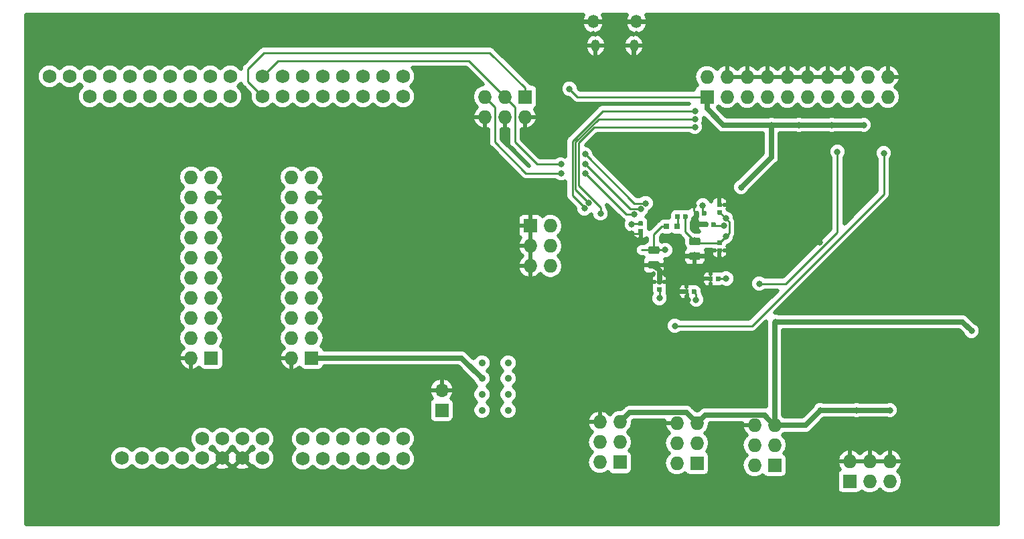
<source format=gbr>
G04 #@! TF.GenerationSoftware,KiCad,Pcbnew,6.0.0-rc1-unknown-r13540.595666d46.fc27*
G04 #@! TF.CreationDate,2018-10-03T11:32:12+02:00*
G04 #@! TF.ProjectId,Bricoleur-pcb,427269636F6C6575722D7063622E6B69,rev?*
G04 #@! TF.SameCoordinates,Original*
G04 #@! TF.FileFunction,Copper,L2,Bot,Signal*
G04 #@! TF.FilePolarity,Positive*
%FSLAX46Y46*%
G04 Gerber Fmt 4.6, Leading zero omitted, Abs format (unit mm)*
G04 Created by KiCad (PCBNEW 6.0.0-rc1-unknown-r13540.595666d46.fc27) date Wed Oct  3 11:32:12 2018*
%MOMM*%
%LPD*%
G01*
G04 APERTURE LIST*
G04 #@! TA.AperFunction,ComponentPad*
%ADD10R,1.727200X1.727200*%
G04 #@! TD*
G04 #@! TA.AperFunction,ComponentPad*
%ADD11O,1.727200X1.727200*%
G04 #@! TD*
G04 #@! TA.AperFunction,ComponentPad*
%ADD12C,1.727200*%
G04 #@! TD*
G04 #@! TA.AperFunction,ComponentPad*
%ADD13C,0.900000*%
G04 #@! TD*
G04 #@! TA.AperFunction,ComponentPad*
%ADD14O,1.700000X1.700000*%
G04 #@! TD*
G04 #@! TA.AperFunction,ComponentPad*
%ADD15R,1.700000X1.700000*%
G04 #@! TD*
G04 #@! TA.AperFunction,ComponentPad*
%ADD16O,1.100000X1.500000*%
G04 #@! TD*
G04 #@! TA.AperFunction,ComponentPad*
%ADD17O,1.350000X1.700000*%
G04 #@! TD*
G04 #@! TA.AperFunction,Conductor*
%ADD18C,0.100000*%
G04 #@! TD*
G04 #@! TA.AperFunction,SMDPad,CuDef*
%ADD19C,0.590000*%
G04 #@! TD*
G04 #@! TA.AperFunction,SMDPad,CuDef*
%ADD20C,0.975000*%
G04 #@! TD*
G04 #@! TA.AperFunction,SMDPad,CuDef*
%ADD21R,0.700000X0.700000*%
G04 #@! TD*
G04 #@! TA.AperFunction,ViaPad*
%ADD22C,0.800000*%
G04 #@! TD*
G04 #@! TA.AperFunction,Conductor*
%ADD23C,0.254000*%
G04 #@! TD*
G04 #@! TA.AperFunction,Conductor*
%ADD24C,0.635000*%
G04 #@! TD*
G04 #@! TA.AperFunction,Conductor*
%ADD25C,0.500000*%
G04 #@! TD*
G04 APERTURE END LIST*
D10*
G04 #@! TO.P,J3,1*
G04 #@! TO.N,/US0_TX*
X93795700Y-114020500D03*
D11*
G04 #@! TO.P,J3,2*
G04 #@! TO.N,GND*
X93795700Y-116560500D03*
G04 #@! TO.P,J3,3*
G04 #@! TO.N,/US0_RX*
X91255700Y-114020500D03*
G04 #@! TO.P,J3,4*
G04 #@! TO.N,GND*
X91255700Y-116560500D03*
G04 #@! TO.P,J3,5*
G04 #@! TO.N,/US0_CLK*
X88715700Y-114020500D03*
G04 #@! TO.P,J3,6*
G04 #@! TO.N,GND*
X88715700Y-116560500D03*
G04 #@! TD*
D12*
G04 #@! TO.P,U2,12*
G04 #@! TO.N,N/C*
X60577647Y-157258115D03*
G04 #@! TO.P,U2,11*
X58037647Y-157258115D03*
G04 #@! TO.P,U2,10*
X55497647Y-157258115D03*
G04 #@! TO.P,U2,8*
X60589979Y-159692907D03*
G04 #@! TO.P,U2,7*
G04 #@! TO.N,GND*
X58049979Y-159692907D03*
G04 #@! TO.P,U2,6*
X55509979Y-159692907D03*
G04 #@! TO.P,U2,5*
G04 #@! TO.N,N/C*
X52969979Y-159692907D03*
G04 #@! TO.P,U2,4*
G04 #@! TO.N,PYNQ_3V3*
X50429979Y-159692907D03*
G04 #@! TO.P,U2,3*
G04 #@! TO.N,N/C*
X47889979Y-159692907D03*
G04 #@! TO.P,U2,2*
X45349979Y-159692907D03*
G04 #@! TO.P,U2,43*
G04 #@! TO.N,/US0_RX*
X60577647Y-111423815D03*
G04 #@! TO.P,U2,13*
G04 #@! TO.N,N/C*
X65657647Y-159798115D03*
G04 #@! TO.P,U2,25*
X33665979Y-111432907D03*
G04 #@! TO.P,U2,35*
G04 #@! TO.N,/CAM1_SCL*
X38745979Y-113972907D03*
G04 #@! TO.P,U2,1*
G04 #@! TO.N,N/C*
X42809979Y-159692907D03*
G04 #@! TO.P,U2,9*
X52957647Y-157258115D03*
G04 #@! TO.P,U2,14*
X68197647Y-159798115D03*
G04 #@! TO.P,U2,15*
X70737647Y-159798115D03*
G04 #@! TO.P,U2,16*
X73277647Y-159798115D03*
G04 #@! TO.P,U2,17*
X75817647Y-159798115D03*
G04 #@! TO.P,U2,18*
X78357647Y-159798115D03*
G04 #@! TO.P,U2,19*
X65657647Y-157258115D03*
G04 #@! TO.P,U2,20*
X68197647Y-157258115D03*
G04 #@! TO.P,U2,21*
X70737647Y-157258115D03*
G04 #@! TO.P,U2,22*
X73277647Y-157258115D03*
G04 #@! TO.P,U2,23*
X75817647Y-157258115D03*
G04 #@! TO.P,U2,24*
X78357647Y-157258115D03*
G04 #@! TO.P,U2,26*
X36205979Y-111432907D03*
G04 #@! TO.P,U2,27*
G04 #@! TO.N,/CAM1_SDATA*
X38745979Y-111432907D03*
G04 #@! TO.P,U2,28*
G04 #@! TO.N,N/C*
X41285979Y-111432907D03*
G04 #@! TO.P,U2,29*
G04 #@! TO.N,/CAM1_VSYNC*
X43825979Y-111432907D03*
G04 #@! TO.P,U2,30*
G04 #@! TO.N,/CAM1_DOUT8*
X46365979Y-111432907D03*
G04 #@! TO.P,U2,31*
G04 #@! TO.N,/CAM1_DOUT6*
X48905979Y-111432907D03*
G04 #@! TO.P,U2,32*
G04 #@! TO.N,/CAM1_DOUT4*
X51445979Y-111432907D03*
G04 #@! TO.P,U2,33*
G04 #@! TO.N,/CAM1_DOUT2*
X53985979Y-111432907D03*
G04 #@! TO.P,U2,34*
G04 #@! TO.N,N/C*
X56525979Y-111432907D03*
G04 #@! TO.P,U2,36*
G04 #@! TO.N,/CAM1_HREF*
X41285979Y-113972907D03*
G04 #@! TO.P,U2,37*
G04 #@! TO.N,/CAM1_PCLK*
X43825979Y-113972907D03*
G04 #@! TO.P,U2,38*
G04 #@! TO.N,/CAM1_DOUT9*
X46365979Y-113972907D03*
G04 #@! TO.P,U2,39*
G04 #@! TO.N,/CAM1_DOUT7*
X48905979Y-113972907D03*
G04 #@! TO.P,U2,40*
G04 #@! TO.N,/CAM1_DOUT5*
X51445979Y-113972907D03*
G04 #@! TO.P,U2,41*
G04 #@! TO.N,/CAM1_DOUT3*
X53985979Y-113972907D03*
G04 #@! TO.P,U2,42*
G04 #@! TO.N,/CAM_CLK*
X56525979Y-113972907D03*
G04 #@! TO.P,U2,44*
G04 #@! TO.N,/CAM0_DOUT2*
X63117647Y-111423815D03*
G04 #@! TO.P,U2,45*
G04 #@! TO.N,/CAM0_DOUT5*
X65657647Y-111423815D03*
G04 #@! TO.P,U2,46*
G04 #@! TO.N,/US0_CLK*
X68197647Y-111423815D03*
G04 #@! TO.P,U2,47*
G04 #@! TO.N,/CAM0_DOUT7*
X70737647Y-111423815D03*
G04 #@! TO.P,U2,48*
G04 #@! TO.N,/CAM0_DOUT9*
X73277647Y-111423815D03*
G04 #@! TO.P,U2,49*
G04 #@! TO.N,/CAM0_VSYNC*
X75817647Y-111423815D03*
G04 #@! TO.P,U2,50*
G04 #@! TO.N,/CAM0_SCL*
X78357647Y-111423815D03*
G04 #@! TO.P,U2,51*
G04 #@! TO.N,/US0_TX*
X60577647Y-113963815D03*
G04 #@! TO.P,U2,52*
G04 #@! TO.N,/CAM0_DOUT4*
X63117647Y-113963815D03*
G04 #@! TO.P,U2,53*
G04 #@! TO.N,/CAM0_DOUT3*
X65657647Y-113963815D03*
G04 #@! TO.P,U2,54*
G04 #@! TO.N,/CAM0_DOUT6*
X68197647Y-113963815D03*
G04 #@! TO.P,U2,55*
G04 #@! TO.N,/CAM0_DOUT8*
X70737647Y-113963815D03*
G04 #@! TO.P,U2,56*
G04 #@! TO.N,/CAM0_PCLK*
X73277647Y-113963815D03*
G04 #@! TO.P,U2,57*
G04 #@! TO.N,/CAM0_HREF*
X75817647Y-113963815D03*
G04 #@! TO.P,U2,58*
G04 #@! TO.N,/CAM0_SDATA*
X78357647Y-113963815D03*
G04 #@! TD*
D11*
G04 #@! TO.P,U5,20*
G04 #@! TO.N,N/C*
X51559711Y-124184663D03*
G04 #@! TO.P,U5,19*
X54099711Y-124184663D03*
G04 #@! TO.P,U5,18*
X51559711Y-126724663D03*
G04 #@! TO.P,U5,17*
G04 #@! TO.N,GND*
X54099711Y-126724663D03*
G04 #@! TO.P,U5,16*
G04 #@! TO.N,/CAM1_DOUT2*
X51559711Y-129264663D03*
G04 #@! TO.P,U5,15*
G04 #@! TO.N,/CAM1_DOUT3*
X54099711Y-129264663D03*
G04 #@! TO.P,U5,14*
G04 #@! TO.N,/CAM1_DOUT4*
X51559711Y-131804663D03*
G04 #@! TO.P,U5,13*
G04 #@! TO.N,/CAM1_DOUT5*
X54099711Y-131804663D03*
G04 #@! TO.P,U5,12*
G04 #@! TO.N,/CAM1_DOUT6*
X51559711Y-134344663D03*
G04 #@! TO.P,U5,11*
G04 #@! TO.N,/CAM1_DOUT7*
X54099711Y-134344663D03*
G04 #@! TO.P,U5,10*
G04 #@! TO.N,/CAM1_DOUT8*
X51559711Y-136884663D03*
G04 #@! TO.P,U5,9*
G04 #@! TO.N,/CAM1_DOUT9*
X54099711Y-136884663D03*
G04 #@! TO.P,U5,8*
G04 #@! TO.N,/CAM_CLK*
X51559711Y-139424663D03*
G04 #@! TO.P,U5,7*
G04 #@! TO.N,/CAM1_PCLK*
X54099711Y-139424663D03*
G04 #@! TO.P,U5,6*
G04 #@! TO.N,/CAM1_HREF*
X51559711Y-141964663D03*
G04 #@! TO.P,U5,5*
G04 #@! TO.N,/CAM1_VSYNC*
X54099711Y-141964663D03*
G04 #@! TO.P,U5,4*
G04 #@! TO.N,/CAM1_SDATA*
X51559711Y-144504663D03*
G04 #@! TO.P,U5,3*
G04 #@! TO.N,/CAM1_SCL*
X54099711Y-144504663D03*
G04 #@! TO.P,U5,2*
G04 #@! TO.N,GND*
X51559711Y-147044663D03*
D10*
G04 #@! TO.P,U5,1*
G04 #@! TO.N,PYNQ_3V3*
X54099711Y-147044663D03*
G04 #@! TD*
D11*
G04 #@! TO.P,U6,20*
G04 #@! TO.N,N/C*
X64259711Y-124184663D03*
G04 #@! TO.P,U6,19*
X66799711Y-124184663D03*
G04 #@! TO.P,U6,18*
X64259711Y-126724663D03*
G04 #@! TO.P,U6,17*
G04 #@! TO.N,GND*
X66799711Y-126724663D03*
G04 #@! TO.P,U6,16*
G04 #@! TO.N,/CAM0_DOUT2*
X64259711Y-129264663D03*
G04 #@! TO.P,U6,15*
G04 #@! TO.N,/CAM0_DOUT3*
X66799711Y-129264663D03*
G04 #@! TO.P,U6,14*
G04 #@! TO.N,/CAM0_DOUT4*
X64259711Y-131804663D03*
G04 #@! TO.P,U6,13*
G04 #@! TO.N,/CAM0_DOUT5*
X66799711Y-131804663D03*
G04 #@! TO.P,U6,12*
G04 #@! TO.N,/CAM0_DOUT6*
X64259711Y-134344663D03*
G04 #@! TO.P,U6,11*
G04 #@! TO.N,/CAM0_DOUT7*
X66799711Y-134344663D03*
G04 #@! TO.P,U6,10*
G04 #@! TO.N,/CAM0_DOUT8*
X64259711Y-136884663D03*
G04 #@! TO.P,U6,9*
G04 #@! TO.N,/CAM0_DOUT9*
X66799711Y-136884663D03*
G04 #@! TO.P,U6,8*
G04 #@! TO.N,/CAM_CLK*
X64259711Y-139424663D03*
G04 #@! TO.P,U6,7*
G04 #@! TO.N,/CAM0_PCLK*
X66799711Y-139424663D03*
G04 #@! TO.P,U6,6*
G04 #@! TO.N,/CAM0_HREF*
X64259711Y-141964663D03*
G04 #@! TO.P,U6,5*
G04 #@! TO.N,/CAM0_VSYNC*
X66799711Y-141964663D03*
G04 #@! TO.P,U6,4*
G04 #@! TO.N,/CAM0_SDATA*
X64259711Y-144504663D03*
G04 #@! TO.P,U6,3*
G04 #@! TO.N,/CAM0_SCL*
X66799711Y-144504663D03*
G04 #@! TO.P,U6,2*
G04 #@! TO.N,GND*
X64259711Y-147044663D03*
D10*
G04 #@! TO.P,U6,1*
G04 #@! TO.N,PYNQ_3V3*
X66799711Y-147044663D03*
G04 #@! TD*
D11*
G04 #@! TO.P,U3,6*
G04 #@! TO.N,GND*
X112998100Y-155279500D03*
G04 #@! TO.P,U3,5*
G04 #@! TO.N,VMCU*
X115538100Y-155279500D03*
G04 #@! TO.P,U3,4*
G04 #@! TO.N,N/C*
X112998100Y-157819500D03*
G04 #@! TO.P,U3,3*
G04 #@! TO.N,/Ultra/RX1*
X115538100Y-157819500D03*
G04 #@! TO.P,U3,2*
G04 #@! TO.N,N/C*
X112998100Y-160359500D03*
D10*
G04 #@! TO.P,U3,1*
G04 #@! TO.N,PULSE*
X115538100Y-160359500D03*
G04 #@! TD*
D13*
G04 #@! TO.P,U11,4*
G04 #@! TO.N,Net-(U11-Pad4)*
X91634600Y-147644500D03*
X88334600Y-147644500D03*
G04 #@! TO.P,U11,3*
G04 #@! TO.N,PYNQ_3V3*
X91634600Y-149644500D03*
G04 #@! TO.P,U11,2*
G04 #@! TO.N,Net-(C1-Pad2)*
X91634600Y-151644500D03*
G04 #@! TO.P,U11,1*
G04 #@! TO.N,VMCU*
X91634600Y-153644500D03*
G04 #@! TO.P,U11,3*
G04 #@! TO.N,PYNQ_3V3*
X88334600Y-149644500D03*
G04 #@! TO.P,U11,2*
G04 #@! TO.N,Net-(C1-Pad2)*
X88334600Y-151644500D03*
G04 #@! TO.P,U11,1*
G04 #@! TO.N,VMCU*
X88334600Y-153644500D03*
G04 #@! TD*
D14*
G04 #@! TO.P,TP1,2*
G04 #@! TO.N,GND*
X83254600Y-151104500D03*
D15*
G04 #@! TO.P,TP1,1*
G04 #@! TO.N,VMCU*
X83254600Y-153644500D03*
G04 #@! TD*
D16*
G04 #@! TO.P,J1,6*
G04 #@! TO.N,GND*
X107543600Y-107523500D03*
X102703600Y-107523500D03*
D17*
X107853600Y-104523500D03*
X102393600Y-104523500D03*
G04 #@! TD*
D11*
G04 #@! TO.P,U8,6*
G04 #@! TO.N,/Sheet5BB71F0E/INP*
X96996100Y-135426100D03*
G04 #@! TO.P,U8,5*
G04 #@! TO.N,GND*
X94456100Y-135426100D03*
G04 #@! TO.P,U8,4*
G04 #@! TO.N,/sheet5BB7B6EA/INP*
X96996100Y-132886100D03*
G04 #@! TO.P,U8,3*
G04 #@! TO.N,GND*
X94456100Y-132886100D03*
G04 #@! TO.P,U8,2*
G04 #@! TO.N,DH_TCK_SWCLK*
X96996100Y-130346100D03*
D10*
G04 #@! TO.P,U8,1*
G04 #@! TO.N,GND*
X94456100Y-130346100D03*
G04 #@! TD*
D11*
G04 #@! TO.P,U4,6*
G04 #@! TO.N,GND*
X122796100Y-155533500D03*
G04 #@! TO.P,U4,5*
G04 #@! TO.N,VMCU*
X125336100Y-155533500D03*
G04 #@! TO.P,U4,4*
G04 #@! TO.N,N/C*
X122796100Y-158073500D03*
G04 #@! TO.P,U4,3*
G04 #@! TO.N,/Ultra/RX2*
X125336100Y-158073500D03*
G04 #@! TO.P,U4,2*
G04 #@! TO.N,N/C*
X122796100Y-160613500D03*
D10*
G04 #@! TO.P,U4,1*
G04 #@! TO.N,PULSE*
X125336100Y-160613500D03*
G04 #@! TD*
D11*
G04 #@! TO.P,J4,6*
G04 #@! TO.N,GND*
X139908750Y-160104510D03*
G04 #@! TO.P,J4,5*
G04 #@! TO.N,/US1_CLK*
X139908750Y-162644510D03*
G04 #@! TO.P,J4,4*
G04 #@! TO.N,GND*
X137368750Y-160104510D03*
G04 #@! TO.P,J4,3*
G04 #@! TO.N,/US1_RX*
X137368750Y-162644510D03*
G04 #@! TO.P,J4,2*
G04 #@! TO.N,GND*
X134828750Y-160104510D03*
D10*
G04 #@! TO.P,J4,1*
G04 #@! TO.N,/US1_TX*
X134828750Y-162644510D03*
G04 #@! TD*
D18*
G04 #@! TO.N,VMCU*
G04 #@! TO.C,C17*
G36*
X118360443Y-136705925D02*
X118374761Y-136708049D01*
X118388802Y-136711566D01*
X118402431Y-136716443D01*
X118415516Y-136722632D01*
X118427932Y-136730073D01*
X118439558Y-136738696D01*
X118450283Y-136748417D01*
X118460004Y-136759142D01*
X118468627Y-136770768D01*
X118476068Y-136783184D01*
X118482257Y-136796269D01*
X118487134Y-136809898D01*
X118490651Y-136823939D01*
X118492775Y-136838257D01*
X118493485Y-136852715D01*
X118493485Y-137197715D01*
X118492775Y-137212173D01*
X118490651Y-137226491D01*
X118487134Y-137240532D01*
X118482257Y-137254161D01*
X118476068Y-137267246D01*
X118468627Y-137279662D01*
X118460004Y-137291288D01*
X118450283Y-137302013D01*
X118439558Y-137311734D01*
X118427932Y-137320357D01*
X118415516Y-137327798D01*
X118402431Y-137333987D01*
X118388802Y-137338864D01*
X118374761Y-137342381D01*
X118360443Y-137344505D01*
X118345985Y-137345215D01*
X118050985Y-137345215D01*
X118036527Y-137344505D01*
X118022209Y-137342381D01*
X118008168Y-137338864D01*
X117994539Y-137333987D01*
X117981454Y-137327798D01*
X117969038Y-137320357D01*
X117957412Y-137311734D01*
X117946687Y-137302013D01*
X117936966Y-137291288D01*
X117928343Y-137279662D01*
X117920902Y-137267246D01*
X117914713Y-137254161D01*
X117909836Y-137240532D01*
X117906319Y-137226491D01*
X117904195Y-137212173D01*
X117903485Y-137197715D01*
X117903485Y-136852715D01*
X117904195Y-136838257D01*
X117906319Y-136823939D01*
X117909836Y-136809898D01*
X117914713Y-136796269D01*
X117920902Y-136783184D01*
X117928343Y-136770768D01*
X117936966Y-136759142D01*
X117946687Y-136748417D01*
X117957412Y-136738696D01*
X117969038Y-136730073D01*
X117981454Y-136722632D01*
X117994539Y-136716443D01*
X118008168Y-136711566D01*
X118022209Y-136708049D01*
X118036527Y-136705925D01*
X118050985Y-136705215D01*
X118345985Y-136705215D01*
X118360443Y-136705925D01*
X118360443Y-136705925D01*
G37*
D19*
G04 #@! TD*
G04 #@! TO.P,C17,1*
G04 #@! TO.N,VMCU*
X118198485Y-137025215D03*
D18*
G04 #@! TO.N,GND*
G04 #@! TO.C,C17*
G36*
X117390443Y-136705925D02*
X117404761Y-136708049D01*
X117418802Y-136711566D01*
X117432431Y-136716443D01*
X117445516Y-136722632D01*
X117457932Y-136730073D01*
X117469558Y-136738696D01*
X117480283Y-136748417D01*
X117490004Y-136759142D01*
X117498627Y-136770768D01*
X117506068Y-136783184D01*
X117512257Y-136796269D01*
X117517134Y-136809898D01*
X117520651Y-136823939D01*
X117522775Y-136838257D01*
X117523485Y-136852715D01*
X117523485Y-137197715D01*
X117522775Y-137212173D01*
X117520651Y-137226491D01*
X117517134Y-137240532D01*
X117512257Y-137254161D01*
X117506068Y-137267246D01*
X117498627Y-137279662D01*
X117490004Y-137291288D01*
X117480283Y-137302013D01*
X117469558Y-137311734D01*
X117457932Y-137320357D01*
X117445516Y-137327798D01*
X117432431Y-137333987D01*
X117418802Y-137338864D01*
X117404761Y-137342381D01*
X117390443Y-137344505D01*
X117375985Y-137345215D01*
X117080985Y-137345215D01*
X117066527Y-137344505D01*
X117052209Y-137342381D01*
X117038168Y-137338864D01*
X117024539Y-137333987D01*
X117011454Y-137327798D01*
X116999038Y-137320357D01*
X116987412Y-137311734D01*
X116976687Y-137302013D01*
X116966966Y-137291288D01*
X116958343Y-137279662D01*
X116950902Y-137267246D01*
X116944713Y-137254161D01*
X116939836Y-137240532D01*
X116936319Y-137226491D01*
X116934195Y-137212173D01*
X116933485Y-137197715D01*
X116933485Y-136852715D01*
X116934195Y-136838257D01*
X116936319Y-136823939D01*
X116939836Y-136809898D01*
X116944713Y-136796269D01*
X116950902Y-136783184D01*
X116958343Y-136770768D01*
X116966966Y-136759142D01*
X116976687Y-136748417D01*
X116987412Y-136738696D01*
X116999038Y-136730073D01*
X117011454Y-136722632D01*
X117024539Y-136716443D01*
X117038168Y-136711566D01*
X117052209Y-136708049D01*
X117066527Y-136705925D01*
X117080985Y-136705215D01*
X117375985Y-136705215D01*
X117390443Y-136705925D01*
X117390443Y-136705925D01*
G37*
D19*
G04 #@! TD*
G04 #@! TO.P,C17,2*
G04 #@! TO.N,GND*
X117228485Y-137025215D03*
D11*
G04 #@! TO.P,U1,6*
G04 #@! TO.N,GND*
X103238100Y-155152500D03*
G04 #@! TO.P,U1,5*
G04 #@! TO.N,VMCU*
X105778100Y-155152500D03*
G04 #@! TO.P,U1,4*
G04 #@! TO.N,N/C*
X103238100Y-157692500D03*
G04 #@! TO.P,U1,3*
G04 #@! TO.N,/Ultra/RX0*
X105778100Y-157692500D03*
G04 #@! TO.P,U1,2*
G04 #@! TO.N,N/C*
X103238100Y-160232500D03*
D10*
G04 #@! TO.P,U1,1*
G04 #@! TO.N,PULSE*
X105778100Y-160232500D03*
G04 #@! TD*
D11*
G04 #@! TO.P,J2,20*
G04 #@! TO.N,GND*
X139642600Y-111480500D03*
G04 #@! TO.P,J2,19*
G04 #@! TO.N,Net-(J2-Pad19)*
X139642600Y-114020500D03*
G04 #@! TO.P,J2,18*
G04 #@! TO.N,DEBUG_EXT_CABLE_ATTACH*
X137102600Y-111480500D03*
G04 #@! TO.P,J2,17*
G04 #@! TO.N,Net-(J2-Pad17)*
X137102600Y-114020500D03*
G04 #@! TO.P,J2,16*
G04 #@! TO.N,GND*
X134562600Y-111480500D03*
G04 #@! TO.P,J2,15*
G04 #@! TO.N,DH_#RESET*
X134562600Y-114020500D03*
G04 #@! TO.P,J2,14*
G04 #@! TO.N,GND*
X132022600Y-111480500D03*
G04 #@! TO.P,J2,13*
G04 #@! TO.N,DH_TDO_SWO*
X132022600Y-114020500D03*
G04 #@! TO.P,J2,12*
G04 #@! TO.N,GND*
X129482600Y-111480500D03*
G04 #@! TO.P,J2,11*
G04 #@! TO.N,Net-(J2-Pad11)*
X129482600Y-114020500D03*
G04 #@! TO.P,J2,10*
G04 #@! TO.N,GND*
X126942600Y-111480500D03*
G04 #@! TO.P,J2,9*
G04 #@! TO.N,DH_TCK_SWCLK*
X126942600Y-114020500D03*
G04 #@! TO.P,J2,8*
G04 #@! TO.N,GND*
X124402600Y-111480500D03*
G04 #@! TO.P,J2,7*
G04 #@! TO.N,DH_TMS_SWDIO*
X124402600Y-114020500D03*
G04 #@! TO.P,J2,6*
G04 #@! TO.N,GND*
X121862600Y-111480500D03*
G04 #@! TO.P,J2,5*
G04 #@! TO.N,N/C*
X121862600Y-114020500D03*
G04 #@! TO.P,J2,4*
G04 #@! TO.N,GND*
X119322600Y-111480500D03*
G04 #@! TO.P,J2,3*
G04 #@! TO.N,N/C*
X119322600Y-114020500D03*
G04 #@! TO.P,J2,2*
X116782600Y-111480500D03*
D10*
G04 #@! TO.P,J2,1*
G04 #@! TO.N,VMCU*
X116782600Y-114020500D03*
G04 #@! TD*
D18*
G04 #@! TO.N,GND*
G04 #@! TO.C,C5*
G36*
X115717227Y-133671469D02*
X115740888Y-133674979D01*
X115764092Y-133680791D01*
X115786614Y-133688849D01*
X115808238Y-133699077D01*
X115828755Y-133711374D01*
X115847968Y-133725624D01*
X115865692Y-133741688D01*
X115881756Y-133759412D01*
X115896006Y-133778625D01*
X115908303Y-133799142D01*
X115918531Y-133820766D01*
X115926589Y-133843288D01*
X115932401Y-133866492D01*
X115935911Y-133890153D01*
X115937085Y-133914045D01*
X115937085Y-134401545D01*
X115935911Y-134425437D01*
X115932401Y-134449098D01*
X115926589Y-134472302D01*
X115918531Y-134494824D01*
X115908303Y-134516448D01*
X115896006Y-134536965D01*
X115881756Y-134556178D01*
X115865692Y-134573902D01*
X115847968Y-134589966D01*
X115828755Y-134604216D01*
X115808238Y-134616513D01*
X115786614Y-134626741D01*
X115764092Y-134634799D01*
X115740888Y-134640611D01*
X115717227Y-134644121D01*
X115693335Y-134645295D01*
X114780835Y-134645295D01*
X114756943Y-134644121D01*
X114733282Y-134640611D01*
X114710078Y-134634799D01*
X114687556Y-134626741D01*
X114665932Y-134616513D01*
X114645415Y-134604216D01*
X114626202Y-134589966D01*
X114608478Y-134573902D01*
X114592414Y-134556178D01*
X114578164Y-134536965D01*
X114565867Y-134516448D01*
X114555639Y-134494824D01*
X114547581Y-134472302D01*
X114541769Y-134449098D01*
X114538259Y-134425437D01*
X114537085Y-134401545D01*
X114537085Y-133914045D01*
X114538259Y-133890153D01*
X114541769Y-133866492D01*
X114547581Y-133843288D01*
X114555639Y-133820766D01*
X114565867Y-133799142D01*
X114578164Y-133778625D01*
X114592414Y-133759412D01*
X114608478Y-133741688D01*
X114626202Y-133725624D01*
X114645415Y-133711374D01*
X114665932Y-133699077D01*
X114687556Y-133688849D01*
X114710078Y-133680791D01*
X114733282Y-133674979D01*
X114756943Y-133671469D01*
X114780835Y-133670295D01*
X115693335Y-133670295D01*
X115717227Y-133671469D01*
X115717227Y-133671469D01*
G37*
D20*
G04 #@! TD*
G04 #@! TO.P,C5,2*
G04 #@! TO.N,GND*
X115237085Y-134157795D03*
D18*
G04 #@! TO.N,/AVDDU7*
G04 #@! TO.C,C5*
G36*
X115717227Y-131796469D02*
X115740888Y-131799979D01*
X115764092Y-131805791D01*
X115786614Y-131813849D01*
X115808238Y-131824077D01*
X115828755Y-131836374D01*
X115847968Y-131850624D01*
X115865692Y-131866688D01*
X115881756Y-131884412D01*
X115896006Y-131903625D01*
X115908303Y-131924142D01*
X115918531Y-131945766D01*
X115926589Y-131968288D01*
X115932401Y-131991492D01*
X115935911Y-132015153D01*
X115937085Y-132039045D01*
X115937085Y-132526545D01*
X115935911Y-132550437D01*
X115932401Y-132574098D01*
X115926589Y-132597302D01*
X115918531Y-132619824D01*
X115908303Y-132641448D01*
X115896006Y-132661965D01*
X115881756Y-132681178D01*
X115865692Y-132698902D01*
X115847968Y-132714966D01*
X115828755Y-132729216D01*
X115808238Y-132741513D01*
X115786614Y-132751741D01*
X115764092Y-132759799D01*
X115740888Y-132765611D01*
X115717227Y-132769121D01*
X115693335Y-132770295D01*
X114780835Y-132770295D01*
X114756943Y-132769121D01*
X114733282Y-132765611D01*
X114710078Y-132759799D01*
X114687556Y-132751741D01*
X114665932Y-132741513D01*
X114645415Y-132729216D01*
X114626202Y-132714966D01*
X114608478Y-132698902D01*
X114592414Y-132681178D01*
X114578164Y-132661965D01*
X114565867Y-132641448D01*
X114555639Y-132619824D01*
X114547581Y-132597302D01*
X114541769Y-132574098D01*
X114538259Y-132550437D01*
X114537085Y-132526545D01*
X114537085Y-132039045D01*
X114538259Y-132015153D01*
X114541769Y-131991492D01*
X114547581Y-131968288D01*
X114555639Y-131945766D01*
X114565867Y-131924142D01*
X114578164Y-131903625D01*
X114592414Y-131884412D01*
X114608478Y-131866688D01*
X114626202Y-131850624D01*
X114645415Y-131836374D01*
X114665932Y-131824077D01*
X114687556Y-131813849D01*
X114710078Y-131805791D01*
X114733282Y-131799979D01*
X114756943Y-131796469D01*
X114780835Y-131795295D01*
X115693335Y-131795295D01*
X115717227Y-131796469D01*
X115717227Y-131796469D01*
G37*
D20*
G04 #@! TD*
G04 #@! TO.P,C5,1*
G04 #@! TO.N,/AVDDU7*
X115237085Y-132282795D03*
D18*
G04 #@! TO.N,GND*
G04 #@! TO.C,C6*
G36*
X118550543Y-133157005D02*
X118564861Y-133159129D01*
X118578902Y-133162646D01*
X118592531Y-133167523D01*
X118605616Y-133173712D01*
X118618032Y-133181153D01*
X118629658Y-133189776D01*
X118640383Y-133199497D01*
X118650104Y-133210222D01*
X118658727Y-133221848D01*
X118666168Y-133234264D01*
X118672357Y-133247349D01*
X118677234Y-133260978D01*
X118680751Y-133275019D01*
X118682875Y-133289337D01*
X118683585Y-133303795D01*
X118683585Y-133598795D01*
X118682875Y-133613253D01*
X118680751Y-133627571D01*
X118677234Y-133641612D01*
X118672357Y-133655241D01*
X118666168Y-133668326D01*
X118658727Y-133680742D01*
X118650104Y-133692368D01*
X118640383Y-133703093D01*
X118629658Y-133712814D01*
X118618032Y-133721437D01*
X118605616Y-133728878D01*
X118592531Y-133735067D01*
X118578902Y-133739944D01*
X118564861Y-133743461D01*
X118550543Y-133745585D01*
X118536085Y-133746295D01*
X118191085Y-133746295D01*
X118176627Y-133745585D01*
X118162309Y-133743461D01*
X118148268Y-133739944D01*
X118134639Y-133735067D01*
X118121554Y-133728878D01*
X118109138Y-133721437D01*
X118097512Y-133712814D01*
X118086787Y-133703093D01*
X118077066Y-133692368D01*
X118068443Y-133680742D01*
X118061002Y-133668326D01*
X118054813Y-133655241D01*
X118049936Y-133641612D01*
X118046419Y-133627571D01*
X118044295Y-133613253D01*
X118043585Y-133598795D01*
X118043585Y-133303795D01*
X118044295Y-133289337D01*
X118046419Y-133275019D01*
X118049936Y-133260978D01*
X118054813Y-133247349D01*
X118061002Y-133234264D01*
X118068443Y-133221848D01*
X118077066Y-133210222D01*
X118086787Y-133199497D01*
X118097512Y-133189776D01*
X118109138Y-133181153D01*
X118121554Y-133173712D01*
X118134639Y-133167523D01*
X118148268Y-133162646D01*
X118162309Y-133159129D01*
X118176627Y-133157005D01*
X118191085Y-133156295D01*
X118536085Y-133156295D01*
X118550543Y-133157005D01*
X118550543Y-133157005D01*
G37*
D19*
G04 #@! TD*
G04 #@! TO.P,C6,2*
G04 #@! TO.N,GND*
X118363585Y-133451295D03*
D18*
G04 #@! TO.N,/AVDDU7*
G04 #@! TO.C,C6*
G36*
X118550543Y-132187005D02*
X118564861Y-132189129D01*
X118578902Y-132192646D01*
X118592531Y-132197523D01*
X118605616Y-132203712D01*
X118618032Y-132211153D01*
X118629658Y-132219776D01*
X118640383Y-132229497D01*
X118650104Y-132240222D01*
X118658727Y-132251848D01*
X118666168Y-132264264D01*
X118672357Y-132277349D01*
X118677234Y-132290978D01*
X118680751Y-132305019D01*
X118682875Y-132319337D01*
X118683585Y-132333795D01*
X118683585Y-132628795D01*
X118682875Y-132643253D01*
X118680751Y-132657571D01*
X118677234Y-132671612D01*
X118672357Y-132685241D01*
X118666168Y-132698326D01*
X118658727Y-132710742D01*
X118650104Y-132722368D01*
X118640383Y-132733093D01*
X118629658Y-132742814D01*
X118618032Y-132751437D01*
X118605616Y-132758878D01*
X118592531Y-132765067D01*
X118578902Y-132769944D01*
X118564861Y-132773461D01*
X118550543Y-132775585D01*
X118536085Y-132776295D01*
X118191085Y-132776295D01*
X118176627Y-132775585D01*
X118162309Y-132773461D01*
X118148268Y-132769944D01*
X118134639Y-132765067D01*
X118121554Y-132758878D01*
X118109138Y-132751437D01*
X118097512Y-132742814D01*
X118086787Y-132733093D01*
X118077066Y-132722368D01*
X118068443Y-132710742D01*
X118061002Y-132698326D01*
X118054813Y-132685241D01*
X118049936Y-132671612D01*
X118046419Y-132657571D01*
X118044295Y-132643253D01*
X118043585Y-132628795D01*
X118043585Y-132333795D01*
X118044295Y-132319337D01*
X118046419Y-132305019D01*
X118049936Y-132290978D01*
X118054813Y-132277349D01*
X118061002Y-132264264D01*
X118068443Y-132251848D01*
X118077066Y-132240222D01*
X118086787Y-132229497D01*
X118097512Y-132219776D01*
X118109138Y-132211153D01*
X118121554Y-132203712D01*
X118134639Y-132197523D01*
X118148268Y-132192646D01*
X118162309Y-132189129D01*
X118176627Y-132187005D01*
X118191085Y-132186295D01*
X118536085Y-132186295D01*
X118550543Y-132187005D01*
X118550543Y-132187005D01*
G37*
D19*
G04 #@! TD*
G04 #@! TO.P,C6,1*
G04 #@! TO.N,/AVDDU7*
X118363585Y-132481295D03*
D18*
G04 #@! TO.N,GND*
G04 #@! TO.C,C7*
G36*
X118550543Y-127361005D02*
X118564861Y-127363129D01*
X118578902Y-127366646D01*
X118592531Y-127371523D01*
X118605616Y-127377712D01*
X118618032Y-127385153D01*
X118629658Y-127393776D01*
X118640383Y-127403497D01*
X118650104Y-127414222D01*
X118658727Y-127425848D01*
X118666168Y-127438264D01*
X118672357Y-127451349D01*
X118677234Y-127464978D01*
X118680751Y-127479019D01*
X118682875Y-127493337D01*
X118683585Y-127507795D01*
X118683585Y-127802795D01*
X118682875Y-127817253D01*
X118680751Y-127831571D01*
X118677234Y-127845612D01*
X118672357Y-127859241D01*
X118666168Y-127872326D01*
X118658727Y-127884742D01*
X118650104Y-127896368D01*
X118640383Y-127907093D01*
X118629658Y-127916814D01*
X118618032Y-127925437D01*
X118605616Y-127932878D01*
X118592531Y-127939067D01*
X118578902Y-127943944D01*
X118564861Y-127947461D01*
X118550543Y-127949585D01*
X118536085Y-127950295D01*
X118191085Y-127950295D01*
X118176627Y-127949585D01*
X118162309Y-127947461D01*
X118148268Y-127943944D01*
X118134639Y-127939067D01*
X118121554Y-127932878D01*
X118109138Y-127925437D01*
X118097512Y-127916814D01*
X118086787Y-127907093D01*
X118077066Y-127896368D01*
X118068443Y-127884742D01*
X118061002Y-127872326D01*
X118054813Y-127859241D01*
X118049936Y-127845612D01*
X118046419Y-127831571D01*
X118044295Y-127817253D01*
X118043585Y-127802795D01*
X118043585Y-127507795D01*
X118044295Y-127493337D01*
X118046419Y-127479019D01*
X118049936Y-127464978D01*
X118054813Y-127451349D01*
X118061002Y-127438264D01*
X118068443Y-127425848D01*
X118077066Y-127414222D01*
X118086787Y-127403497D01*
X118097512Y-127393776D01*
X118109138Y-127385153D01*
X118121554Y-127377712D01*
X118134639Y-127371523D01*
X118148268Y-127366646D01*
X118162309Y-127363129D01*
X118176627Y-127361005D01*
X118191085Y-127360295D01*
X118536085Y-127360295D01*
X118550543Y-127361005D01*
X118550543Y-127361005D01*
G37*
D19*
G04 #@! TD*
G04 #@! TO.P,C7,2*
G04 #@! TO.N,GND*
X118363585Y-127655295D03*
D18*
G04 #@! TO.N,/AVDDU7*
G04 #@! TO.C,C7*
G36*
X118550543Y-128331005D02*
X118564861Y-128333129D01*
X118578902Y-128336646D01*
X118592531Y-128341523D01*
X118605616Y-128347712D01*
X118618032Y-128355153D01*
X118629658Y-128363776D01*
X118640383Y-128373497D01*
X118650104Y-128384222D01*
X118658727Y-128395848D01*
X118666168Y-128408264D01*
X118672357Y-128421349D01*
X118677234Y-128434978D01*
X118680751Y-128449019D01*
X118682875Y-128463337D01*
X118683585Y-128477795D01*
X118683585Y-128772795D01*
X118682875Y-128787253D01*
X118680751Y-128801571D01*
X118677234Y-128815612D01*
X118672357Y-128829241D01*
X118666168Y-128842326D01*
X118658727Y-128854742D01*
X118650104Y-128866368D01*
X118640383Y-128877093D01*
X118629658Y-128886814D01*
X118618032Y-128895437D01*
X118605616Y-128902878D01*
X118592531Y-128909067D01*
X118578902Y-128913944D01*
X118564861Y-128917461D01*
X118550543Y-128919585D01*
X118536085Y-128920295D01*
X118191085Y-128920295D01*
X118176627Y-128919585D01*
X118162309Y-128917461D01*
X118148268Y-128913944D01*
X118134639Y-128909067D01*
X118121554Y-128902878D01*
X118109138Y-128895437D01*
X118097512Y-128886814D01*
X118086787Y-128877093D01*
X118077066Y-128866368D01*
X118068443Y-128854742D01*
X118061002Y-128842326D01*
X118054813Y-128829241D01*
X118049936Y-128815612D01*
X118046419Y-128801571D01*
X118044295Y-128787253D01*
X118043585Y-128772795D01*
X118043585Y-128477795D01*
X118044295Y-128463337D01*
X118046419Y-128449019D01*
X118049936Y-128434978D01*
X118054813Y-128421349D01*
X118061002Y-128408264D01*
X118068443Y-128395848D01*
X118077066Y-128384222D01*
X118086787Y-128373497D01*
X118097512Y-128363776D01*
X118109138Y-128355153D01*
X118121554Y-128347712D01*
X118134639Y-128341523D01*
X118148268Y-128336646D01*
X118162309Y-128333129D01*
X118176627Y-128331005D01*
X118191085Y-128330295D01*
X118536085Y-128330295D01*
X118550543Y-128331005D01*
X118550543Y-128331005D01*
G37*
D19*
G04 #@! TD*
G04 #@! TO.P,C7,1*
G04 #@! TO.N,/AVDDU7*
X118363585Y-128625295D03*
D18*
G04 #@! TO.N,GND*
G04 #@! TO.C,C8*
G36*
X110955943Y-137109525D02*
X110970261Y-137111649D01*
X110984302Y-137115166D01*
X110997931Y-137120043D01*
X111011016Y-137126232D01*
X111023432Y-137133673D01*
X111035058Y-137142296D01*
X111045783Y-137152017D01*
X111055504Y-137162742D01*
X111064127Y-137174368D01*
X111071568Y-137186784D01*
X111077757Y-137199869D01*
X111082634Y-137213498D01*
X111086151Y-137227539D01*
X111088275Y-137241857D01*
X111088985Y-137256315D01*
X111088985Y-137551315D01*
X111088275Y-137565773D01*
X111086151Y-137580091D01*
X111082634Y-137594132D01*
X111077757Y-137607761D01*
X111071568Y-137620846D01*
X111064127Y-137633262D01*
X111055504Y-137644888D01*
X111045783Y-137655613D01*
X111035058Y-137665334D01*
X111023432Y-137673957D01*
X111011016Y-137681398D01*
X110997931Y-137687587D01*
X110984302Y-137692464D01*
X110970261Y-137695981D01*
X110955943Y-137698105D01*
X110941485Y-137698815D01*
X110596485Y-137698815D01*
X110582027Y-137698105D01*
X110567709Y-137695981D01*
X110553668Y-137692464D01*
X110540039Y-137687587D01*
X110526954Y-137681398D01*
X110514538Y-137673957D01*
X110502912Y-137665334D01*
X110492187Y-137655613D01*
X110482466Y-137644888D01*
X110473843Y-137633262D01*
X110466402Y-137620846D01*
X110460213Y-137607761D01*
X110455336Y-137594132D01*
X110451819Y-137580091D01*
X110449695Y-137565773D01*
X110448985Y-137551315D01*
X110448985Y-137256315D01*
X110449695Y-137241857D01*
X110451819Y-137227539D01*
X110455336Y-137213498D01*
X110460213Y-137199869D01*
X110466402Y-137186784D01*
X110473843Y-137174368D01*
X110482466Y-137162742D01*
X110492187Y-137152017D01*
X110502912Y-137142296D01*
X110514538Y-137133673D01*
X110526954Y-137126232D01*
X110540039Y-137120043D01*
X110553668Y-137115166D01*
X110567709Y-137111649D01*
X110582027Y-137109525D01*
X110596485Y-137108815D01*
X110941485Y-137108815D01*
X110955943Y-137109525D01*
X110955943Y-137109525D01*
G37*
D19*
G04 #@! TD*
G04 #@! TO.P,C8,2*
G04 #@! TO.N,GND*
X110768985Y-137403815D03*
D18*
G04 #@! TO.N,VMCU*
G04 #@! TO.C,C8*
G36*
X110955943Y-138079525D02*
X110970261Y-138081649D01*
X110984302Y-138085166D01*
X110997931Y-138090043D01*
X111011016Y-138096232D01*
X111023432Y-138103673D01*
X111035058Y-138112296D01*
X111045783Y-138122017D01*
X111055504Y-138132742D01*
X111064127Y-138144368D01*
X111071568Y-138156784D01*
X111077757Y-138169869D01*
X111082634Y-138183498D01*
X111086151Y-138197539D01*
X111088275Y-138211857D01*
X111088985Y-138226315D01*
X111088985Y-138521315D01*
X111088275Y-138535773D01*
X111086151Y-138550091D01*
X111082634Y-138564132D01*
X111077757Y-138577761D01*
X111071568Y-138590846D01*
X111064127Y-138603262D01*
X111055504Y-138614888D01*
X111045783Y-138625613D01*
X111035058Y-138635334D01*
X111023432Y-138643957D01*
X111011016Y-138651398D01*
X110997931Y-138657587D01*
X110984302Y-138662464D01*
X110970261Y-138665981D01*
X110955943Y-138668105D01*
X110941485Y-138668815D01*
X110596485Y-138668815D01*
X110582027Y-138668105D01*
X110567709Y-138665981D01*
X110553668Y-138662464D01*
X110540039Y-138657587D01*
X110526954Y-138651398D01*
X110514538Y-138643957D01*
X110502912Y-138635334D01*
X110492187Y-138625613D01*
X110482466Y-138614888D01*
X110473843Y-138603262D01*
X110466402Y-138590846D01*
X110460213Y-138577761D01*
X110455336Y-138564132D01*
X110451819Y-138550091D01*
X110449695Y-138535773D01*
X110448985Y-138521315D01*
X110448985Y-138226315D01*
X110449695Y-138211857D01*
X110451819Y-138197539D01*
X110455336Y-138183498D01*
X110460213Y-138169869D01*
X110466402Y-138156784D01*
X110473843Y-138144368D01*
X110482466Y-138132742D01*
X110492187Y-138122017D01*
X110502912Y-138112296D01*
X110514538Y-138103673D01*
X110526954Y-138096232D01*
X110540039Y-138090043D01*
X110553668Y-138085166D01*
X110567709Y-138081649D01*
X110582027Y-138079525D01*
X110596485Y-138078815D01*
X110941485Y-138078815D01*
X110955943Y-138079525D01*
X110955943Y-138079525D01*
G37*
D19*
G04 #@! TD*
G04 #@! TO.P,C8,1*
G04 #@! TO.N,VMCU*
X110768985Y-138373815D03*
D18*
G04 #@! TO.N,GND*
G04 #@! TO.C,C9*
G36*
X115589443Y-128425525D02*
X115603761Y-128427649D01*
X115617802Y-128431166D01*
X115631431Y-128436043D01*
X115644516Y-128442232D01*
X115656932Y-128449673D01*
X115668558Y-128458296D01*
X115679283Y-128468017D01*
X115689004Y-128478742D01*
X115697627Y-128490368D01*
X115705068Y-128502784D01*
X115711257Y-128515869D01*
X115716134Y-128529498D01*
X115719651Y-128543539D01*
X115721775Y-128557857D01*
X115722485Y-128572315D01*
X115722485Y-128917315D01*
X115721775Y-128931773D01*
X115719651Y-128946091D01*
X115716134Y-128960132D01*
X115711257Y-128973761D01*
X115705068Y-128986846D01*
X115697627Y-128999262D01*
X115689004Y-129010888D01*
X115679283Y-129021613D01*
X115668558Y-129031334D01*
X115656932Y-129039957D01*
X115644516Y-129047398D01*
X115631431Y-129053587D01*
X115617802Y-129058464D01*
X115603761Y-129061981D01*
X115589443Y-129064105D01*
X115574985Y-129064815D01*
X115279985Y-129064815D01*
X115265527Y-129064105D01*
X115251209Y-129061981D01*
X115237168Y-129058464D01*
X115223539Y-129053587D01*
X115210454Y-129047398D01*
X115198038Y-129039957D01*
X115186412Y-129031334D01*
X115175687Y-129021613D01*
X115165966Y-129010888D01*
X115157343Y-128999262D01*
X115149902Y-128986846D01*
X115143713Y-128973761D01*
X115138836Y-128960132D01*
X115135319Y-128946091D01*
X115133195Y-128931773D01*
X115132485Y-128917315D01*
X115132485Y-128572315D01*
X115133195Y-128557857D01*
X115135319Y-128543539D01*
X115138836Y-128529498D01*
X115143713Y-128515869D01*
X115149902Y-128502784D01*
X115157343Y-128490368D01*
X115165966Y-128478742D01*
X115175687Y-128468017D01*
X115186412Y-128458296D01*
X115198038Y-128449673D01*
X115210454Y-128442232D01*
X115223539Y-128436043D01*
X115237168Y-128431166D01*
X115251209Y-128427649D01*
X115265527Y-128425525D01*
X115279985Y-128424815D01*
X115574985Y-128424815D01*
X115589443Y-128425525D01*
X115589443Y-128425525D01*
G37*
D19*
G04 #@! TD*
G04 #@! TO.P,C9,2*
G04 #@! TO.N,GND*
X115427485Y-128744815D03*
D18*
G04 #@! TO.N,VMCU*
G04 #@! TO.C,C9*
G36*
X116559443Y-128425525D02*
X116573761Y-128427649D01*
X116587802Y-128431166D01*
X116601431Y-128436043D01*
X116614516Y-128442232D01*
X116626932Y-128449673D01*
X116638558Y-128458296D01*
X116649283Y-128468017D01*
X116659004Y-128478742D01*
X116667627Y-128490368D01*
X116675068Y-128502784D01*
X116681257Y-128515869D01*
X116686134Y-128529498D01*
X116689651Y-128543539D01*
X116691775Y-128557857D01*
X116692485Y-128572315D01*
X116692485Y-128917315D01*
X116691775Y-128931773D01*
X116689651Y-128946091D01*
X116686134Y-128960132D01*
X116681257Y-128973761D01*
X116675068Y-128986846D01*
X116667627Y-128999262D01*
X116659004Y-129010888D01*
X116649283Y-129021613D01*
X116638558Y-129031334D01*
X116626932Y-129039957D01*
X116614516Y-129047398D01*
X116601431Y-129053587D01*
X116587802Y-129058464D01*
X116573761Y-129061981D01*
X116559443Y-129064105D01*
X116544985Y-129064815D01*
X116249985Y-129064815D01*
X116235527Y-129064105D01*
X116221209Y-129061981D01*
X116207168Y-129058464D01*
X116193539Y-129053587D01*
X116180454Y-129047398D01*
X116168038Y-129039957D01*
X116156412Y-129031334D01*
X116145687Y-129021613D01*
X116135966Y-129010888D01*
X116127343Y-128999262D01*
X116119902Y-128986846D01*
X116113713Y-128973761D01*
X116108836Y-128960132D01*
X116105319Y-128946091D01*
X116103195Y-128931773D01*
X116102485Y-128917315D01*
X116102485Y-128572315D01*
X116103195Y-128557857D01*
X116105319Y-128543539D01*
X116108836Y-128529498D01*
X116113713Y-128515869D01*
X116119902Y-128502784D01*
X116127343Y-128490368D01*
X116135966Y-128478742D01*
X116145687Y-128468017D01*
X116156412Y-128458296D01*
X116168038Y-128449673D01*
X116180454Y-128442232D01*
X116193539Y-128436043D01*
X116207168Y-128431166D01*
X116221209Y-128427649D01*
X116235527Y-128425525D01*
X116249985Y-128424815D01*
X116544985Y-128424815D01*
X116559443Y-128425525D01*
X116559443Y-128425525D01*
G37*
D19*
G04 #@! TD*
G04 #@! TO.P,C9,1*
G04 #@! TO.N,VMCU*
X116397485Y-128744815D03*
D18*
G04 #@! TO.N,GND*
G04 #@! TO.C,C10*
G36*
X116770543Y-129853005D02*
X116784861Y-129855129D01*
X116798902Y-129858646D01*
X116812531Y-129863523D01*
X116825616Y-129869712D01*
X116838032Y-129877153D01*
X116849658Y-129885776D01*
X116860383Y-129895497D01*
X116870104Y-129906222D01*
X116878727Y-129917848D01*
X116886168Y-129930264D01*
X116892357Y-129943349D01*
X116897234Y-129956978D01*
X116900751Y-129971019D01*
X116902875Y-129985337D01*
X116903585Y-129999795D01*
X116903585Y-130344795D01*
X116902875Y-130359253D01*
X116900751Y-130373571D01*
X116897234Y-130387612D01*
X116892357Y-130401241D01*
X116886168Y-130414326D01*
X116878727Y-130426742D01*
X116870104Y-130438368D01*
X116860383Y-130449093D01*
X116849658Y-130458814D01*
X116838032Y-130467437D01*
X116825616Y-130474878D01*
X116812531Y-130481067D01*
X116798902Y-130485944D01*
X116784861Y-130489461D01*
X116770543Y-130491585D01*
X116756085Y-130492295D01*
X116461085Y-130492295D01*
X116446627Y-130491585D01*
X116432309Y-130489461D01*
X116418268Y-130485944D01*
X116404639Y-130481067D01*
X116391554Y-130474878D01*
X116379138Y-130467437D01*
X116367512Y-130458814D01*
X116356787Y-130449093D01*
X116347066Y-130438368D01*
X116338443Y-130426742D01*
X116331002Y-130414326D01*
X116324813Y-130401241D01*
X116319936Y-130387612D01*
X116316419Y-130373571D01*
X116314295Y-130359253D01*
X116313585Y-130344795D01*
X116313585Y-129999795D01*
X116314295Y-129985337D01*
X116316419Y-129971019D01*
X116319936Y-129956978D01*
X116324813Y-129943349D01*
X116331002Y-129930264D01*
X116338443Y-129917848D01*
X116347066Y-129906222D01*
X116356787Y-129895497D01*
X116367512Y-129885776D01*
X116379138Y-129877153D01*
X116391554Y-129869712D01*
X116404639Y-129863523D01*
X116418268Y-129858646D01*
X116432309Y-129855129D01*
X116446627Y-129853005D01*
X116461085Y-129852295D01*
X116756085Y-129852295D01*
X116770543Y-129853005D01*
X116770543Y-129853005D01*
G37*
D19*
G04 #@! TD*
G04 #@! TO.P,C10,2*
G04 #@! TO.N,GND*
X116608585Y-130172295D03*
D18*
G04 #@! TO.N,VMCU*
G04 #@! TO.C,C10*
G36*
X117740543Y-129853005D02*
X117754861Y-129855129D01*
X117768902Y-129858646D01*
X117782531Y-129863523D01*
X117795616Y-129869712D01*
X117808032Y-129877153D01*
X117819658Y-129885776D01*
X117830383Y-129895497D01*
X117840104Y-129906222D01*
X117848727Y-129917848D01*
X117856168Y-129930264D01*
X117862357Y-129943349D01*
X117867234Y-129956978D01*
X117870751Y-129971019D01*
X117872875Y-129985337D01*
X117873585Y-129999795D01*
X117873585Y-130344795D01*
X117872875Y-130359253D01*
X117870751Y-130373571D01*
X117867234Y-130387612D01*
X117862357Y-130401241D01*
X117856168Y-130414326D01*
X117848727Y-130426742D01*
X117840104Y-130438368D01*
X117830383Y-130449093D01*
X117819658Y-130458814D01*
X117808032Y-130467437D01*
X117795616Y-130474878D01*
X117782531Y-130481067D01*
X117768902Y-130485944D01*
X117754861Y-130489461D01*
X117740543Y-130491585D01*
X117726085Y-130492295D01*
X117431085Y-130492295D01*
X117416627Y-130491585D01*
X117402309Y-130489461D01*
X117388268Y-130485944D01*
X117374639Y-130481067D01*
X117361554Y-130474878D01*
X117349138Y-130467437D01*
X117337512Y-130458814D01*
X117326787Y-130449093D01*
X117317066Y-130438368D01*
X117308443Y-130426742D01*
X117301002Y-130414326D01*
X117294813Y-130401241D01*
X117289936Y-130387612D01*
X117286419Y-130373571D01*
X117284295Y-130359253D01*
X117283585Y-130344795D01*
X117283585Y-129999795D01*
X117284295Y-129985337D01*
X117286419Y-129971019D01*
X117289936Y-129956978D01*
X117294813Y-129943349D01*
X117301002Y-129930264D01*
X117308443Y-129917848D01*
X117317066Y-129906222D01*
X117326787Y-129895497D01*
X117337512Y-129885776D01*
X117349138Y-129877153D01*
X117361554Y-129869712D01*
X117374639Y-129863523D01*
X117388268Y-129858646D01*
X117402309Y-129855129D01*
X117416627Y-129853005D01*
X117431085Y-129852295D01*
X117726085Y-129852295D01*
X117740543Y-129853005D01*
X117740543Y-129853005D01*
G37*
D19*
G04 #@! TD*
G04 #@! TO.P,C10,1*
G04 #@! TO.N,VMCU*
X117578585Y-130172295D03*
D18*
G04 #@! TO.N,GND*
G04 #@! TO.C,C11*
G36*
X114319443Y-138331525D02*
X114333761Y-138333649D01*
X114347802Y-138337166D01*
X114361431Y-138342043D01*
X114374516Y-138348232D01*
X114386932Y-138355673D01*
X114398558Y-138364296D01*
X114409283Y-138374017D01*
X114419004Y-138384742D01*
X114427627Y-138396368D01*
X114435068Y-138408784D01*
X114441257Y-138421869D01*
X114446134Y-138435498D01*
X114449651Y-138449539D01*
X114451775Y-138463857D01*
X114452485Y-138478315D01*
X114452485Y-138823315D01*
X114451775Y-138837773D01*
X114449651Y-138852091D01*
X114446134Y-138866132D01*
X114441257Y-138879761D01*
X114435068Y-138892846D01*
X114427627Y-138905262D01*
X114419004Y-138916888D01*
X114409283Y-138927613D01*
X114398558Y-138937334D01*
X114386932Y-138945957D01*
X114374516Y-138953398D01*
X114361431Y-138959587D01*
X114347802Y-138964464D01*
X114333761Y-138967981D01*
X114319443Y-138970105D01*
X114304985Y-138970815D01*
X114009985Y-138970815D01*
X113995527Y-138970105D01*
X113981209Y-138967981D01*
X113967168Y-138964464D01*
X113953539Y-138959587D01*
X113940454Y-138953398D01*
X113928038Y-138945957D01*
X113916412Y-138937334D01*
X113905687Y-138927613D01*
X113895966Y-138916888D01*
X113887343Y-138905262D01*
X113879902Y-138892846D01*
X113873713Y-138879761D01*
X113868836Y-138866132D01*
X113865319Y-138852091D01*
X113863195Y-138837773D01*
X113862485Y-138823315D01*
X113862485Y-138478315D01*
X113863195Y-138463857D01*
X113865319Y-138449539D01*
X113868836Y-138435498D01*
X113873713Y-138421869D01*
X113879902Y-138408784D01*
X113887343Y-138396368D01*
X113895966Y-138384742D01*
X113905687Y-138374017D01*
X113916412Y-138364296D01*
X113928038Y-138355673D01*
X113940454Y-138348232D01*
X113953539Y-138342043D01*
X113967168Y-138337166D01*
X113981209Y-138333649D01*
X113995527Y-138331525D01*
X114009985Y-138330815D01*
X114304985Y-138330815D01*
X114319443Y-138331525D01*
X114319443Y-138331525D01*
G37*
D19*
G04 #@! TD*
G04 #@! TO.P,C11,2*
G04 #@! TO.N,GND*
X114157485Y-138650815D03*
D18*
G04 #@! TO.N,VMCU*
G04 #@! TO.C,C11*
G36*
X115289443Y-138331525D02*
X115303761Y-138333649D01*
X115317802Y-138337166D01*
X115331431Y-138342043D01*
X115344516Y-138348232D01*
X115356932Y-138355673D01*
X115368558Y-138364296D01*
X115379283Y-138374017D01*
X115389004Y-138384742D01*
X115397627Y-138396368D01*
X115405068Y-138408784D01*
X115411257Y-138421869D01*
X115416134Y-138435498D01*
X115419651Y-138449539D01*
X115421775Y-138463857D01*
X115422485Y-138478315D01*
X115422485Y-138823315D01*
X115421775Y-138837773D01*
X115419651Y-138852091D01*
X115416134Y-138866132D01*
X115411257Y-138879761D01*
X115405068Y-138892846D01*
X115397627Y-138905262D01*
X115389004Y-138916888D01*
X115379283Y-138927613D01*
X115368558Y-138937334D01*
X115356932Y-138945957D01*
X115344516Y-138953398D01*
X115331431Y-138959587D01*
X115317802Y-138964464D01*
X115303761Y-138967981D01*
X115289443Y-138970105D01*
X115274985Y-138970815D01*
X114979985Y-138970815D01*
X114965527Y-138970105D01*
X114951209Y-138967981D01*
X114937168Y-138964464D01*
X114923539Y-138959587D01*
X114910454Y-138953398D01*
X114898038Y-138945957D01*
X114886412Y-138937334D01*
X114875687Y-138927613D01*
X114865966Y-138916888D01*
X114857343Y-138905262D01*
X114849902Y-138892846D01*
X114843713Y-138879761D01*
X114838836Y-138866132D01*
X114835319Y-138852091D01*
X114833195Y-138837773D01*
X114832485Y-138823315D01*
X114832485Y-138478315D01*
X114833195Y-138463857D01*
X114835319Y-138449539D01*
X114838836Y-138435498D01*
X114843713Y-138421869D01*
X114849902Y-138408784D01*
X114857343Y-138396368D01*
X114865966Y-138384742D01*
X114875687Y-138374017D01*
X114886412Y-138364296D01*
X114898038Y-138355673D01*
X114910454Y-138348232D01*
X114923539Y-138342043D01*
X114937168Y-138337166D01*
X114951209Y-138333649D01*
X114965527Y-138331525D01*
X114979985Y-138330815D01*
X115274985Y-138330815D01*
X115289443Y-138331525D01*
X115289443Y-138331525D01*
G37*
D19*
G04 #@! TD*
G04 #@! TO.P,C11,1*
G04 #@! TO.N,VMCU*
X115127485Y-138650815D03*
D18*
G04 #@! TO.N,GND*
G04 #@! TO.C,C12*
G36*
X108581043Y-130713525D02*
X108595361Y-130715649D01*
X108609402Y-130719166D01*
X108623031Y-130724043D01*
X108636116Y-130730232D01*
X108648532Y-130737673D01*
X108660158Y-130746296D01*
X108670883Y-130756017D01*
X108680604Y-130766742D01*
X108689227Y-130778368D01*
X108696668Y-130790784D01*
X108702857Y-130803869D01*
X108707734Y-130817498D01*
X108711251Y-130831539D01*
X108713375Y-130845857D01*
X108714085Y-130860315D01*
X108714085Y-131155315D01*
X108713375Y-131169773D01*
X108711251Y-131184091D01*
X108707734Y-131198132D01*
X108702857Y-131211761D01*
X108696668Y-131224846D01*
X108689227Y-131237262D01*
X108680604Y-131248888D01*
X108670883Y-131259613D01*
X108660158Y-131269334D01*
X108648532Y-131277957D01*
X108636116Y-131285398D01*
X108623031Y-131291587D01*
X108609402Y-131296464D01*
X108595361Y-131299981D01*
X108581043Y-131302105D01*
X108566585Y-131302815D01*
X108221585Y-131302815D01*
X108207127Y-131302105D01*
X108192809Y-131299981D01*
X108178768Y-131296464D01*
X108165139Y-131291587D01*
X108152054Y-131285398D01*
X108139638Y-131277957D01*
X108128012Y-131269334D01*
X108117287Y-131259613D01*
X108107566Y-131248888D01*
X108098943Y-131237262D01*
X108091502Y-131224846D01*
X108085313Y-131211761D01*
X108080436Y-131198132D01*
X108076919Y-131184091D01*
X108074795Y-131169773D01*
X108074085Y-131155315D01*
X108074085Y-130860315D01*
X108074795Y-130845857D01*
X108076919Y-130831539D01*
X108080436Y-130817498D01*
X108085313Y-130803869D01*
X108091502Y-130790784D01*
X108098943Y-130778368D01*
X108107566Y-130766742D01*
X108117287Y-130756017D01*
X108128012Y-130746296D01*
X108139638Y-130737673D01*
X108152054Y-130730232D01*
X108165139Y-130724043D01*
X108178768Y-130719166D01*
X108192809Y-130715649D01*
X108207127Y-130713525D01*
X108221585Y-130712815D01*
X108566585Y-130712815D01*
X108581043Y-130713525D01*
X108581043Y-130713525D01*
G37*
D19*
G04 #@! TD*
G04 #@! TO.P,C12,2*
G04 #@! TO.N,GND*
X108394085Y-131007815D03*
D18*
G04 #@! TO.N,VMCU*
G04 #@! TO.C,C12*
G36*
X108581043Y-129743525D02*
X108595361Y-129745649D01*
X108609402Y-129749166D01*
X108623031Y-129754043D01*
X108636116Y-129760232D01*
X108648532Y-129767673D01*
X108660158Y-129776296D01*
X108670883Y-129786017D01*
X108680604Y-129796742D01*
X108689227Y-129808368D01*
X108696668Y-129820784D01*
X108702857Y-129833869D01*
X108707734Y-129847498D01*
X108711251Y-129861539D01*
X108713375Y-129875857D01*
X108714085Y-129890315D01*
X108714085Y-130185315D01*
X108713375Y-130199773D01*
X108711251Y-130214091D01*
X108707734Y-130228132D01*
X108702857Y-130241761D01*
X108696668Y-130254846D01*
X108689227Y-130267262D01*
X108680604Y-130278888D01*
X108670883Y-130289613D01*
X108660158Y-130299334D01*
X108648532Y-130307957D01*
X108636116Y-130315398D01*
X108623031Y-130321587D01*
X108609402Y-130326464D01*
X108595361Y-130329981D01*
X108581043Y-130332105D01*
X108566585Y-130332815D01*
X108221585Y-130332815D01*
X108207127Y-130332105D01*
X108192809Y-130329981D01*
X108178768Y-130326464D01*
X108165139Y-130321587D01*
X108152054Y-130315398D01*
X108139638Y-130307957D01*
X108128012Y-130299334D01*
X108117287Y-130289613D01*
X108107566Y-130278888D01*
X108098943Y-130267262D01*
X108091502Y-130254846D01*
X108085313Y-130241761D01*
X108080436Y-130228132D01*
X108076919Y-130214091D01*
X108074795Y-130199773D01*
X108074085Y-130185315D01*
X108074085Y-129890315D01*
X108074795Y-129875857D01*
X108076919Y-129861539D01*
X108080436Y-129847498D01*
X108085313Y-129833869D01*
X108091502Y-129820784D01*
X108098943Y-129808368D01*
X108107566Y-129796742D01*
X108117287Y-129786017D01*
X108128012Y-129776296D01*
X108139638Y-129767673D01*
X108152054Y-129760232D01*
X108165139Y-129754043D01*
X108178768Y-129749166D01*
X108192809Y-129745649D01*
X108207127Y-129743525D01*
X108221585Y-129742815D01*
X108566585Y-129742815D01*
X108581043Y-129743525D01*
X108581043Y-129743525D01*
G37*
D19*
G04 #@! TD*
G04 #@! TO.P,C12,1*
G04 #@! TO.N,VMCU*
X108394085Y-130037815D03*
D18*
G04 #@! TO.N,GND*
G04 #@! TO.C,C13*
G36*
X110550627Y-134783989D02*
X110574288Y-134787499D01*
X110597492Y-134793311D01*
X110620014Y-134801369D01*
X110641638Y-134811597D01*
X110662155Y-134823894D01*
X110681368Y-134838144D01*
X110699092Y-134854208D01*
X110715156Y-134871932D01*
X110729406Y-134891145D01*
X110741703Y-134911662D01*
X110751931Y-134933286D01*
X110759989Y-134955808D01*
X110765801Y-134979012D01*
X110769311Y-135002673D01*
X110770485Y-135026565D01*
X110770485Y-135514065D01*
X110769311Y-135537957D01*
X110765801Y-135561618D01*
X110759989Y-135584822D01*
X110751931Y-135607344D01*
X110741703Y-135628968D01*
X110729406Y-135649485D01*
X110715156Y-135668698D01*
X110699092Y-135686422D01*
X110681368Y-135702486D01*
X110662155Y-135716736D01*
X110641638Y-135729033D01*
X110620014Y-135739261D01*
X110597492Y-135747319D01*
X110574288Y-135753131D01*
X110550627Y-135756641D01*
X110526735Y-135757815D01*
X109614235Y-135757815D01*
X109590343Y-135756641D01*
X109566682Y-135753131D01*
X109543478Y-135747319D01*
X109520956Y-135739261D01*
X109499332Y-135729033D01*
X109478815Y-135716736D01*
X109459602Y-135702486D01*
X109441878Y-135686422D01*
X109425814Y-135668698D01*
X109411564Y-135649485D01*
X109399267Y-135628968D01*
X109389039Y-135607344D01*
X109380981Y-135584822D01*
X109375169Y-135561618D01*
X109371659Y-135537957D01*
X109370485Y-135514065D01*
X109370485Y-135026565D01*
X109371659Y-135002673D01*
X109375169Y-134979012D01*
X109380981Y-134955808D01*
X109389039Y-134933286D01*
X109399267Y-134911662D01*
X109411564Y-134891145D01*
X109425814Y-134871932D01*
X109441878Y-134854208D01*
X109459602Y-134838144D01*
X109478815Y-134823894D01*
X109499332Y-134811597D01*
X109520956Y-134801369D01*
X109543478Y-134793311D01*
X109566682Y-134787499D01*
X109590343Y-134783989D01*
X109614235Y-134782815D01*
X110526735Y-134782815D01*
X110550627Y-134783989D01*
X110550627Y-134783989D01*
G37*
D20*
G04 #@! TD*
G04 #@! TO.P,C13,2*
G04 #@! TO.N,GND*
X110070485Y-135270315D03*
D18*
G04 #@! TO.N,VMCU*
G04 #@! TO.C,C13*
G36*
X110550627Y-132908989D02*
X110574288Y-132912499D01*
X110597492Y-132918311D01*
X110620014Y-132926369D01*
X110641638Y-132936597D01*
X110662155Y-132948894D01*
X110681368Y-132963144D01*
X110699092Y-132979208D01*
X110715156Y-132996932D01*
X110729406Y-133016145D01*
X110741703Y-133036662D01*
X110751931Y-133058286D01*
X110759989Y-133080808D01*
X110765801Y-133104012D01*
X110769311Y-133127673D01*
X110770485Y-133151565D01*
X110770485Y-133639065D01*
X110769311Y-133662957D01*
X110765801Y-133686618D01*
X110759989Y-133709822D01*
X110751931Y-133732344D01*
X110741703Y-133753968D01*
X110729406Y-133774485D01*
X110715156Y-133793698D01*
X110699092Y-133811422D01*
X110681368Y-133827486D01*
X110662155Y-133841736D01*
X110641638Y-133854033D01*
X110620014Y-133864261D01*
X110597492Y-133872319D01*
X110574288Y-133878131D01*
X110550627Y-133881641D01*
X110526735Y-133882815D01*
X109614235Y-133882815D01*
X109590343Y-133881641D01*
X109566682Y-133878131D01*
X109543478Y-133872319D01*
X109520956Y-133864261D01*
X109499332Y-133854033D01*
X109478815Y-133841736D01*
X109459602Y-133827486D01*
X109441878Y-133811422D01*
X109425814Y-133793698D01*
X109411564Y-133774485D01*
X109399267Y-133753968D01*
X109389039Y-133732344D01*
X109380981Y-133709822D01*
X109375169Y-133686618D01*
X109371659Y-133662957D01*
X109370485Y-133639065D01*
X109370485Y-133151565D01*
X109371659Y-133127673D01*
X109375169Y-133104012D01*
X109380981Y-133080808D01*
X109389039Y-133058286D01*
X109399267Y-133036662D01*
X109411564Y-133016145D01*
X109425814Y-132996932D01*
X109441878Y-132979208D01*
X109459602Y-132963144D01*
X109478815Y-132948894D01*
X109499332Y-132936597D01*
X109520956Y-132926369D01*
X109543478Y-132918311D01*
X109566682Y-132912499D01*
X109590343Y-132908989D01*
X109614235Y-132907815D01*
X110526735Y-132907815D01*
X110550627Y-132908989D01*
X110550627Y-132908989D01*
G37*
D20*
G04 #@! TD*
G04 #@! TO.P,C13,1*
G04 #@! TO.N,VMCU*
X110070485Y-133395315D03*
D18*
G04 #@! TO.N,/AVDDU7*
G04 #@! TO.C,R4*
G36*
X114184543Y-128837005D02*
X114198861Y-128839129D01*
X114212902Y-128842646D01*
X114226531Y-128847523D01*
X114239616Y-128853712D01*
X114252032Y-128861153D01*
X114263658Y-128869776D01*
X114274383Y-128879497D01*
X114284104Y-128890222D01*
X114292727Y-128901848D01*
X114300168Y-128914264D01*
X114306357Y-128927349D01*
X114311234Y-128940978D01*
X114314751Y-128955019D01*
X114316875Y-128969337D01*
X114317585Y-128983795D01*
X114317585Y-129328795D01*
X114316875Y-129343253D01*
X114314751Y-129357571D01*
X114311234Y-129371612D01*
X114306357Y-129385241D01*
X114300168Y-129398326D01*
X114292727Y-129410742D01*
X114284104Y-129422368D01*
X114274383Y-129433093D01*
X114263658Y-129442814D01*
X114252032Y-129451437D01*
X114239616Y-129458878D01*
X114226531Y-129465067D01*
X114212902Y-129469944D01*
X114198861Y-129473461D01*
X114184543Y-129475585D01*
X114170085Y-129476295D01*
X113875085Y-129476295D01*
X113860627Y-129475585D01*
X113846309Y-129473461D01*
X113832268Y-129469944D01*
X113818639Y-129465067D01*
X113805554Y-129458878D01*
X113793138Y-129451437D01*
X113781512Y-129442814D01*
X113770787Y-129433093D01*
X113761066Y-129422368D01*
X113752443Y-129410742D01*
X113745002Y-129398326D01*
X113738813Y-129385241D01*
X113733936Y-129371612D01*
X113730419Y-129357571D01*
X113728295Y-129343253D01*
X113727585Y-129328795D01*
X113727585Y-128983795D01*
X113728295Y-128969337D01*
X113730419Y-128955019D01*
X113733936Y-128940978D01*
X113738813Y-128927349D01*
X113745002Y-128914264D01*
X113752443Y-128901848D01*
X113761066Y-128890222D01*
X113770787Y-128879497D01*
X113781512Y-128869776D01*
X113793138Y-128861153D01*
X113805554Y-128853712D01*
X113818639Y-128847523D01*
X113832268Y-128842646D01*
X113846309Y-128839129D01*
X113860627Y-128837005D01*
X113875085Y-128836295D01*
X114170085Y-128836295D01*
X114184543Y-128837005D01*
X114184543Y-128837005D01*
G37*
D19*
G04 #@! TD*
G04 #@! TO.P,R4,2*
G04 #@! TO.N,/AVDDU7*
X114022585Y-129156295D03*
D18*
G04 #@! TO.N,Net-(L2-Pad2)*
G04 #@! TO.C,R4*
G36*
X113214543Y-128837005D02*
X113228861Y-128839129D01*
X113242902Y-128842646D01*
X113256531Y-128847523D01*
X113269616Y-128853712D01*
X113282032Y-128861153D01*
X113293658Y-128869776D01*
X113304383Y-128879497D01*
X113314104Y-128890222D01*
X113322727Y-128901848D01*
X113330168Y-128914264D01*
X113336357Y-128927349D01*
X113341234Y-128940978D01*
X113344751Y-128955019D01*
X113346875Y-128969337D01*
X113347585Y-128983795D01*
X113347585Y-129328795D01*
X113346875Y-129343253D01*
X113344751Y-129357571D01*
X113341234Y-129371612D01*
X113336357Y-129385241D01*
X113330168Y-129398326D01*
X113322727Y-129410742D01*
X113314104Y-129422368D01*
X113304383Y-129433093D01*
X113293658Y-129442814D01*
X113282032Y-129451437D01*
X113269616Y-129458878D01*
X113256531Y-129465067D01*
X113242902Y-129469944D01*
X113228861Y-129473461D01*
X113214543Y-129475585D01*
X113200085Y-129476295D01*
X112905085Y-129476295D01*
X112890627Y-129475585D01*
X112876309Y-129473461D01*
X112862268Y-129469944D01*
X112848639Y-129465067D01*
X112835554Y-129458878D01*
X112823138Y-129451437D01*
X112811512Y-129442814D01*
X112800787Y-129433093D01*
X112791066Y-129422368D01*
X112782443Y-129410742D01*
X112775002Y-129398326D01*
X112768813Y-129385241D01*
X112763936Y-129371612D01*
X112760419Y-129357571D01*
X112758295Y-129343253D01*
X112757585Y-129328795D01*
X112757585Y-128983795D01*
X112758295Y-128969337D01*
X112760419Y-128955019D01*
X112763936Y-128940978D01*
X112768813Y-128927349D01*
X112775002Y-128914264D01*
X112782443Y-128901848D01*
X112791066Y-128890222D01*
X112800787Y-128879497D01*
X112811512Y-128869776D01*
X112823138Y-128861153D01*
X112835554Y-128853712D01*
X112848639Y-128847523D01*
X112862268Y-128842646D01*
X112876309Y-128839129D01*
X112890627Y-128837005D01*
X112905085Y-128836295D01*
X113200085Y-128836295D01*
X113214543Y-128837005D01*
X113214543Y-128837005D01*
G37*
D19*
G04 #@! TD*
G04 #@! TO.P,R4,1*
G04 #@! TO.N,Net-(L2-Pad2)*
X113052585Y-129156295D03*
D21*
G04 #@! TO.P,L2,2*
G04 #@! TO.N,Net-(L2-Pad2)*
X113029585Y-130426295D03*
G04 #@! TO.P,L2,1*
G04 #@! TO.N,VMCU*
X111629585Y-130426295D03*
G04 #@! TD*
D22*
G04 #@! TO.N,GND*
X114388485Y-139666815D03*
X115150485Y-127728815D03*
X107225685Y-131284815D03*
X114769485Y-120743815D03*
X132079585Y-129664295D03*
X122681585Y-127886295D03*
X128777585Y-125617304D03*
X151326600Y-146532500D03*
X144722600Y-146024500D03*
X145738600Y-127736500D03*
X137610600Y-132308500D03*
X122370600Y-140944500D03*
X128720600Y-132458295D03*
X126434600Y-125617304D03*
X131514600Y-126974500D03*
X126434600Y-132458295D03*
X131006600Y-132458295D03*
X108146600Y-121132500D03*
X126587000Y-121974301D03*
X134435600Y-122300900D03*
X98664805Y-142044295D03*
X93160800Y-105947185D03*
G04 #@! TO.N,DH_#RESET*
X133279900Y-120967400D03*
X123386600Y-137642500D03*
G04 #@! TO.N,/AVDDU7*
X119148585Y-131696295D03*
X119153104Y-129389667D03*
G04 #@! TO.N,DH_TMS_SWDIO*
X115258600Y-115798500D03*
X101288600Y-128148099D03*
G04 #@! TO.N,DH_TCK_SWCLK*
X115258600Y-116814500D03*
X101855168Y-127448811D03*
G04 #@! TO.N,DH_TDO_SWO*
X115258600Y-117830500D03*
X103320600Y-128775099D03*
G04 #@! TO.N,DEBUG_EXT_CABLE_ATTACH*
X139134600Y-121132500D03*
X112718600Y-142976500D03*
G04 #@! TO.N,/US0_TX*
X109035700Y-127482500D03*
X101364900Y-121284900D03*
G04 #@! TO.N,/US0_RX*
X108437017Y-128232969D03*
X101415700Y-122554900D03*
X98316900Y-122554900D03*
G04 #@! TO.N,/US0_CLK*
X107619169Y-128859969D03*
X101415700Y-123672500D03*
X98367700Y-123672500D03*
G04 #@! TO.N,VMCU*
X116252099Y-127728815D03*
X115404485Y-139666815D03*
X110781685Y-139463615D03*
X107276485Y-130167215D03*
X119214485Y-136999815D03*
X118960485Y-130268815D03*
X111505585Y-133395315D03*
X125418600Y-142468500D03*
X150228100Y-143611500D03*
X131133600Y-153644500D03*
X139896600Y-153644500D03*
X135705600Y-153644500D03*
X132530600Y-117576500D03*
X136594600Y-117576500D03*
X124910600Y-117576500D03*
X121100600Y-125450500D03*
X128403100Y-117576500D03*
X99383700Y-113004500D03*
G04 #@! TD*
D23*
G04 #@! TO.N,GND*
X114388485Y-138881815D02*
X114157485Y-138650815D01*
X114388485Y-139666815D02*
X114388485Y-138881815D01*
X115150485Y-128467815D02*
X115427485Y-128744815D01*
X115150485Y-127728815D02*
X115150485Y-128467815D01*
X108117085Y-131284815D02*
X108394085Y-131007815D01*
X107225685Y-131284815D02*
X108117085Y-131284815D01*
X122681585Y-127886295D02*
X122681585Y-126663515D01*
X122681585Y-126663515D02*
X123727796Y-125617304D01*
X128777585Y-125617304D02*
X130157404Y-125617304D01*
X132079585Y-127539485D02*
X132079585Y-129664295D01*
X128720600Y-132458295D02*
X122520395Y-132458295D01*
X126434600Y-125617304D02*
X128777585Y-125617304D01*
X123727796Y-125617304D02*
X126434600Y-125617304D01*
X131514600Y-126974500D02*
X132079585Y-127539485D01*
X130157404Y-125617304D02*
X131514600Y-126974500D01*
X128720600Y-132458295D02*
X131006600Y-132458295D01*
D24*
X110768985Y-135968815D02*
X110070485Y-135270315D01*
X110768985Y-137403815D02*
X110768985Y-135968815D01*
X115150485Y-127728815D02*
X114123385Y-127728815D01*
X115427485Y-129164815D02*
X115131700Y-129460600D01*
X115427485Y-128744815D02*
X115427485Y-129164815D01*
X116608585Y-130172295D02*
X115172405Y-130172295D01*
D23*
G04 #@! TO.N,DH_#RESET*
X126750357Y-137642500D02*
X123386600Y-137642500D01*
X133279900Y-131112957D02*
X126750357Y-137642500D01*
X133279900Y-120967400D02*
X133279900Y-131112957D01*
G04 #@! TO.N,/AVDDU7*
X118697753Y-132147127D02*
X118363585Y-132481295D01*
X119587486Y-129849196D02*
X119587486Y-131257394D01*
X119587486Y-131257394D02*
X119148585Y-131696295D01*
X119148585Y-131696295D02*
X118697753Y-132147127D01*
X118363585Y-128625295D02*
X119153104Y-129389667D01*
X119153104Y-129389667D02*
X119587486Y-129849196D01*
X115435585Y-132481295D02*
X115237085Y-132282795D01*
X118363585Y-132481295D02*
X115435585Y-132481295D01*
X114022585Y-131068295D02*
X115237085Y-132282795D01*
X114022585Y-129156295D02*
X114022585Y-131068295D01*
G04 #@! TO.N,DH_TMS_SWDIO*
X115258600Y-115798500D02*
X103574600Y-115798500D01*
X103574600Y-115798500D02*
X99764600Y-119608500D01*
X99764600Y-119608500D02*
X99764600Y-126466500D01*
X99764600Y-126466500D02*
X101288600Y-127990500D01*
X101288600Y-127990500D02*
X101288600Y-128148099D01*
G04 #@! TO.N,DH_TCK_SWCLK*
X115258600Y-116814500D02*
X103059244Y-116814500D01*
X103059244Y-116814500D02*
X100118610Y-119755134D01*
X100118610Y-119755134D02*
X100118610Y-125712253D01*
X100118610Y-125712253D02*
X101855168Y-127448811D01*
G04 #@! TO.N,DH_TDO_SWO*
X115258600Y-117830500D02*
X102543888Y-117830500D01*
X103320600Y-127986281D02*
X100530819Y-125196500D01*
X103320600Y-128775099D02*
X103320600Y-127986281D01*
X100530819Y-119843569D02*
X100780600Y-119593788D01*
X100530819Y-125196500D02*
X100530819Y-119843569D01*
X102543888Y-117830500D02*
X100780600Y-119593788D01*
G04 #@! TO.N,DEBUG_EXT_CABLE_ATTACH*
X120922800Y-142976500D02*
X122446800Y-142976500D01*
X120922800Y-142976500D02*
X121266562Y-142976500D01*
X112718600Y-142976500D02*
X120922800Y-142976500D01*
X122446800Y-142976500D02*
X139134600Y-126288700D01*
X139134600Y-126288700D02*
X139134600Y-123558200D01*
X139134600Y-121132500D02*
X139134600Y-123558200D01*
X139134600Y-123558200D02*
X139134600Y-125258257D01*
G04 #@! TO.N,Net-(L2-Pad2)*
X113052585Y-130403295D02*
X113029585Y-130426295D01*
X113052585Y-129156295D02*
X113052585Y-130403295D01*
D24*
G04 #@! TO.N,PYNQ_3V3*
X85734763Y-147044663D02*
X66799711Y-147044663D01*
X88334600Y-149644500D02*
X85734763Y-147044663D01*
D23*
G04 #@! TO.N,/US0_TX*
X109035700Y-127482500D02*
X107562500Y-127482500D01*
X107562500Y-127482500D02*
X101364900Y-121284900D01*
X93795700Y-112902900D02*
X89325300Y-108432500D01*
X93795700Y-114020500D02*
X93795700Y-112902900D01*
X89325300Y-108432500D02*
X60775700Y-108432500D01*
X60775700Y-108432500D02*
X58743700Y-110464500D01*
X58743700Y-112129868D02*
X60577647Y-113963815D01*
X58743700Y-110464500D02*
X58743700Y-112129868D01*
G04 #@! TO.N,/US0_RX*
X108437017Y-128232969D02*
X107093769Y-128232969D01*
X107093769Y-128232969D02*
X101415700Y-122554900D01*
X98316900Y-122554900D02*
X95319700Y-122554900D01*
X95319700Y-122554900D02*
X92525700Y-119760900D01*
X92525700Y-115290500D02*
X91255700Y-114020500D01*
X92525700Y-119760900D02*
X92525700Y-115290500D01*
X91255700Y-114020500D02*
X86683700Y-109448500D01*
X62552962Y-109448500D02*
X60577647Y-111423815D01*
X86683700Y-109448500D02*
X62552962Y-109448500D01*
G04 #@! TO.N,/US0_CLK*
X107619169Y-128859969D02*
X106603169Y-128859969D01*
X106603169Y-128859969D02*
X101415700Y-123672500D01*
X88715700Y-114020500D02*
X89985700Y-115290500D01*
X89985700Y-115290500D02*
X89985700Y-119760900D01*
X98367700Y-123672500D02*
X93897300Y-123672500D01*
X89985700Y-119760900D02*
X93897300Y-123672500D01*
G04 #@! TO.N,VMCU*
X116252099Y-128599429D02*
X116397485Y-128744815D01*
X116252099Y-127728815D02*
X116252099Y-128599429D01*
X115404485Y-138927815D02*
X115127485Y-138650815D01*
X115404485Y-139666815D02*
X115404485Y-138927815D01*
X110768985Y-138373815D02*
X110768985Y-139450915D01*
X110768985Y-139450915D02*
X110781685Y-139463615D01*
X108394085Y-130037815D02*
X107405885Y-130037815D01*
X107405885Y-130037815D02*
X107276485Y-130167215D01*
X110070485Y-133395315D02*
X110070485Y-131996015D01*
X110070485Y-133395315D02*
X111505585Y-133395315D01*
X110070485Y-133395315D02*
X108523385Y-133395315D01*
X118198485Y-137025215D02*
X119189085Y-137025215D01*
X119189085Y-137025215D02*
X119214485Y-136999815D01*
X117675105Y-130268815D02*
X117578585Y-130172295D01*
X118960485Y-130268815D02*
X117675105Y-130268815D01*
X110070485Y-131430330D02*
X110070485Y-131996015D01*
X110070485Y-131381395D02*
X110070485Y-131430330D01*
X111025585Y-130426295D02*
X110070485Y-131381395D01*
X111629585Y-130426295D02*
X111025585Y-130426295D01*
X111505585Y-133395315D02*
X111617585Y-133395315D01*
D24*
X125336100Y-155533500D02*
X125336100Y-142551000D01*
X125336100Y-142551000D02*
X125418600Y-142468500D01*
X114674501Y-154415901D02*
X115538100Y-155279500D01*
X114157100Y-153898500D02*
X114674501Y-154415901D01*
X107032100Y-153898500D02*
X114157100Y-153898500D01*
X105778100Y-155152500D02*
X107032100Y-153898500D01*
X124472501Y-154669901D02*
X125336100Y-155533500D01*
X124054999Y-154252399D02*
X124472501Y-154669901D01*
X116565201Y-154252399D02*
X124054999Y-154252399D01*
X115538100Y-155279500D02*
X116565201Y-154252399D01*
X150228100Y-143611500D02*
X149085100Y-142468500D01*
X149085100Y-142468500D02*
X125418600Y-142468500D01*
X129244600Y-155533500D02*
X125336100Y-155533500D01*
X131133600Y-153644500D02*
X129244600Y-155533500D01*
X139896600Y-153644500D02*
X131133600Y-153644500D01*
X136594600Y-117576500D02*
X132530600Y-117576500D01*
X118840000Y-117576500D02*
X124344915Y-117576500D01*
X124344915Y-117576500D02*
X124910600Y-117576500D01*
X116782600Y-115519100D02*
X118840000Y-117576500D01*
X116782600Y-114020500D02*
X116782600Y-115519100D01*
X124910600Y-117576500D02*
X124910600Y-121640500D01*
X124910600Y-121640500D02*
X121100600Y-125450500D01*
X132530600Y-117576500D02*
X128403100Y-117576500D01*
X128403100Y-117576500D02*
X124910600Y-117576500D01*
D23*
X116782600Y-114020500D02*
X100399700Y-114020500D01*
X100399700Y-114020500D02*
X99383700Y-113004500D01*
G04 #@! TD*
D25*
G04 #@! TO.N,GND*
G36*
X101071211Y-103796419D02*
X100960600Y-104344500D01*
X100960600Y-104519500D01*
X102389600Y-104519500D01*
X102389600Y-104499500D01*
X102397600Y-104499500D01*
X102397600Y-104519500D01*
X103826600Y-104519500D01*
X103826600Y-104344500D01*
X103715989Y-103796419D01*
X103630671Y-103669500D01*
X106616529Y-103669500D01*
X106531211Y-103796419D01*
X106420600Y-104344500D01*
X106420600Y-104519500D01*
X107849600Y-104519500D01*
X107849600Y-104499500D01*
X107857600Y-104499500D01*
X107857600Y-104519500D01*
X109286600Y-104519500D01*
X109286600Y-104344500D01*
X109175989Y-103796419D01*
X109090671Y-103669500D01*
X153549601Y-103669500D01*
X153549600Y-168059500D01*
X30739600Y-168059500D01*
X30739600Y-159371942D01*
X41196379Y-159371942D01*
X41196379Y-160013872D01*
X41442035Y-160606938D01*
X41895948Y-161060851D01*
X42489014Y-161306507D01*
X43130944Y-161306507D01*
X43724010Y-161060851D01*
X44079979Y-160704882D01*
X44435948Y-161060851D01*
X45029014Y-161306507D01*
X45670944Y-161306507D01*
X46264010Y-161060851D01*
X46619979Y-160704882D01*
X46975948Y-161060851D01*
X47569014Y-161306507D01*
X48210944Y-161306507D01*
X48804010Y-161060851D01*
X49159979Y-160704882D01*
X49515948Y-161060851D01*
X50109014Y-161306507D01*
X50750944Y-161306507D01*
X51344010Y-161060851D01*
X51699979Y-160704882D01*
X52055948Y-161060851D01*
X52649014Y-161306507D01*
X53290944Y-161306507D01*
X53884010Y-161060851D01*
X54214017Y-160730844D01*
X54477699Y-160730844D01*
X54541392Y-161032858D01*
X55127898Y-161301523D01*
X55772573Y-161325290D01*
X56377270Y-161100542D01*
X56478566Y-161032858D01*
X56542259Y-160730844D01*
X57017699Y-160730844D01*
X57081392Y-161032858D01*
X57667898Y-161301523D01*
X58312573Y-161325290D01*
X58917270Y-161100542D01*
X59018566Y-161032858D01*
X59082259Y-160730844D01*
X58049979Y-159698564D01*
X57017699Y-160730844D01*
X56542259Y-160730844D01*
X55509979Y-159698564D01*
X54477699Y-160730844D01*
X54214017Y-160730844D01*
X54263627Y-160681234D01*
X54472042Y-160725187D01*
X55504322Y-159692907D01*
X55515636Y-159692907D01*
X56547916Y-160725187D01*
X56779979Y-160676246D01*
X57012042Y-160725187D01*
X58044322Y-159692907D01*
X57012042Y-158660627D01*
X56779979Y-158709568D01*
X56547916Y-158660627D01*
X55515636Y-159692907D01*
X55504322Y-159692907D01*
X54472042Y-158660627D01*
X54263627Y-158704580D01*
X54028392Y-158469345D01*
X54227647Y-158270090D01*
X54501181Y-158543624D01*
X54477699Y-158654970D01*
X55509979Y-159687250D01*
X56542259Y-158654970D01*
X56514481Y-158523256D01*
X56767647Y-158270090D01*
X57041181Y-158543624D01*
X57017699Y-158654970D01*
X58049979Y-159687250D01*
X59082259Y-158654970D01*
X59054481Y-158523256D01*
X59307647Y-158270090D01*
X59519234Y-158481677D01*
X59296331Y-158704580D01*
X59087916Y-158660627D01*
X58055636Y-159692907D01*
X59087916Y-160725187D01*
X59296331Y-160681234D01*
X59675948Y-161060851D01*
X60269014Y-161306507D01*
X60910944Y-161306507D01*
X61504010Y-161060851D01*
X61957923Y-160606938D01*
X62203579Y-160013872D01*
X62203579Y-159371942D01*
X61957923Y-158778876D01*
X61648392Y-158469345D01*
X61945591Y-158172146D01*
X62191247Y-157579080D01*
X62191247Y-156937150D01*
X64044047Y-156937150D01*
X64044047Y-157579080D01*
X64289703Y-158172146D01*
X64645672Y-158528115D01*
X64289703Y-158884084D01*
X64044047Y-159477150D01*
X64044047Y-160119080D01*
X64289703Y-160712146D01*
X64743616Y-161166059D01*
X65336682Y-161411715D01*
X65978612Y-161411715D01*
X66571678Y-161166059D01*
X66927647Y-160810090D01*
X67283616Y-161166059D01*
X67876682Y-161411715D01*
X68518612Y-161411715D01*
X69111678Y-161166059D01*
X69467647Y-160810090D01*
X69823616Y-161166059D01*
X70416682Y-161411715D01*
X71058612Y-161411715D01*
X71651678Y-161166059D01*
X72007647Y-160810090D01*
X72363616Y-161166059D01*
X72956682Y-161411715D01*
X73598612Y-161411715D01*
X74191678Y-161166059D01*
X74547647Y-160810090D01*
X74903616Y-161166059D01*
X75496682Y-161411715D01*
X76138612Y-161411715D01*
X76731678Y-161166059D01*
X77087647Y-160810090D01*
X77443616Y-161166059D01*
X78036682Y-161411715D01*
X78678612Y-161411715D01*
X79271678Y-161166059D01*
X79725591Y-160712146D01*
X79971247Y-160119080D01*
X79971247Y-159477150D01*
X79725591Y-158884084D01*
X79369622Y-158528115D01*
X79725591Y-158172146D01*
X79924266Y-157692500D01*
X101592888Y-157692500D01*
X101718122Y-158322095D01*
X102074759Y-158855841D01*
X102234386Y-158962500D01*
X102074759Y-159069159D01*
X101718122Y-159602905D01*
X101592888Y-160232500D01*
X101718122Y-160862095D01*
X102074759Y-161395841D01*
X102608505Y-161752478D01*
X103079175Y-161846100D01*
X103397025Y-161846100D01*
X103867695Y-161752478D01*
X104271000Y-161482998D01*
X104373780Y-161636820D01*
X104621865Y-161802584D01*
X104914500Y-161860793D01*
X106641700Y-161860793D01*
X106934335Y-161802584D01*
X107182420Y-161636820D01*
X107348184Y-161388735D01*
X107406393Y-161096100D01*
X107406393Y-159368900D01*
X107348184Y-159076265D01*
X107182420Y-158828180D01*
X107028598Y-158725400D01*
X107298078Y-158322095D01*
X107423312Y-157692500D01*
X107298078Y-157062905D01*
X106941441Y-156529159D01*
X106781814Y-156422500D01*
X106941441Y-156315841D01*
X107298078Y-155782095D01*
X107423312Y-155152500D01*
X107400825Y-155039448D01*
X107474273Y-154966000D01*
X111408210Y-154966000D01*
X111397095Y-155021876D01*
X111566006Y-155275500D01*
X112994100Y-155275500D01*
X112994100Y-155255500D01*
X113002100Y-155255500D01*
X113002100Y-155275500D01*
X113022100Y-155275500D01*
X113022100Y-155283500D01*
X113002100Y-155283500D01*
X113002100Y-155303500D01*
X112994100Y-155303500D01*
X112994100Y-155283500D01*
X111566006Y-155283500D01*
X111397095Y-155537124D01*
X111420376Y-155654164D01*
X111683851Y-156229413D01*
X112014175Y-156536277D01*
X111834759Y-156656159D01*
X111478122Y-157189905D01*
X111352888Y-157819500D01*
X111478122Y-158449095D01*
X111834759Y-158982841D01*
X111994386Y-159089500D01*
X111834759Y-159196159D01*
X111478122Y-159729905D01*
X111352888Y-160359500D01*
X111478122Y-160989095D01*
X111834759Y-161522841D01*
X112368505Y-161879478D01*
X112839175Y-161973100D01*
X113157025Y-161973100D01*
X113627695Y-161879478D01*
X114031000Y-161609998D01*
X114133780Y-161763820D01*
X114381865Y-161929584D01*
X114674500Y-161987793D01*
X116401700Y-161987793D01*
X116694335Y-161929584D01*
X116942420Y-161763820D01*
X117108184Y-161515735D01*
X117166393Y-161223100D01*
X117166393Y-159495900D01*
X117108184Y-159203265D01*
X116942420Y-158955180D01*
X116788598Y-158852400D01*
X117058078Y-158449095D01*
X117183312Y-157819500D01*
X117058078Y-157189905D01*
X116701441Y-156656159D01*
X116541814Y-156549500D01*
X116701441Y-156442841D01*
X117058078Y-155909095D01*
X117175276Y-155319899D01*
X121224414Y-155319899D01*
X121364006Y-155529500D01*
X122792100Y-155529500D01*
X122792100Y-155509500D01*
X122800100Y-155509500D01*
X122800100Y-155529500D01*
X122820100Y-155529500D01*
X122820100Y-155537500D01*
X122800100Y-155537500D01*
X122800100Y-155557500D01*
X122792100Y-155557500D01*
X122792100Y-155537500D01*
X121364006Y-155537500D01*
X121195095Y-155791124D01*
X121218376Y-155908164D01*
X121481851Y-156483413D01*
X121812175Y-156790277D01*
X121632759Y-156910159D01*
X121276122Y-157443905D01*
X121150888Y-158073500D01*
X121276122Y-158703095D01*
X121632759Y-159236841D01*
X121792386Y-159343500D01*
X121632759Y-159450159D01*
X121276122Y-159983905D01*
X121150888Y-160613500D01*
X121276122Y-161243095D01*
X121632759Y-161776841D01*
X122166505Y-162133478D01*
X122637175Y-162227100D01*
X122955025Y-162227100D01*
X123425695Y-162133478D01*
X123829000Y-161863998D01*
X123931780Y-162017820D01*
X124179865Y-162183584D01*
X124472500Y-162241793D01*
X126199700Y-162241793D01*
X126492335Y-162183584D01*
X126740420Y-162017820D01*
X126898717Y-161780910D01*
X133200457Y-161780910D01*
X133200457Y-163508110D01*
X133258666Y-163800745D01*
X133424430Y-164048830D01*
X133672515Y-164214594D01*
X133965150Y-164272803D01*
X135692350Y-164272803D01*
X135984985Y-164214594D01*
X136233070Y-164048830D01*
X136335850Y-163895008D01*
X136739155Y-164164488D01*
X137209825Y-164258110D01*
X137527675Y-164258110D01*
X137998345Y-164164488D01*
X138532091Y-163807851D01*
X138638750Y-163648224D01*
X138745409Y-163807851D01*
X139279155Y-164164488D01*
X139749825Y-164258110D01*
X140067675Y-164258110D01*
X140538345Y-164164488D01*
X141072091Y-163807851D01*
X141428728Y-163274105D01*
X141553962Y-162644510D01*
X141428728Y-162014915D01*
X141072091Y-161481169D01*
X140904631Y-161369276D01*
X141289297Y-160955202D01*
X141509755Y-160362134D01*
X141340845Y-160108510D01*
X139912750Y-160108510D01*
X139912750Y-160128510D01*
X139904750Y-160128510D01*
X139904750Y-160108510D01*
X137372750Y-160108510D01*
X137372750Y-160128510D01*
X137364750Y-160128510D01*
X137364750Y-160108510D01*
X134832750Y-160108510D01*
X134832750Y-160128510D01*
X134824750Y-160128510D01*
X134824750Y-160108510D01*
X133396655Y-160108510D01*
X133227745Y-160362134D01*
X133448203Y-160955202D01*
X133602450Y-161121242D01*
X133424430Y-161240190D01*
X133258666Y-161488275D01*
X133200457Y-161780910D01*
X126898717Y-161780910D01*
X126906184Y-161769735D01*
X126964393Y-161477100D01*
X126964393Y-159846886D01*
X133227745Y-159846886D01*
X133396655Y-160100510D01*
X134824750Y-160100510D01*
X134824750Y-158672416D01*
X134832750Y-158672416D01*
X134832750Y-160100510D01*
X137364750Y-160100510D01*
X137364750Y-158672416D01*
X137372750Y-158672416D01*
X137372750Y-160100510D01*
X139904750Y-160100510D01*
X139904750Y-158672416D01*
X139912750Y-158672416D01*
X139912750Y-160100510D01*
X141340845Y-160100510D01*
X141509755Y-159846886D01*
X141289297Y-159253818D01*
X140858663Y-158790261D01*
X140283414Y-158526786D01*
X140166374Y-158503505D01*
X139912750Y-158672416D01*
X139904750Y-158672416D01*
X139651126Y-158503505D01*
X139534086Y-158526786D01*
X138958837Y-158790261D01*
X138638750Y-159134819D01*
X138318663Y-158790261D01*
X137743414Y-158526786D01*
X137626374Y-158503505D01*
X137372750Y-158672416D01*
X137364750Y-158672416D01*
X137111126Y-158503505D01*
X136994086Y-158526786D01*
X136418837Y-158790261D01*
X136098750Y-159134819D01*
X135778663Y-158790261D01*
X135203414Y-158526786D01*
X135086374Y-158503505D01*
X134832750Y-158672416D01*
X134824750Y-158672416D01*
X134571126Y-158503505D01*
X134454086Y-158526786D01*
X133878837Y-158790261D01*
X133448203Y-159253818D01*
X133227745Y-159846886D01*
X126964393Y-159846886D01*
X126964393Y-159749900D01*
X126906184Y-159457265D01*
X126740420Y-159209180D01*
X126586598Y-159106400D01*
X126856078Y-158703095D01*
X126981312Y-158073500D01*
X126856078Y-157443905D01*
X126499441Y-156910159D01*
X126339814Y-156803500D01*
X126499441Y-156696841D01*
X126563480Y-156601000D01*
X129139468Y-156601000D01*
X129244600Y-156621912D01*
X129349732Y-156601000D01*
X129349736Y-156601000D01*
X129661118Y-156539062D01*
X130014224Y-156303124D01*
X130073780Y-156213992D01*
X131575773Y-154712000D01*
X135277678Y-154712000D01*
X135476851Y-154794500D01*
X135934349Y-154794500D01*
X136133522Y-154712000D01*
X139468678Y-154712000D01*
X139667851Y-154794500D01*
X140125349Y-154794500D01*
X140548023Y-154619423D01*
X140871523Y-154295923D01*
X141046600Y-153873249D01*
X141046600Y-153415751D01*
X140871523Y-152993077D01*
X140548023Y-152669577D01*
X140125349Y-152494500D01*
X139667851Y-152494500D01*
X139468678Y-152577000D01*
X136133522Y-152577000D01*
X135934349Y-152494500D01*
X135476851Y-152494500D01*
X135277678Y-152577000D01*
X131561522Y-152577000D01*
X131362349Y-152494500D01*
X130904851Y-152494500D01*
X130482177Y-152669577D01*
X130158677Y-152993077D01*
X130076177Y-153192250D01*
X128802428Y-154466000D01*
X126563480Y-154466000D01*
X126499441Y-154370159D01*
X126403600Y-154306120D01*
X126403600Y-143536000D01*
X148642928Y-143536000D01*
X149170677Y-144063749D01*
X149253177Y-144262923D01*
X149576677Y-144586423D01*
X149999351Y-144761500D01*
X150456849Y-144761500D01*
X150879523Y-144586423D01*
X151203023Y-144262923D01*
X151378100Y-143840249D01*
X151378100Y-143382751D01*
X151203023Y-142960077D01*
X150879523Y-142636577D01*
X150680349Y-142554077D01*
X149914280Y-141788008D01*
X149854724Y-141698876D01*
X149501618Y-141462938D01*
X149190236Y-141401000D01*
X149190232Y-141401000D01*
X149085100Y-141380088D01*
X148979968Y-141401000D01*
X125846522Y-141401000D01*
X125647349Y-141318500D01*
X125345064Y-141318500D01*
X139693658Y-126969907D01*
X139766881Y-126920981D01*
X139960716Y-126630888D01*
X140011600Y-126375075D01*
X140011600Y-126375071D01*
X140028780Y-126288701D01*
X140011600Y-126202331D01*
X140011600Y-121881846D01*
X140109523Y-121783923D01*
X140284600Y-121361249D01*
X140284600Y-120903751D01*
X140109523Y-120481077D01*
X139786023Y-120157577D01*
X139363349Y-119982500D01*
X138905851Y-119982500D01*
X138483177Y-120157577D01*
X138159677Y-120481077D01*
X137984600Y-120903751D01*
X137984600Y-121361249D01*
X138159677Y-121783923D01*
X138257600Y-121881846D01*
X138257601Y-123471821D01*
X138257600Y-123471826D01*
X138257601Y-124452381D01*
X138257600Y-125925435D01*
X134156900Y-130026135D01*
X134156900Y-121716746D01*
X134254823Y-121618823D01*
X134429900Y-121196149D01*
X134429900Y-120738651D01*
X134254823Y-120315977D01*
X133931323Y-119992477D01*
X133508649Y-119817400D01*
X133051151Y-119817400D01*
X132628477Y-119992477D01*
X132304977Y-120315977D01*
X132129900Y-120738651D01*
X132129900Y-121196149D01*
X132304977Y-121618823D01*
X132402900Y-121716746D01*
X132402901Y-130749691D01*
X126387093Y-136765500D01*
X124135946Y-136765500D01*
X124038023Y-136667577D01*
X123615349Y-136492500D01*
X123157851Y-136492500D01*
X122735177Y-136667577D01*
X122411677Y-136991077D01*
X122236600Y-137413751D01*
X122236600Y-137871249D01*
X122411677Y-138293923D01*
X122735177Y-138617423D01*
X123157851Y-138792500D01*
X123615349Y-138792500D01*
X124038023Y-138617423D01*
X124135946Y-138519500D01*
X125663536Y-138519500D01*
X122083536Y-142099500D01*
X113467946Y-142099500D01*
X113370023Y-142001577D01*
X112947349Y-141826500D01*
X112489851Y-141826500D01*
X112067177Y-142001577D01*
X111743677Y-142325077D01*
X111568600Y-142747751D01*
X111568600Y-143205249D01*
X111743677Y-143627923D01*
X112067177Y-143951423D01*
X112489851Y-144126500D01*
X112947349Y-144126500D01*
X113370023Y-143951423D01*
X113467946Y-143853500D01*
X122360430Y-143853500D01*
X122446800Y-143870680D01*
X122533170Y-143853500D01*
X122533175Y-143853500D01*
X122788988Y-143802616D01*
X123079081Y-143608781D01*
X123128010Y-143535554D01*
X124268600Y-142394964D01*
X124268600Y-142445868D01*
X124247688Y-142551000D01*
X124268600Y-142656132D01*
X124268600Y-142697249D01*
X124268601Y-142697251D01*
X124268600Y-153206474D01*
X124160135Y-153184899D01*
X124160131Y-153184899D01*
X124054999Y-153163987D01*
X123949867Y-153184899D01*
X116670332Y-153184899D01*
X116565200Y-153163987D01*
X116460068Y-153184899D01*
X116460065Y-153184899D01*
X116148683Y-153246837D01*
X115795577Y-153482775D01*
X115736022Y-153571905D01*
X115642027Y-153665900D01*
X115434172Y-153665900D01*
X114986280Y-153218008D01*
X114926724Y-153128876D01*
X114573618Y-152892938D01*
X114262236Y-152831000D01*
X114262232Y-152831000D01*
X114157100Y-152810088D01*
X114051968Y-152831000D01*
X107137232Y-152831000D01*
X107032100Y-152810088D01*
X106926968Y-152831000D01*
X106926964Y-152831000D01*
X106615582Y-152892938D01*
X106262476Y-153128876D01*
X106202921Y-153218006D01*
X105882027Y-153538900D01*
X105619175Y-153538900D01*
X105148505Y-153632522D01*
X104614759Y-153989159D01*
X104502866Y-154156619D01*
X104088792Y-153771953D01*
X103495724Y-153551495D01*
X103242100Y-153720405D01*
X103242100Y-155148500D01*
X103262100Y-155148500D01*
X103262100Y-155156500D01*
X103242100Y-155156500D01*
X103242100Y-155176500D01*
X103234100Y-155176500D01*
X103234100Y-155156500D01*
X101806006Y-155156500D01*
X101637095Y-155410124D01*
X101660376Y-155527164D01*
X101923851Y-156102413D01*
X102254175Y-156409277D01*
X102074759Y-156529159D01*
X101718122Y-157062905D01*
X101592888Y-157692500D01*
X79924266Y-157692500D01*
X79971247Y-157579080D01*
X79971247Y-156937150D01*
X79725591Y-156344084D01*
X79271678Y-155890171D01*
X78678612Y-155644515D01*
X78036682Y-155644515D01*
X77443616Y-155890171D01*
X77087647Y-156246140D01*
X76731678Y-155890171D01*
X76138612Y-155644515D01*
X75496682Y-155644515D01*
X74903616Y-155890171D01*
X74547647Y-156246140D01*
X74191678Y-155890171D01*
X73598612Y-155644515D01*
X72956682Y-155644515D01*
X72363616Y-155890171D01*
X72007647Y-156246140D01*
X71651678Y-155890171D01*
X71058612Y-155644515D01*
X70416682Y-155644515D01*
X69823616Y-155890171D01*
X69467647Y-156246140D01*
X69111678Y-155890171D01*
X68518612Y-155644515D01*
X67876682Y-155644515D01*
X67283616Y-155890171D01*
X66927647Y-156246140D01*
X66571678Y-155890171D01*
X65978612Y-155644515D01*
X65336682Y-155644515D01*
X64743616Y-155890171D01*
X64289703Y-156344084D01*
X64044047Y-156937150D01*
X62191247Y-156937150D01*
X61945591Y-156344084D01*
X61491678Y-155890171D01*
X60898612Y-155644515D01*
X60256682Y-155644515D01*
X59663616Y-155890171D01*
X59307647Y-156246140D01*
X58951678Y-155890171D01*
X58358612Y-155644515D01*
X57716682Y-155644515D01*
X57123616Y-155890171D01*
X56767647Y-156246140D01*
X56411678Y-155890171D01*
X55818612Y-155644515D01*
X55176682Y-155644515D01*
X54583616Y-155890171D01*
X54227647Y-156246140D01*
X53871678Y-155890171D01*
X53278612Y-155644515D01*
X52636682Y-155644515D01*
X52043616Y-155890171D01*
X51589703Y-156344084D01*
X51344047Y-156937150D01*
X51344047Y-157579080D01*
X51589703Y-158172146D01*
X51899234Y-158481677D01*
X51699979Y-158680932D01*
X51344010Y-158324963D01*
X50750944Y-158079307D01*
X50109014Y-158079307D01*
X49515948Y-158324963D01*
X49159979Y-158680932D01*
X48804010Y-158324963D01*
X48210944Y-158079307D01*
X47569014Y-158079307D01*
X46975948Y-158324963D01*
X46619979Y-158680932D01*
X46264010Y-158324963D01*
X45670944Y-158079307D01*
X45029014Y-158079307D01*
X44435948Y-158324963D01*
X44079979Y-158680932D01*
X43724010Y-158324963D01*
X43130944Y-158079307D01*
X42489014Y-158079307D01*
X41895948Y-158324963D01*
X41442035Y-158778876D01*
X41196379Y-159371942D01*
X30739600Y-159371942D01*
X30739600Y-152794500D01*
X81639907Y-152794500D01*
X81639907Y-154494500D01*
X81698116Y-154787135D01*
X81863880Y-155035220D01*
X82111965Y-155200984D01*
X82404600Y-155259193D01*
X84104600Y-155259193D01*
X84397235Y-155200984D01*
X84645320Y-155035220D01*
X84739094Y-154894876D01*
X101637095Y-154894876D01*
X101806006Y-155148500D01*
X103234100Y-155148500D01*
X103234100Y-153720405D01*
X102980476Y-153551495D01*
X102387408Y-153771953D01*
X101923851Y-154202587D01*
X101660376Y-154777836D01*
X101637095Y-154894876D01*
X84739094Y-154894876D01*
X84811084Y-154787135D01*
X84869293Y-154494500D01*
X84869293Y-152794500D01*
X84811084Y-152501865D01*
X84645320Y-152253780D01*
X84464612Y-152133036D01*
X84557847Y-152046419D01*
X84819100Y-151475989D01*
X84842172Y-151359997D01*
X84673094Y-151108500D01*
X83258600Y-151108500D01*
X83258600Y-151128500D01*
X83250600Y-151128500D01*
X83250600Y-151108500D01*
X81836106Y-151108500D01*
X81667028Y-151359997D01*
X81690100Y-151475989D01*
X81951353Y-152046419D01*
X82044588Y-152133036D01*
X81863880Y-152253780D01*
X81698116Y-152501865D01*
X81639907Y-152794500D01*
X30739600Y-152794500D01*
X30739600Y-150849003D01*
X81667028Y-150849003D01*
X81836106Y-151100500D01*
X83250600Y-151100500D01*
X83250600Y-149686005D01*
X83258600Y-149686005D01*
X83258600Y-151100500D01*
X84673094Y-151100500D01*
X84842172Y-150849003D01*
X84819100Y-150733011D01*
X84557847Y-150162581D01*
X84098186Y-149735549D01*
X83510097Y-149516928D01*
X83258600Y-149686005D01*
X83250600Y-149686005D01*
X82999103Y-149516928D01*
X82411014Y-149735549D01*
X81951353Y-150162581D01*
X81690100Y-150733011D01*
X81667028Y-150849003D01*
X30739600Y-150849003D01*
X30739600Y-147302287D01*
X49958706Y-147302287D01*
X49981987Y-147419327D01*
X50245462Y-147994576D01*
X50709019Y-148425210D01*
X51302087Y-148645668D01*
X51555711Y-148476758D01*
X51555711Y-147048663D01*
X50127617Y-147048663D01*
X49958706Y-147302287D01*
X30739600Y-147302287D01*
X30739600Y-124184663D01*
X49914499Y-124184663D01*
X50039733Y-124814258D01*
X50396370Y-125348004D01*
X50555997Y-125454663D01*
X50396370Y-125561322D01*
X50039733Y-126095068D01*
X49914499Y-126724663D01*
X50039733Y-127354258D01*
X50396370Y-127888004D01*
X50555997Y-127994663D01*
X50396370Y-128101322D01*
X50039733Y-128635068D01*
X49914499Y-129264663D01*
X50039733Y-129894258D01*
X50396370Y-130428004D01*
X50555997Y-130534663D01*
X50396370Y-130641322D01*
X50039733Y-131175068D01*
X49914499Y-131804663D01*
X50039733Y-132434258D01*
X50396370Y-132968004D01*
X50555997Y-133074663D01*
X50396370Y-133181322D01*
X50039733Y-133715068D01*
X49914499Y-134344663D01*
X50039733Y-134974258D01*
X50396370Y-135508004D01*
X50555997Y-135614663D01*
X50396370Y-135721322D01*
X50039733Y-136255068D01*
X49914499Y-136884663D01*
X50039733Y-137514258D01*
X50396370Y-138048004D01*
X50555997Y-138154663D01*
X50396370Y-138261322D01*
X50039733Y-138795068D01*
X49914499Y-139424663D01*
X50039733Y-140054258D01*
X50396370Y-140588004D01*
X50555997Y-140694663D01*
X50396370Y-140801322D01*
X50039733Y-141335068D01*
X49914499Y-141964663D01*
X50039733Y-142594258D01*
X50396370Y-143128004D01*
X50555997Y-143234663D01*
X50396370Y-143341322D01*
X50039733Y-143875068D01*
X49914499Y-144504663D01*
X50039733Y-145134258D01*
X50396370Y-145668004D01*
X50575786Y-145787886D01*
X50245462Y-146094750D01*
X49981987Y-146669999D01*
X49958706Y-146787039D01*
X50127617Y-147040663D01*
X51555711Y-147040663D01*
X51555711Y-147020663D01*
X51563711Y-147020663D01*
X51563711Y-147040663D01*
X51583711Y-147040663D01*
X51583711Y-147048663D01*
X51563711Y-147048663D01*
X51563711Y-148476758D01*
X51817335Y-148645668D01*
X52410403Y-148425210D01*
X52576443Y-148270963D01*
X52695391Y-148448983D01*
X52943476Y-148614747D01*
X53236111Y-148672956D01*
X54963311Y-148672956D01*
X55255946Y-148614747D01*
X55504031Y-148448983D01*
X55669795Y-148200898D01*
X55728004Y-147908263D01*
X55728004Y-147302287D01*
X62658706Y-147302287D01*
X62681987Y-147419327D01*
X62945462Y-147994576D01*
X63409019Y-148425210D01*
X64002087Y-148645668D01*
X64255711Y-148476758D01*
X64255711Y-147048663D01*
X62827617Y-147048663D01*
X62658706Y-147302287D01*
X55728004Y-147302287D01*
X55728004Y-146181063D01*
X55669795Y-145888428D01*
X55504031Y-145640343D01*
X55350209Y-145537563D01*
X55619689Y-145134258D01*
X55744923Y-144504663D01*
X55619689Y-143875068D01*
X55263052Y-143341322D01*
X55103425Y-143234663D01*
X55263052Y-143128004D01*
X55619689Y-142594258D01*
X55744923Y-141964663D01*
X55619689Y-141335068D01*
X55263052Y-140801322D01*
X55103425Y-140694663D01*
X55263052Y-140588004D01*
X55619689Y-140054258D01*
X55744923Y-139424663D01*
X55619689Y-138795068D01*
X55263052Y-138261322D01*
X55103425Y-138154663D01*
X55263052Y-138048004D01*
X55619689Y-137514258D01*
X55744923Y-136884663D01*
X55619689Y-136255068D01*
X55263052Y-135721322D01*
X55103425Y-135614663D01*
X55263052Y-135508004D01*
X55619689Y-134974258D01*
X55744923Y-134344663D01*
X55619689Y-133715068D01*
X55263052Y-133181322D01*
X55103425Y-133074663D01*
X55263052Y-132968004D01*
X55619689Y-132434258D01*
X55744923Y-131804663D01*
X55619689Y-131175068D01*
X55263052Y-130641322D01*
X55103425Y-130534663D01*
X55263052Y-130428004D01*
X55619689Y-129894258D01*
X55744923Y-129264663D01*
X55619689Y-128635068D01*
X55263052Y-128101322D01*
X55083636Y-127981440D01*
X55413960Y-127674576D01*
X55677435Y-127099327D01*
X55700716Y-126982287D01*
X55531805Y-126728663D01*
X54103711Y-126728663D01*
X54103711Y-126748663D01*
X54095711Y-126748663D01*
X54095711Y-126728663D01*
X54075711Y-126728663D01*
X54075711Y-126720663D01*
X54095711Y-126720663D01*
X54095711Y-126700663D01*
X54103711Y-126700663D01*
X54103711Y-126720663D01*
X55531805Y-126720663D01*
X55700716Y-126467039D01*
X55677435Y-126349999D01*
X55413960Y-125774750D01*
X55083636Y-125467886D01*
X55263052Y-125348004D01*
X55619689Y-124814258D01*
X55744923Y-124184663D01*
X62614499Y-124184663D01*
X62739733Y-124814258D01*
X63096370Y-125348004D01*
X63255997Y-125454663D01*
X63096370Y-125561322D01*
X62739733Y-126095068D01*
X62614499Y-126724663D01*
X62739733Y-127354258D01*
X63096370Y-127888004D01*
X63255997Y-127994663D01*
X63096370Y-128101322D01*
X62739733Y-128635068D01*
X62614499Y-129264663D01*
X62739733Y-129894258D01*
X63096370Y-130428004D01*
X63255997Y-130534663D01*
X63096370Y-130641322D01*
X62739733Y-131175068D01*
X62614499Y-131804663D01*
X62739733Y-132434258D01*
X63096370Y-132968004D01*
X63255997Y-133074663D01*
X63096370Y-133181322D01*
X62739733Y-133715068D01*
X62614499Y-134344663D01*
X62739733Y-134974258D01*
X63096370Y-135508004D01*
X63255997Y-135614663D01*
X63096370Y-135721322D01*
X62739733Y-136255068D01*
X62614499Y-136884663D01*
X62739733Y-137514258D01*
X63096370Y-138048004D01*
X63255997Y-138154663D01*
X63096370Y-138261322D01*
X62739733Y-138795068D01*
X62614499Y-139424663D01*
X62739733Y-140054258D01*
X63096370Y-140588004D01*
X63255997Y-140694663D01*
X63096370Y-140801322D01*
X62739733Y-141335068D01*
X62614499Y-141964663D01*
X62739733Y-142594258D01*
X63096370Y-143128004D01*
X63255997Y-143234663D01*
X63096370Y-143341322D01*
X62739733Y-143875068D01*
X62614499Y-144504663D01*
X62739733Y-145134258D01*
X63096370Y-145668004D01*
X63275786Y-145787886D01*
X62945462Y-146094750D01*
X62681987Y-146669999D01*
X62658706Y-146787039D01*
X62827617Y-147040663D01*
X64255711Y-147040663D01*
X64255711Y-147020663D01*
X64263711Y-147020663D01*
X64263711Y-147040663D01*
X64283711Y-147040663D01*
X64283711Y-147048663D01*
X64263711Y-147048663D01*
X64263711Y-148476758D01*
X64517335Y-148645668D01*
X65110403Y-148425210D01*
X65276443Y-148270963D01*
X65395391Y-148448983D01*
X65643476Y-148614747D01*
X65936111Y-148672956D01*
X67663311Y-148672956D01*
X67955946Y-148614747D01*
X68204031Y-148448983D01*
X68369795Y-148200898D01*
X68387446Y-148112163D01*
X85292591Y-148112163D01*
X87184789Y-150004362D01*
X87317289Y-150324245D01*
X87637544Y-150644500D01*
X87317289Y-150964755D01*
X87134600Y-151405805D01*
X87134600Y-151883195D01*
X87317289Y-152324245D01*
X87637544Y-152644500D01*
X87317289Y-152964755D01*
X87134600Y-153405805D01*
X87134600Y-153883195D01*
X87317289Y-154324245D01*
X87654855Y-154661811D01*
X88095905Y-154844500D01*
X88573295Y-154844500D01*
X89014345Y-154661811D01*
X89351911Y-154324245D01*
X89534600Y-153883195D01*
X89534600Y-153405805D01*
X89351911Y-152964755D01*
X89031656Y-152644500D01*
X89351911Y-152324245D01*
X89534600Y-151883195D01*
X89534600Y-151405805D01*
X89351911Y-150964755D01*
X89031656Y-150644500D01*
X89351911Y-150324245D01*
X89534600Y-149883195D01*
X89534600Y-149405805D01*
X89351911Y-148964755D01*
X89031656Y-148644500D01*
X89351911Y-148324245D01*
X89534600Y-147883195D01*
X89534600Y-147405805D01*
X90434600Y-147405805D01*
X90434600Y-147883195D01*
X90617289Y-148324245D01*
X90937544Y-148644500D01*
X90617289Y-148964755D01*
X90434600Y-149405805D01*
X90434600Y-149883195D01*
X90617289Y-150324245D01*
X90937544Y-150644500D01*
X90617289Y-150964755D01*
X90434600Y-151405805D01*
X90434600Y-151883195D01*
X90617289Y-152324245D01*
X90937544Y-152644500D01*
X90617289Y-152964755D01*
X90434600Y-153405805D01*
X90434600Y-153883195D01*
X90617289Y-154324245D01*
X90954855Y-154661811D01*
X91395905Y-154844500D01*
X91873295Y-154844500D01*
X92314345Y-154661811D01*
X92651911Y-154324245D01*
X92834600Y-153883195D01*
X92834600Y-153405805D01*
X92651911Y-152964755D01*
X92331656Y-152644500D01*
X92651911Y-152324245D01*
X92834600Y-151883195D01*
X92834600Y-151405805D01*
X92651911Y-150964755D01*
X92331656Y-150644500D01*
X92651911Y-150324245D01*
X92834600Y-149883195D01*
X92834600Y-149405805D01*
X92651911Y-148964755D01*
X92331656Y-148644500D01*
X92651911Y-148324245D01*
X92834600Y-147883195D01*
X92834600Y-147405805D01*
X92651911Y-146964755D01*
X92314345Y-146627189D01*
X91873295Y-146444500D01*
X91395905Y-146444500D01*
X90954855Y-146627189D01*
X90617289Y-146964755D01*
X90434600Y-147405805D01*
X89534600Y-147405805D01*
X89351911Y-146964755D01*
X89014345Y-146627189D01*
X88573295Y-146444500D01*
X88095905Y-146444500D01*
X87654855Y-146627189D01*
X87317289Y-146964755D01*
X87272546Y-147072774D01*
X86563943Y-146364171D01*
X86504387Y-146275039D01*
X86151281Y-146039101D01*
X85839899Y-145977163D01*
X85839895Y-145977163D01*
X85734763Y-145956251D01*
X85629631Y-145977163D01*
X68387446Y-145977163D01*
X68369795Y-145888428D01*
X68204031Y-145640343D01*
X68050209Y-145537563D01*
X68319689Y-145134258D01*
X68444923Y-144504663D01*
X68319689Y-143875068D01*
X67963052Y-143341322D01*
X67803425Y-143234663D01*
X67963052Y-143128004D01*
X68319689Y-142594258D01*
X68444923Y-141964663D01*
X68319689Y-141335068D01*
X67963052Y-140801322D01*
X67803425Y-140694663D01*
X67963052Y-140588004D01*
X68319689Y-140054258D01*
X68444923Y-139424663D01*
X68319689Y-138795068D01*
X67963052Y-138261322D01*
X67803425Y-138154663D01*
X67963052Y-138048004D01*
X68319689Y-137514258D01*
X68444923Y-136884663D01*
X68319689Y-136255068D01*
X67963052Y-135721322D01*
X67906783Y-135683724D01*
X92855095Y-135683724D01*
X92878376Y-135800764D01*
X93141851Y-136376013D01*
X93605408Y-136806647D01*
X94198476Y-137027105D01*
X94452100Y-136858195D01*
X94452100Y-135430100D01*
X93024006Y-135430100D01*
X92855095Y-135683724D01*
X67906783Y-135683724D01*
X67803425Y-135614663D01*
X67963052Y-135508004D01*
X68319689Y-134974258D01*
X68444923Y-134344663D01*
X68319689Y-133715068D01*
X67963052Y-133181322D01*
X67906783Y-133143724D01*
X92855095Y-133143724D01*
X92878376Y-133260764D01*
X93141851Y-133836013D01*
X93486409Y-134156100D01*
X93141851Y-134476187D01*
X92878376Y-135051436D01*
X92855095Y-135168476D01*
X93024006Y-135422100D01*
X94452100Y-135422100D01*
X94452100Y-132890100D01*
X93024006Y-132890100D01*
X92855095Y-133143724D01*
X67906783Y-133143724D01*
X67803425Y-133074663D01*
X67963052Y-132968004D01*
X68319689Y-132434258D01*
X68444923Y-131804663D01*
X68319689Y-131175068D01*
X67963052Y-130641322D01*
X67810814Y-130539600D01*
X92834500Y-130539600D01*
X92834500Y-131360475D01*
X92949898Y-131639072D01*
X93163127Y-131852301D01*
X93210865Y-131872075D01*
X93141851Y-131936187D01*
X92878376Y-132511436D01*
X92855095Y-132628476D01*
X93024006Y-132882100D01*
X94452100Y-132882100D01*
X94452100Y-130350100D01*
X93024000Y-130350100D01*
X92834500Y-130539600D01*
X67810814Y-130539600D01*
X67803425Y-130534663D01*
X67963052Y-130428004D01*
X68319689Y-129894258D01*
X68431583Y-129331725D01*
X92834500Y-129331725D01*
X92834500Y-130152600D01*
X93024000Y-130342100D01*
X94452100Y-130342100D01*
X94452100Y-128914000D01*
X94460100Y-128914000D01*
X94460100Y-130342100D01*
X94480100Y-130342100D01*
X94480100Y-130350100D01*
X94460100Y-130350100D01*
X94460100Y-132882100D01*
X94480100Y-132882100D01*
X94480100Y-132890100D01*
X94460100Y-132890100D01*
X94460100Y-135422100D01*
X94480100Y-135422100D01*
X94480100Y-135430100D01*
X94460100Y-135430100D01*
X94460100Y-136858195D01*
X94713724Y-137027105D01*
X95306792Y-136806647D01*
X95720866Y-136421981D01*
X95832759Y-136589441D01*
X96366505Y-136946078D01*
X96837175Y-137039700D01*
X97155025Y-137039700D01*
X97625695Y-136946078D01*
X98159441Y-136589441D01*
X98516078Y-136055695D01*
X98633810Y-135463815D01*
X108612485Y-135463815D01*
X108612485Y-135908591D01*
X108727884Y-136187188D01*
X108941113Y-136400417D01*
X109219710Y-136515815D01*
X109876985Y-136515815D01*
X110066483Y-136326317D01*
X110066483Y-136446799D01*
X110019613Y-136466213D01*
X109806384Y-136679442D01*
X109690985Y-136958039D01*
X109690985Y-137210315D01*
X109880485Y-137399815D01*
X110223075Y-137399815D01*
X110211102Y-137407815D01*
X109880485Y-137407815D01*
X109690985Y-137597315D01*
X109690985Y-137849591D01*
X109737088Y-137960893D01*
X109684292Y-138226315D01*
X109684292Y-138521315D01*
X109753729Y-138870396D01*
X109771584Y-138897119D01*
X109631685Y-139234866D01*
X109631685Y-139692364D01*
X109806762Y-140115038D01*
X110130262Y-140438538D01*
X110552936Y-140613615D01*
X111010434Y-140613615D01*
X111433108Y-140438538D01*
X111756608Y-140115038D01*
X111931685Y-139692364D01*
X111931685Y-139234866D01*
X111782065Y-138873652D01*
X111784241Y-138870396D01*
X111853678Y-138521315D01*
X111853678Y-138226315D01*
X111844474Y-138180040D01*
X113104485Y-138180040D01*
X113104485Y-138457315D01*
X113293985Y-138646815D01*
X114067792Y-138646815D01*
X114067792Y-138654815D01*
X113293985Y-138654815D01*
X113104485Y-138844315D01*
X113104485Y-139121590D01*
X113219883Y-139400187D01*
X113433112Y-139613416D01*
X113711709Y-139728815D01*
X113963985Y-139728815D01*
X114153485Y-139539315D01*
X114153485Y-139196725D01*
X114161485Y-139208698D01*
X114161485Y-139539315D01*
X114254485Y-139632315D01*
X114254485Y-139895564D01*
X114429562Y-140318238D01*
X114753062Y-140641738D01*
X115175736Y-140816815D01*
X115633234Y-140816815D01*
X116055908Y-140641738D01*
X116379408Y-140318238D01*
X116554485Y-139895564D01*
X116554485Y-139438066D01*
X116379408Y-139015392D01*
X116297531Y-138933515D01*
X116298665Y-138927814D01*
X116281485Y-138841444D01*
X116281485Y-138841440D01*
X116230601Y-138585627D01*
X116187178Y-138520640D01*
X116187178Y-138478315D01*
X116117741Y-138129234D01*
X115920003Y-137833297D01*
X115624066Y-137635559D01*
X115274985Y-137566122D01*
X114979985Y-137566122D01*
X114714563Y-137618918D01*
X114603261Y-137572815D01*
X114350985Y-137572815D01*
X114161485Y-137762315D01*
X114161485Y-138092932D01*
X114153485Y-138104905D01*
X114153485Y-137762315D01*
X113963985Y-137572815D01*
X113711709Y-137572815D01*
X113433112Y-137688214D01*
X113219883Y-137901443D01*
X113104485Y-138180040D01*
X111844474Y-138180040D01*
X111800882Y-137960893D01*
X111846985Y-137849591D01*
X111846985Y-137597315D01*
X111657485Y-137407815D01*
X111326868Y-137407815D01*
X111314895Y-137399815D01*
X111657485Y-137399815D01*
X111846985Y-137210315D01*
X111846985Y-136958039D01*
X111731586Y-136679442D01*
X111606584Y-136554440D01*
X116175485Y-136554440D01*
X116175485Y-136831715D01*
X116364985Y-137021215D01*
X117138792Y-137021215D01*
X117138792Y-137029215D01*
X116364985Y-137029215D01*
X116175485Y-137218715D01*
X116175485Y-137495990D01*
X116290883Y-137774587D01*
X116504112Y-137987816D01*
X116782709Y-138103215D01*
X117034985Y-138103215D01*
X117224485Y-137913715D01*
X117224485Y-137571125D01*
X117232485Y-137583098D01*
X117232485Y-137913715D01*
X117421985Y-138103215D01*
X117674261Y-138103215D01*
X117785563Y-138057112D01*
X118050985Y-138109908D01*
X118345985Y-138109908D01*
X118695066Y-138040471D01*
X118705280Y-138033646D01*
X118985736Y-138149815D01*
X119443234Y-138149815D01*
X119865908Y-137974738D01*
X120189408Y-137651238D01*
X120364485Y-137228564D01*
X120364485Y-136771066D01*
X120189408Y-136348392D01*
X119865908Y-136024892D01*
X119443234Y-135849815D01*
X118985736Y-135849815D01*
X118630243Y-135997065D01*
X118345985Y-135940522D01*
X118050985Y-135940522D01*
X117785563Y-135993318D01*
X117674261Y-135947215D01*
X117421985Y-135947215D01*
X117232485Y-136136715D01*
X117232485Y-136467332D01*
X117224485Y-136479305D01*
X117224485Y-136136715D01*
X117034985Y-135947215D01*
X116782709Y-135947215D01*
X116504112Y-136062614D01*
X116290883Y-136275843D01*
X116175485Y-136554440D01*
X111606584Y-136554440D01*
X111518357Y-136466213D01*
X111246618Y-136353656D01*
X111413086Y-136187188D01*
X111528485Y-135908591D01*
X111528485Y-135463815D01*
X111338985Y-135274315D01*
X110074485Y-135274315D01*
X110074485Y-135294315D01*
X110066485Y-135294315D01*
X110066485Y-135274315D01*
X108801985Y-135274315D01*
X108612485Y-135463815D01*
X98633810Y-135463815D01*
X98641312Y-135426100D01*
X98516078Y-134796505D01*
X98159441Y-134262759D01*
X97999814Y-134156100D01*
X98159441Y-134049441D01*
X98516078Y-133515695D01*
X98641312Y-132886100D01*
X98516078Y-132256505D01*
X98159441Y-131722759D01*
X97999814Y-131616100D01*
X98159441Y-131509441D01*
X98516078Y-130975695D01*
X98641312Y-130346100D01*
X98516078Y-129716505D01*
X98159441Y-129182759D01*
X97625695Y-128826122D01*
X97155025Y-128732500D01*
X96837175Y-128732500D01*
X96366505Y-128826122D01*
X95976276Y-129086864D01*
X95962302Y-129053128D01*
X95749073Y-128839899D01*
X95470476Y-128724500D01*
X94649600Y-128724500D01*
X94460100Y-128914000D01*
X94452100Y-128914000D01*
X94262600Y-128724500D01*
X93441724Y-128724500D01*
X93163127Y-128839899D01*
X92949898Y-129053128D01*
X92834500Y-129331725D01*
X68431583Y-129331725D01*
X68444923Y-129264663D01*
X68319689Y-128635068D01*
X67963052Y-128101322D01*
X67783636Y-127981440D01*
X68113960Y-127674576D01*
X68377435Y-127099327D01*
X68400716Y-126982287D01*
X68231805Y-126728663D01*
X66803711Y-126728663D01*
X66803711Y-126748663D01*
X66795711Y-126748663D01*
X66795711Y-126728663D01*
X66775711Y-126728663D01*
X66775711Y-126720663D01*
X66795711Y-126720663D01*
X66795711Y-126700663D01*
X66803711Y-126700663D01*
X66803711Y-126720663D01*
X68231805Y-126720663D01*
X68400716Y-126467039D01*
X68377435Y-126349999D01*
X68113960Y-125774750D01*
X67783636Y-125467886D01*
X67963052Y-125348004D01*
X68319689Y-124814258D01*
X68444923Y-124184663D01*
X68319689Y-123555068D01*
X67963052Y-123021322D01*
X67429306Y-122664685D01*
X66958636Y-122571063D01*
X66640786Y-122571063D01*
X66170116Y-122664685D01*
X65636370Y-123021322D01*
X65529711Y-123180949D01*
X65423052Y-123021322D01*
X64889306Y-122664685D01*
X64418636Y-122571063D01*
X64100786Y-122571063D01*
X63630116Y-122664685D01*
X63096370Y-123021322D01*
X62739733Y-123555068D01*
X62614499Y-124184663D01*
X55744923Y-124184663D01*
X55619689Y-123555068D01*
X55263052Y-123021322D01*
X54729306Y-122664685D01*
X54258636Y-122571063D01*
X53940786Y-122571063D01*
X53470116Y-122664685D01*
X52936370Y-123021322D01*
X52829711Y-123180949D01*
X52723052Y-123021322D01*
X52189306Y-122664685D01*
X51718636Y-122571063D01*
X51400786Y-122571063D01*
X50930116Y-122664685D01*
X50396370Y-123021322D01*
X50039733Y-123555068D01*
X49914499Y-124184663D01*
X30739600Y-124184663D01*
X30739600Y-116818124D01*
X87114695Y-116818124D01*
X87335153Y-117411192D01*
X87765787Y-117874749D01*
X88341036Y-118138224D01*
X88458076Y-118161505D01*
X88711700Y-117992594D01*
X88711700Y-116564500D01*
X87283605Y-116564500D01*
X87114695Y-116818124D01*
X30739600Y-116818124D01*
X30739600Y-111111942D01*
X32052379Y-111111942D01*
X32052379Y-111753872D01*
X32298035Y-112346938D01*
X32751948Y-112800851D01*
X33345014Y-113046507D01*
X33986944Y-113046507D01*
X34580010Y-112800851D01*
X34935979Y-112444882D01*
X35291948Y-112800851D01*
X35885014Y-113046507D01*
X36526944Y-113046507D01*
X37120010Y-112800851D01*
X37475979Y-112444882D01*
X37734004Y-112702907D01*
X37378035Y-113058876D01*
X37132379Y-113651942D01*
X37132379Y-114293872D01*
X37378035Y-114886938D01*
X37831948Y-115340851D01*
X38425014Y-115586507D01*
X39066944Y-115586507D01*
X39660010Y-115340851D01*
X40015979Y-114984882D01*
X40371948Y-115340851D01*
X40965014Y-115586507D01*
X41606944Y-115586507D01*
X42200010Y-115340851D01*
X42555979Y-114984882D01*
X42911948Y-115340851D01*
X43505014Y-115586507D01*
X44146944Y-115586507D01*
X44740010Y-115340851D01*
X45095979Y-114984882D01*
X45451948Y-115340851D01*
X46045014Y-115586507D01*
X46686944Y-115586507D01*
X47280010Y-115340851D01*
X47635979Y-114984882D01*
X47991948Y-115340851D01*
X48585014Y-115586507D01*
X49226944Y-115586507D01*
X49820010Y-115340851D01*
X50175979Y-114984882D01*
X50531948Y-115340851D01*
X51125014Y-115586507D01*
X51766944Y-115586507D01*
X52360010Y-115340851D01*
X52715979Y-114984882D01*
X53071948Y-115340851D01*
X53665014Y-115586507D01*
X54306944Y-115586507D01*
X54900010Y-115340851D01*
X55255979Y-114984882D01*
X55611948Y-115340851D01*
X56205014Y-115586507D01*
X56846944Y-115586507D01*
X57440010Y-115340851D01*
X57893923Y-114886938D01*
X58139579Y-114293872D01*
X58139579Y-113651942D01*
X57893923Y-113058876D01*
X57537954Y-112702907D01*
X57892901Y-112347960D01*
X57917585Y-112472056D01*
X58044711Y-112662312D01*
X58111420Y-112762149D01*
X58184644Y-112811076D01*
X58979386Y-113605819D01*
X58964047Y-113642850D01*
X58964047Y-114284780D01*
X59209703Y-114877846D01*
X59663616Y-115331759D01*
X60256682Y-115577415D01*
X60898612Y-115577415D01*
X61491678Y-115331759D01*
X61847647Y-114975790D01*
X62203616Y-115331759D01*
X62796682Y-115577415D01*
X63438612Y-115577415D01*
X64031678Y-115331759D01*
X64387647Y-114975790D01*
X64743616Y-115331759D01*
X65336682Y-115577415D01*
X65978612Y-115577415D01*
X66571678Y-115331759D01*
X66927647Y-114975790D01*
X67283616Y-115331759D01*
X67876682Y-115577415D01*
X68518612Y-115577415D01*
X69111678Y-115331759D01*
X69467647Y-114975790D01*
X69823616Y-115331759D01*
X70416682Y-115577415D01*
X71058612Y-115577415D01*
X71651678Y-115331759D01*
X72007647Y-114975790D01*
X72363616Y-115331759D01*
X72956682Y-115577415D01*
X73598612Y-115577415D01*
X74191678Y-115331759D01*
X74547647Y-114975790D01*
X74903616Y-115331759D01*
X75496682Y-115577415D01*
X76138612Y-115577415D01*
X76731678Y-115331759D01*
X77087647Y-114975790D01*
X77443616Y-115331759D01*
X78036682Y-115577415D01*
X78678612Y-115577415D01*
X79271678Y-115331759D01*
X79725591Y-114877846D01*
X79971247Y-114284780D01*
X79971247Y-113642850D01*
X79725591Y-113049784D01*
X79369622Y-112693815D01*
X79725591Y-112337846D01*
X79971247Y-111744780D01*
X79971247Y-111102850D01*
X79725591Y-110509784D01*
X79541307Y-110325500D01*
X86320436Y-110325500D01*
X88427542Y-112432606D01*
X88086105Y-112500522D01*
X87552359Y-112857159D01*
X87195722Y-113390905D01*
X87070488Y-114020500D01*
X87195722Y-114650095D01*
X87552359Y-115183841D01*
X87719819Y-115295734D01*
X87335153Y-115709808D01*
X87114695Y-116302876D01*
X87283605Y-116556500D01*
X88711700Y-116556500D01*
X88711700Y-116536500D01*
X88719700Y-116536500D01*
X88719700Y-116556500D01*
X88739700Y-116556500D01*
X88739700Y-116564500D01*
X88719700Y-116564500D01*
X88719700Y-117992594D01*
X88973324Y-118161505D01*
X89090364Y-118138224D01*
X89108701Y-118129825D01*
X89108701Y-119674525D01*
X89091520Y-119760900D01*
X89159585Y-120103088D01*
X89301834Y-120315977D01*
X89353420Y-120393181D01*
X89426644Y-120442108D01*
X93216094Y-124231560D01*
X93265019Y-124304781D01*
X93338240Y-124353706D01*
X93338243Y-124353709D01*
X93485917Y-124452381D01*
X93555112Y-124498616D01*
X93810925Y-124549500D01*
X93810930Y-124549500D01*
X93897300Y-124566680D01*
X93983670Y-124549500D01*
X97618354Y-124549500D01*
X97716277Y-124647423D01*
X98138951Y-124822500D01*
X98596449Y-124822500D01*
X98887601Y-124701901D01*
X98887601Y-126380125D01*
X98870420Y-126466500D01*
X98938485Y-126808688D01*
X99054481Y-126982287D01*
X99132320Y-127098781D01*
X99205544Y-127147708D01*
X100138600Y-128080765D01*
X100138600Y-128376848D01*
X100313677Y-128799522D01*
X100637177Y-129123022D01*
X101059851Y-129298099D01*
X101517349Y-129298099D01*
X101940023Y-129123022D01*
X102170600Y-128892445D01*
X102170600Y-129003848D01*
X102345677Y-129426522D01*
X102669177Y-129750022D01*
X103091851Y-129925099D01*
X103549349Y-129925099D01*
X103972023Y-129750022D01*
X104295523Y-129426522D01*
X104470600Y-129003848D01*
X104470600Y-128546350D01*
X104295523Y-128123676D01*
X104205381Y-128033534D01*
X104214780Y-127986280D01*
X104197600Y-127899910D01*
X104197600Y-127899906D01*
X104146716Y-127644093D01*
X104146087Y-127643152D01*
X105921961Y-129419026D01*
X105970888Y-129492250D01*
X106237518Y-129670408D01*
X106126485Y-129938466D01*
X106126485Y-130395964D01*
X106301562Y-130818638D01*
X106625062Y-131142138D01*
X107047736Y-131317215D01*
X107316085Y-131317215D01*
X107316085Y-131453591D01*
X107431484Y-131732188D01*
X107644713Y-131945417D01*
X107923310Y-132060815D01*
X108200585Y-132060815D01*
X108390085Y-131871315D01*
X108390085Y-131097508D01*
X108398085Y-131097508D01*
X108398085Y-131871315D01*
X108587585Y-132060815D01*
X108864860Y-132060815D01*
X109143457Y-131945417D01*
X109193485Y-131895389D01*
X109193485Y-132082390D01*
X109193486Y-132082394D01*
X109193486Y-132243161D01*
X108901158Y-132438488D01*
X108847819Y-132518315D01*
X108437010Y-132518315D01*
X108181197Y-132569199D01*
X107891104Y-132763034D01*
X107697269Y-133053127D01*
X107629204Y-133395315D01*
X107697269Y-133737503D01*
X107891104Y-134027596D01*
X108181197Y-134221431D01*
X108437010Y-134272315D01*
X108809011Y-134272315D01*
X108727884Y-134353442D01*
X108612485Y-134632039D01*
X108612485Y-135076815D01*
X108801985Y-135266315D01*
X110066485Y-135266315D01*
X110066485Y-135246315D01*
X110074485Y-135246315D01*
X110074485Y-135266315D01*
X111338985Y-135266315D01*
X111528485Y-135076815D01*
X111528485Y-134632039D01*
X111492563Y-134545315D01*
X111734334Y-134545315D01*
X112157008Y-134370238D01*
X112175951Y-134351295D01*
X113779085Y-134351295D01*
X113779085Y-134796071D01*
X113894484Y-135074668D01*
X114107713Y-135287897D01*
X114386310Y-135403295D01*
X115043585Y-135403295D01*
X115233085Y-135213795D01*
X115233085Y-134161795D01*
X115241085Y-134161795D01*
X115241085Y-135213795D01*
X115430585Y-135403295D01*
X116087860Y-135403295D01*
X116366457Y-135287897D01*
X116579686Y-135074668D01*
X116695085Y-134796071D01*
X116695085Y-134351295D01*
X116505585Y-134161795D01*
X115241085Y-134161795D01*
X115233085Y-134161795D01*
X113968585Y-134161795D01*
X113779085Y-134351295D01*
X112175951Y-134351295D01*
X112480508Y-134046738D01*
X112655585Y-133624064D01*
X112655585Y-133166566D01*
X112480508Y-132743892D01*
X112157008Y-132420392D01*
X111734334Y-132245315D01*
X111276836Y-132245315D01*
X111075512Y-132328706D01*
X110947485Y-132243162D01*
X110947485Y-131744659D01*
X111172464Y-131519680D01*
X111279585Y-131540988D01*
X111979585Y-131540988D01*
X112272220Y-131482779D01*
X112329585Y-131444449D01*
X112386950Y-131482779D01*
X112679585Y-131540988D01*
X113283671Y-131540988D01*
X113325972Y-131604295D01*
X113390305Y-131700576D01*
X113463529Y-131749503D01*
X113772392Y-132058366D01*
X113772392Y-132526545D01*
X113849155Y-132912459D01*
X113998875Y-133136531D01*
X113894484Y-133240922D01*
X113779085Y-133519519D01*
X113779085Y-133964295D01*
X113968585Y-134153795D01*
X115233085Y-134153795D01*
X115233085Y-134133795D01*
X115241085Y-134133795D01*
X115241085Y-134153795D01*
X116505585Y-134153795D01*
X116695085Y-133964295D01*
X116695085Y-133519519D01*
X116628304Y-133358295D01*
X117386085Y-133358295D01*
X117475085Y-133447295D01*
X117805702Y-133447295D01*
X117817675Y-133455295D01*
X117475085Y-133455295D01*
X117285585Y-133644795D01*
X117285585Y-133897071D01*
X117400984Y-134175668D01*
X117614213Y-134388897D01*
X117892810Y-134504295D01*
X118170085Y-134504295D01*
X118359585Y-134314795D01*
X118359585Y-133540988D01*
X118367585Y-133540988D01*
X118367585Y-134314795D01*
X118557085Y-134504295D01*
X118834360Y-134504295D01*
X119112957Y-134388897D01*
X119326186Y-134175668D01*
X119441585Y-133897071D01*
X119441585Y-133644795D01*
X119252085Y-133455295D01*
X118909495Y-133455295D01*
X118921468Y-133447295D01*
X119252085Y-133447295D01*
X119441585Y-133257795D01*
X119441585Y-133005519D01*
X119395482Y-132894217D01*
X119407500Y-132833800D01*
X119800008Y-132671218D01*
X120123508Y-132347718D01*
X120298585Y-131925044D01*
X120298585Y-131771716D01*
X120413602Y-131599582D01*
X120464486Y-131343769D01*
X120464486Y-131343764D01*
X120481666Y-131257394D01*
X120464486Y-131171024D01*
X120464486Y-129948039D01*
X120481313Y-129874340D01*
X120464486Y-129775259D01*
X120464486Y-129762821D01*
X120450038Y-129690185D01*
X120422897Y-129530373D01*
X120416096Y-129519548D01*
X120413602Y-129507008D01*
X120323532Y-129372210D01*
X120303104Y-129339693D01*
X120303104Y-129160918D01*
X120128027Y-128738244D01*
X119804527Y-128414744D01*
X119402622Y-128248270D01*
X119395482Y-128212373D01*
X119441585Y-128101071D01*
X119441585Y-127848795D01*
X119252085Y-127659295D01*
X118921468Y-127659295D01*
X118909495Y-127651295D01*
X119252085Y-127651295D01*
X119441585Y-127461795D01*
X119441585Y-127209519D01*
X119326186Y-126930922D01*
X119112957Y-126717693D01*
X118834360Y-126602295D01*
X118557085Y-126602295D01*
X118367585Y-126791795D01*
X118367585Y-127565602D01*
X118359585Y-127565602D01*
X118359585Y-126791795D01*
X118170085Y-126602295D01*
X117892810Y-126602295D01*
X117614213Y-126717693D01*
X117400984Y-126930922D01*
X117285585Y-127209519D01*
X117285585Y-127218776D01*
X117227022Y-127077392D01*
X116903522Y-126753892D01*
X116480848Y-126578815D01*
X116023350Y-126578815D01*
X115600676Y-126753892D01*
X115277176Y-127077392D01*
X115102099Y-127500066D01*
X115102099Y-127666815D01*
X114981709Y-127666815D01*
X114703112Y-127782214D01*
X114489883Y-127995443D01*
X114436395Y-128124575D01*
X114170085Y-128071602D01*
X113875085Y-128071602D01*
X113537585Y-128138735D01*
X113200085Y-128071602D01*
X112905085Y-128071602D01*
X112556004Y-128141039D01*
X112260067Y-128338777D01*
X112062329Y-128634714D01*
X111992892Y-128983795D01*
X111992892Y-129314249D01*
X111979585Y-129311602D01*
X111279585Y-129311602D01*
X110986950Y-129369811D01*
X110738865Y-129535575D01*
X110697584Y-129597357D01*
X110683397Y-129600179D01*
X110683396Y-129600180D01*
X110683395Y-129600180D01*
X110519400Y-129709759D01*
X110393304Y-129794014D01*
X110344377Y-129867238D01*
X109511431Y-130700185D01*
X109472085Y-130726475D01*
X109472085Y-130562039D01*
X109425982Y-130450737D01*
X109478778Y-130185315D01*
X109478778Y-129890315D01*
X109409341Y-129541234D01*
X109211603Y-129245297D01*
X109115349Y-129180983D01*
X109411940Y-128884392D01*
X109568432Y-128506586D01*
X109687123Y-128457423D01*
X110010623Y-128133923D01*
X110185700Y-127711249D01*
X110185700Y-127253751D01*
X110010623Y-126831077D01*
X109687123Y-126507577D01*
X109264449Y-126332500D01*
X108806951Y-126332500D01*
X108384277Y-126507577D01*
X108286354Y-126605500D01*
X107925766Y-126605500D01*
X102514900Y-121194636D01*
X102514900Y-121056151D01*
X102339823Y-120633477D01*
X102016323Y-120309977D01*
X101593649Y-120134900D01*
X101479752Y-120134900D01*
X102907154Y-118707500D01*
X114509254Y-118707500D01*
X114607177Y-118805423D01*
X115029851Y-118980500D01*
X115487349Y-118980500D01*
X115910023Y-118805423D01*
X116233523Y-118481923D01*
X116408600Y-118059249D01*
X116408600Y-117601751D01*
X116292931Y-117322500D01*
X116408600Y-117043249D01*
X116408600Y-116654772D01*
X118010821Y-118256994D01*
X118070376Y-118346124D01*
X118423482Y-118582062D01*
X118734864Y-118644000D01*
X118734868Y-118644000D01*
X118840000Y-118664912D01*
X118945132Y-118644000D01*
X123843100Y-118644000D01*
X123843101Y-121198326D01*
X120648352Y-124393076D01*
X120449177Y-124475577D01*
X120125677Y-124799077D01*
X119950600Y-125221751D01*
X119950600Y-125679249D01*
X120125677Y-126101923D01*
X120449177Y-126425423D01*
X120871851Y-126600500D01*
X121329349Y-126600500D01*
X121752023Y-126425423D01*
X122075523Y-126101923D01*
X122158024Y-125902748D01*
X125591095Y-122469678D01*
X125680224Y-122410124D01*
X125916162Y-122057018D01*
X125978100Y-121745636D01*
X125978100Y-121745632D01*
X125999012Y-121640500D01*
X125978100Y-121535368D01*
X125978100Y-118644000D01*
X127975178Y-118644000D01*
X128174351Y-118726500D01*
X128631849Y-118726500D01*
X128831022Y-118644000D01*
X132102678Y-118644000D01*
X132301851Y-118726500D01*
X132759349Y-118726500D01*
X132958522Y-118644000D01*
X136166678Y-118644000D01*
X136365851Y-118726500D01*
X136823349Y-118726500D01*
X137246023Y-118551423D01*
X137569523Y-118227923D01*
X137744600Y-117805249D01*
X137744600Y-117347751D01*
X137569523Y-116925077D01*
X137246023Y-116601577D01*
X136823349Y-116426500D01*
X136365851Y-116426500D01*
X136166678Y-116509000D01*
X132958522Y-116509000D01*
X132759349Y-116426500D01*
X132301851Y-116426500D01*
X132102678Y-116509000D01*
X128831022Y-116509000D01*
X128631849Y-116426500D01*
X128174351Y-116426500D01*
X127975178Y-116509000D01*
X125338522Y-116509000D01*
X125139349Y-116426500D01*
X124681851Y-116426500D01*
X124482678Y-116509000D01*
X119282173Y-116509000D01*
X118191355Y-115418183D01*
X118289700Y-115270998D01*
X118693005Y-115540478D01*
X119163675Y-115634100D01*
X119481525Y-115634100D01*
X119952195Y-115540478D01*
X120485941Y-115183841D01*
X120592600Y-115024214D01*
X120699259Y-115183841D01*
X121233005Y-115540478D01*
X121703675Y-115634100D01*
X122021525Y-115634100D01*
X122492195Y-115540478D01*
X123025941Y-115183841D01*
X123132600Y-115024214D01*
X123239259Y-115183841D01*
X123773005Y-115540478D01*
X124243675Y-115634100D01*
X124561525Y-115634100D01*
X125032195Y-115540478D01*
X125565941Y-115183841D01*
X125672600Y-115024214D01*
X125779259Y-115183841D01*
X126313005Y-115540478D01*
X126783675Y-115634100D01*
X127101525Y-115634100D01*
X127572195Y-115540478D01*
X128105941Y-115183841D01*
X128212600Y-115024214D01*
X128319259Y-115183841D01*
X128853005Y-115540478D01*
X129323675Y-115634100D01*
X129641525Y-115634100D01*
X130112195Y-115540478D01*
X130645941Y-115183841D01*
X130752600Y-115024214D01*
X130859259Y-115183841D01*
X131393005Y-115540478D01*
X131863675Y-115634100D01*
X132181525Y-115634100D01*
X132652195Y-115540478D01*
X133185941Y-115183841D01*
X133292600Y-115024214D01*
X133399259Y-115183841D01*
X133933005Y-115540478D01*
X134403675Y-115634100D01*
X134721525Y-115634100D01*
X135192195Y-115540478D01*
X135725941Y-115183841D01*
X135832600Y-115024214D01*
X135939259Y-115183841D01*
X136473005Y-115540478D01*
X136943675Y-115634100D01*
X137261525Y-115634100D01*
X137732195Y-115540478D01*
X138265941Y-115183841D01*
X138372600Y-115024214D01*
X138479259Y-115183841D01*
X139013005Y-115540478D01*
X139483675Y-115634100D01*
X139801525Y-115634100D01*
X140272195Y-115540478D01*
X140805941Y-115183841D01*
X141162578Y-114650095D01*
X141287812Y-114020500D01*
X141162578Y-113390905D01*
X140805941Y-112857159D01*
X140638481Y-112745266D01*
X141023147Y-112331192D01*
X141243605Y-111738124D01*
X141074695Y-111484500D01*
X139646600Y-111484500D01*
X139646600Y-111504500D01*
X139638600Y-111504500D01*
X139638600Y-111484500D01*
X139618600Y-111484500D01*
X139618600Y-111476500D01*
X139638600Y-111476500D01*
X139638600Y-110048406D01*
X139646600Y-110048406D01*
X139646600Y-111476500D01*
X141074695Y-111476500D01*
X141243605Y-111222876D01*
X141023147Y-110629808D01*
X140592513Y-110166251D01*
X140017264Y-109902776D01*
X139900224Y-109879495D01*
X139646600Y-110048406D01*
X139638600Y-110048406D01*
X139384976Y-109879495D01*
X139267936Y-109902776D01*
X138692687Y-110166251D01*
X138385823Y-110496575D01*
X138265941Y-110317159D01*
X137732195Y-109960522D01*
X137261525Y-109866900D01*
X136943675Y-109866900D01*
X136473005Y-109960522D01*
X135939259Y-110317159D01*
X135819377Y-110496575D01*
X135512513Y-110166251D01*
X134937264Y-109902776D01*
X134820224Y-109879495D01*
X134566600Y-110048406D01*
X134566600Y-111476500D01*
X134586600Y-111476500D01*
X134586600Y-111484500D01*
X134566600Y-111484500D01*
X134566600Y-111504500D01*
X134558600Y-111504500D01*
X134558600Y-111484500D01*
X132026600Y-111484500D01*
X132026600Y-111504500D01*
X132018600Y-111504500D01*
X132018600Y-111484500D01*
X129486600Y-111484500D01*
X129486600Y-111504500D01*
X129478600Y-111504500D01*
X129478600Y-111484500D01*
X126946600Y-111484500D01*
X126946600Y-111504500D01*
X126938600Y-111504500D01*
X126938600Y-111484500D01*
X124406600Y-111484500D01*
X124406600Y-111504500D01*
X124398600Y-111504500D01*
X124398600Y-111484500D01*
X121866600Y-111484500D01*
X121866600Y-111504500D01*
X121858600Y-111504500D01*
X121858600Y-111484500D01*
X119326600Y-111484500D01*
X119326600Y-111504500D01*
X119318600Y-111504500D01*
X119318600Y-111484500D01*
X119298600Y-111484500D01*
X119298600Y-111476500D01*
X119318600Y-111476500D01*
X119318600Y-110048406D01*
X119326600Y-110048406D01*
X119326600Y-111476500D01*
X121858600Y-111476500D01*
X121858600Y-110048406D01*
X121866600Y-110048406D01*
X121866600Y-111476500D01*
X124398600Y-111476500D01*
X124398600Y-110048406D01*
X124406600Y-110048406D01*
X124406600Y-111476500D01*
X126938600Y-111476500D01*
X126938600Y-110048406D01*
X126946600Y-110048406D01*
X126946600Y-111476500D01*
X129478600Y-111476500D01*
X129478600Y-110048406D01*
X129486600Y-110048406D01*
X129486600Y-111476500D01*
X132018600Y-111476500D01*
X132018600Y-110048406D01*
X132026600Y-110048406D01*
X132026600Y-111476500D01*
X134558600Y-111476500D01*
X134558600Y-110048406D01*
X134304976Y-109879495D01*
X134187936Y-109902776D01*
X133612687Y-110166251D01*
X133292600Y-110510809D01*
X132972513Y-110166251D01*
X132397264Y-109902776D01*
X132280224Y-109879495D01*
X132026600Y-110048406D01*
X132018600Y-110048406D01*
X131764976Y-109879495D01*
X131647936Y-109902776D01*
X131072687Y-110166251D01*
X130752600Y-110510809D01*
X130432513Y-110166251D01*
X129857264Y-109902776D01*
X129740224Y-109879495D01*
X129486600Y-110048406D01*
X129478600Y-110048406D01*
X129224976Y-109879495D01*
X129107936Y-109902776D01*
X128532687Y-110166251D01*
X128212600Y-110510809D01*
X127892513Y-110166251D01*
X127317264Y-109902776D01*
X127200224Y-109879495D01*
X126946600Y-110048406D01*
X126938600Y-110048406D01*
X126684976Y-109879495D01*
X126567936Y-109902776D01*
X125992687Y-110166251D01*
X125672600Y-110510809D01*
X125352513Y-110166251D01*
X124777264Y-109902776D01*
X124660224Y-109879495D01*
X124406600Y-110048406D01*
X124398600Y-110048406D01*
X124144976Y-109879495D01*
X124027936Y-109902776D01*
X123452687Y-110166251D01*
X123132600Y-110510809D01*
X122812513Y-110166251D01*
X122237264Y-109902776D01*
X122120224Y-109879495D01*
X121866600Y-110048406D01*
X121858600Y-110048406D01*
X121604976Y-109879495D01*
X121487936Y-109902776D01*
X120912687Y-110166251D01*
X120592600Y-110510809D01*
X120272513Y-110166251D01*
X119697264Y-109902776D01*
X119580224Y-109879495D01*
X119326600Y-110048406D01*
X119318600Y-110048406D01*
X119064976Y-109879495D01*
X118947936Y-109902776D01*
X118372687Y-110166251D01*
X118065823Y-110496575D01*
X117945941Y-110317159D01*
X117412195Y-109960522D01*
X116941525Y-109866900D01*
X116623675Y-109866900D01*
X116153005Y-109960522D01*
X115619259Y-110317159D01*
X115262622Y-110850905D01*
X115137388Y-111480500D01*
X115262622Y-112110095D01*
X115532102Y-112513400D01*
X115378280Y-112616180D01*
X115212516Y-112864265D01*
X115156972Y-113143500D01*
X100762965Y-113143500D01*
X100533700Y-112914235D01*
X100533700Y-112775751D01*
X100358623Y-112353077D01*
X100035123Y-112029577D01*
X99612449Y-111854500D01*
X99154951Y-111854500D01*
X98732277Y-112029577D01*
X98408777Y-112353077D01*
X98233700Y-112775751D01*
X98233700Y-113233249D01*
X98408777Y-113655923D01*
X98732277Y-113979423D01*
X99154951Y-114154500D01*
X99293435Y-114154500D01*
X99718494Y-114579559D01*
X99767419Y-114652781D01*
X99840640Y-114701706D01*
X99840643Y-114701709D01*
X99972676Y-114789930D01*
X100057512Y-114846616D01*
X100313325Y-114897500D01*
X100313330Y-114897500D01*
X100399700Y-114914680D01*
X100486070Y-114897500D01*
X114533254Y-114897500D01*
X114509254Y-114921500D01*
X103660970Y-114921500D01*
X103574600Y-114904320D01*
X103488230Y-114921500D01*
X103488225Y-114921500D01*
X103232412Y-114972384D01*
X103179229Y-115007920D01*
X103015543Y-115117291D01*
X103015540Y-115117294D01*
X102942319Y-115166219D01*
X102893394Y-115239440D01*
X99205546Y-118927290D01*
X99132319Y-118976219D01*
X98938484Y-119266313D01*
X98887600Y-119522126D01*
X98887600Y-119522130D01*
X98870420Y-119608500D01*
X98887600Y-119694870D01*
X98887600Y-121546541D01*
X98545649Y-121404900D01*
X98088151Y-121404900D01*
X97665477Y-121579977D01*
X97567554Y-121677900D01*
X95682966Y-121677900D01*
X93402700Y-119397636D01*
X93402700Y-118129826D01*
X93421036Y-118138224D01*
X93538076Y-118161505D01*
X93791700Y-117992594D01*
X93791700Y-116564500D01*
X93799700Y-116564500D01*
X93799700Y-117992594D01*
X94053324Y-118161505D01*
X94170364Y-118138224D01*
X94745613Y-117874749D01*
X95176247Y-117411192D01*
X95396705Y-116818124D01*
X95227795Y-116564500D01*
X93799700Y-116564500D01*
X93791700Y-116564500D01*
X93771700Y-116564500D01*
X93771700Y-116556500D01*
X93791700Y-116556500D01*
X93791700Y-116536500D01*
X93799700Y-116536500D01*
X93799700Y-116556500D01*
X95227795Y-116556500D01*
X95396705Y-116302876D01*
X95176247Y-115709808D01*
X95022000Y-115543768D01*
X95200020Y-115424820D01*
X95365784Y-115176735D01*
X95423993Y-114884100D01*
X95423993Y-113156900D01*
X95365784Y-112864265D01*
X95200020Y-112616180D01*
X94951935Y-112450416D01*
X94659300Y-112392207D01*
X94509224Y-112392207D01*
X94427981Y-112270619D01*
X94354757Y-112221692D01*
X90006510Y-107873446D01*
X89957581Y-107800219D01*
X89667488Y-107606384D01*
X89411675Y-107555500D01*
X89411670Y-107555500D01*
X89325300Y-107538320D01*
X89238930Y-107555500D01*
X60862070Y-107555500D01*
X60775700Y-107538320D01*
X60689330Y-107555500D01*
X60689325Y-107555500D01*
X60433512Y-107606384D01*
X60433510Y-107606385D01*
X60433511Y-107606385D01*
X60216643Y-107751291D01*
X60216640Y-107751294D01*
X60143419Y-107800219D01*
X60094494Y-107873440D01*
X58184646Y-109783290D01*
X58111419Y-109832219D01*
X57917584Y-110122313D01*
X57866700Y-110378126D01*
X57866700Y-110378130D01*
X57849520Y-110464500D01*
X57851996Y-110476949D01*
X57440010Y-110064963D01*
X56846944Y-109819307D01*
X56205014Y-109819307D01*
X55611948Y-110064963D01*
X55255979Y-110420932D01*
X54900010Y-110064963D01*
X54306944Y-109819307D01*
X53665014Y-109819307D01*
X53071948Y-110064963D01*
X52715979Y-110420932D01*
X52360010Y-110064963D01*
X51766944Y-109819307D01*
X51125014Y-109819307D01*
X50531948Y-110064963D01*
X50175979Y-110420932D01*
X49820010Y-110064963D01*
X49226944Y-109819307D01*
X48585014Y-109819307D01*
X47991948Y-110064963D01*
X47635979Y-110420932D01*
X47280010Y-110064963D01*
X46686944Y-109819307D01*
X46045014Y-109819307D01*
X45451948Y-110064963D01*
X45095979Y-110420932D01*
X44740010Y-110064963D01*
X44146944Y-109819307D01*
X43505014Y-109819307D01*
X42911948Y-110064963D01*
X42555979Y-110420932D01*
X42200010Y-110064963D01*
X41606944Y-109819307D01*
X40965014Y-109819307D01*
X40371948Y-110064963D01*
X40015979Y-110420932D01*
X39660010Y-110064963D01*
X39066944Y-109819307D01*
X38425014Y-109819307D01*
X37831948Y-110064963D01*
X37475979Y-110420932D01*
X37120010Y-110064963D01*
X36526944Y-109819307D01*
X35885014Y-109819307D01*
X35291948Y-110064963D01*
X34935979Y-110420932D01*
X34580010Y-110064963D01*
X33986944Y-109819307D01*
X33345014Y-109819307D01*
X32751948Y-110064963D01*
X32298035Y-110518876D01*
X32052379Y-111111942D01*
X30739600Y-111111942D01*
X30739600Y-107527500D01*
X101395600Y-107527500D01*
X101395600Y-107727500D01*
X101496696Y-108227745D01*
X101781532Y-108651224D01*
X102206745Y-108933465D01*
X102495034Y-109014765D01*
X102699600Y-108841993D01*
X102699600Y-107527500D01*
X102707600Y-107527500D01*
X102707600Y-108841993D01*
X102912166Y-109014765D01*
X103200455Y-108933465D01*
X103625668Y-108651224D01*
X103910504Y-108227745D01*
X104011600Y-107727500D01*
X104011600Y-107527500D01*
X106235600Y-107527500D01*
X106235600Y-107727500D01*
X106336696Y-108227745D01*
X106621532Y-108651224D01*
X107046745Y-108933465D01*
X107335034Y-109014765D01*
X107539600Y-108841993D01*
X107539600Y-107527500D01*
X107547600Y-107527500D01*
X107547600Y-108841993D01*
X107752166Y-109014765D01*
X108040455Y-108933465D01*
X108465668Y-108651224D01*
X108750504Y-108227745D01*
X108851600Y-107727500D01*
X108851600Y-107527500D01*
X107547600Y-107527500D01*
X107539600Y-107527500D01*
X106235600Y-107527500D01*
X104011600Y-107527500D01*
X102707600Y-107527500D01*
X102699600Y-107527500D01*
X101395600Y-107527500D01*
X30739600Y-107527500D01*
X30739600Y-104527500D01*
X100960600Y-104527500D01*
X100960600Y-104702500D01*
X101071211Y-105250581D01*
X101383144Y-105714613D01*
X101848910Y-106023951D01*
X102165480Y-106113226D01*
X102389598Y-105941996D01*
X102389598Y-106061969D01*
X102206745Y-106113535D01*
X101781532Y-106395776D01*
X101496696Y-106819255D01*
X101395600Y-107319500D01*
X101395600Y-107519500D01*
X102699600Y-107519500D01*
X102699600Y-107499500D01*
X102707600Y-107499500D01*
X102707600Y-107519500D01*
X104011600Y-107519500D01*
X104011600Y-107319500D01*
X106235600Y-107319500D01*
X106235600Y-107519500D01*
X107539600Y-107519500D01*
X107539600Y-107499500D01*
X107547600Y-107499500D01*
X107547600Y-107519500D01*
X108851600Y-107519500D01*
X108851600Y-107319500D01*
X108750504Y-106819255D01*
X108465668Y-106395776D01*
X108040455Y-106113535D01*
X107857602Y-106061969D01*
X107857602Y-105941996D01*
X108081720Y-106113226D01*
X108398290Y-106023951D01*
X108864056Y-105714613D01*
X109175989Y-105250581D01*
X109286600Y-104702500D01*
X109286600Y-104527500D01*
X107857600Y-104527500D01*
X107857600Y-104547500D01*
X107849600Y-104547500D01*
X107849600Y-104527500D01*
X106420600Y-104527500D01*
X106420600Y-104702500D01*
X106531211Y-105250581D01*
X106843144Y-105714613D01*
X107308910Y-106023951D01*
X107539598Y-106089007D01*
X107539598Y-106205005D01*
X107335034Y-106032235D01*
X107046745Y-106113535D01*
X106621532Y-106395776D01*
X106336696Y-106819255D01*
X106235600Y-107319500D01*
X104011600Y-107319500D01*
X103910504Y-106819255D01*
X103625668Y-106395776D01*
X103200455Y-106113535D01*
X102912166Y-106032235D01*
X102707602Y-106205005D01*
X102707602Y-106089007D01*
X102938290Y-106023951D01*
X103404056Y-105714613D01*
X103715989Y-105250581D01*
X103826600Y-104702500D01*
X103826600Y-104527500D01*
X102397600Y-104527500D01*
X102397600Y-104547500D01*
X102389600Y-104547500D01*
X102389600Y-104527500D01*
X100960600Y-104527500D01*
X30739600Y-104527500D01*
X30739600Y-103669500D01*
X101156529Y-103669500D01*
X101071211Y-103796419D01*
X101071211Y-103796419D01*
G37*
X101071211Y-103796419D02*
X100960600Y-104344500D01*
X100960600Y-104519500D01*
X102389600Y-104519500D01*
X102389600Y-104499500D01*
X102397600Y-104499500D01*
X102397600Y-104519500D01*
X103826600Y-104519500D01*
X103826600Y-104344500D01*
X103715989Y-103796419D01*
X103630671Y-103669500D01*
X106616529Y-103669500D01*
X106531211Y-103796419D01*
X106420600Y-104344500D01*
X106420600Y-104519500D01*
X107849600Y-104519500D01*
X107849600Y-104499500D01*
X107857600Y-104499500D01*
X107857600Y-104519500D01*
X109286600Y-104519500D01*
X109286600Y-104344500D01*
X109175989Y-103796419D01*
X109090671Y-103669500D01*
X153549601Y-103669500D01*
X153549600Y-168059500D01*
X30739600Y-168059500D01*
X30739600Y-159371942D01*
X41196379Y-159371942D01*
X41196379Y-160013872D01*
X41442035Y-160606938D01*
X41895948Y-161060851D01*
X42489014Y-161306507D01*
X43130944Y-161306507D01*
X43724010Y-161060851D01*
X44079979Y-160704882D01*
X44435948Y-161060851D01*
X45029014Y-161306507D01*
X45670944Y-161306507D01*
X46264010Y-161060851D01*
X46619979Y-160704882D01*
X46975948Y-161060851D01*
X47569014Y-161306507D01*
X48210944Y-161306507D01*
X48804010Y-161060851D01*
X49159979Y-160704882D01*
X49515948Y-161060851D01*
X50109014Y-161306507D01*
X50750944Y-161306507D01*
X51344010Y-161060851D01*
X51699979Y-160704882D01*
X52055948Y-161060851D01*
X52649014Y-161306507D01*
X53290944Y-161306507D01*
X53884010Y-161060851D01*
X54214017Y-160730844D01*
X54477699Y-160730844D01*
X54541392Y-161032858D01*
X55127898Y-161301523D01*
X55772573Y-161325290D01*
X56377270Y-161100542D01*
X56478566Y-161032858D01*
X56542259Y-160730844D01*
X57017699Y-160730844D01*
X57081392Y-161032858D01*
X57667898Y-161301523D01*
X58312573Y-161325290D01*
X58917270Y-161100542D01*
X59018566Y-161032858D01*
X59082259Y-160730844D01*
X58049979Y-159698564D01*
X57017699Y-160730844D01*
X56542259Y-160730844D01*
X55509979Y-159698564D01*
X54477699Y-160730844D01*
X54214017Y-160730844D01*
X54263627Y-160681234D01*
X54472042Y-160725187D01*
X55504322Y-159692907D01*
X55515636Y-159692907D01*
X56547916Y-160725187D01*
X56779979Y-160676246D01*
X57012042Y-160725187D01*
X58044322Y-159692907D01*
X57012042Y-158660627D01*
X56779979Y-158709568D01*
X56547916Y-158660627D01*
X55515636Y-159692907D01*
X55504322Y-159692907D01*
X54472042Y-158660627D01*
X54263627Y-158704580D01*
X54028392Y-158469345D01*
X54227647Y-158270090D01*
X54501181Y-158543624D01*
X54477699Y-158654970D01*
X55509979Y-159687250D01*
X56542259Y-158654970D01*
X56514481Y-158523256D01*
X56767647Y-158270090D01*
X57041181Y-158543624D01*
X57017699Y-158654970D01*
X58049979Y-159687250D01*
X59082259Y-158654970D01*
X59054481Y-158523256D01*
X59307647Y-158270090D01*
X59519234Y-158481677D01*
X59296331Y-158704580D01*
X59087916Y-158660627D01*
X58055636Y-159692907D01*
X59087916Y-160725187D01*
X59296331Y-160681234D01*
X59675948Y-161060851D01*
X60269014Y-161306507D01*
X60910944Y-161306507D01*
X61504010Y-161060851D01*
X61957923Y-160606938D01*
X62203579Y-160013872D01*
X62203579Y-159371942D01*
X61957923Y-158778876D01*
X61648392Y-158469345D01*
X61945591Y-158172146D01*
X62191247Y-157579080D01*
X62191247Y-156937150D01*
X64044047Y-156937150D01*
X64044047Y-157579080D01*
X64289703Y-158172146D01*
X64645672Y-158528115D01*
X64289703Y-158884084D01*
X64044047Y-159477150D01*
X64044047Y-160119080D01*
X64289703Y-160712146D01*
X64743616Y-161166059D01*
X65336682Y-161411715D01*
X65978612Y-161411715D01*
X66571678Y-161166059D01*
X66927647Y-160810090D01*
X67283616Y-161166059D01*
X67876682Y-161411715D01*
X68518612Y-161411715D01*
X69111678Y-161166059D01*
X69467647Y-160810090D01*
X69823616Y-161166059D01*
X70416682Y-161411715D01*
X71058612Y-161411715D01*
X71651678Y-161166059D01*
X72007647Y-160810090D01*
X72363616Y-161166059D01*
X72956682Y-161411715D01*
X73598612Y-161411715D01*
X74191678Y-161166059D01*
X74547647Y-160810090D01*
X74903616Y-161166059D01*
X75496682Y-161411715D01*
X76138612Y-161411715D01*
X76731678Y-161166059D01*
X77087647Y-160810090D01*
X77443616Y-161166059D01*
X78036682Y-161411715D01*
X78678612Y-161411715D01*
X79271678Y-161166059D01*
X79725591Y-160712146D01*
X79971247Y-160119080D01*
X79971247Y-159477150D01*
X79725591Y-158884084D01*
X79369622Y-158528115D01*
X79725591Y-158172146D01*
X79924266Y-157692500D01*
X101592888Y-157692500D01*
X101718122Y-158322095D01*
X102074759Y-158855841D01*
X102234386Y-158962500D01*
X102074759Y-159069159D01*
X101718122Y-159602905D01*
X101592888Y-160232500D01*
X101718122Y-160862095D01*
X102074759Y-161395841D01*
X102608505Y-161752478D01*
X103079175Y-161846100D01*
X103397025Y-161846100D01*
X103867695Y-161752478D01*
X104271000Y-161482998D01*
X104373780Y-161636820D01*
X104621865Y-161802584D01*
X104914500Y-161860793D01*
X106641700Y-161860793D01*
X106934335Y-161802584D01*
X107182420Y-161636820D01*
X107348184Y-161388735D01*
X107406393Y-161096100D01*
X107406393Y-159368900D01*
X107348184Y-159076265D01*
X107182420Y-158828180D01*
X107028598Y-158725400D01*
X107298078Y-158322095D01*
X107423312Y-157692500D01*
X107298078Y-157062905D01*
X106941441Y-156529159D01*
X106781814Y-156422500D01*
X106941441Y-156315841D01*
X107298078Y-155782095D01*
X107423312Y-155152500D01*
X107400825Y-155039448D01*
X107474273Y-154966000D01*
X111408210Y-154966000D01*
X111397095Y-155021876D01*
X111566006Y-155275500D01*
X112994100Y-155275500D01*
X112994100Y-155255500D01*
X113002100Y-155255500D01*
X113002100Y-155275500D01*
X113022100Y-155275500D01*
X113022100Y-155283500D01*
X113002100Y-155283500D01*
X113002100Y-155303500D01*
X112994100Y-155303500D01*
X112994100Y-155283500D01*
X111566006Y-155283500D01*
X111397095Y-155537124D01*
X111420376Y-155654164D01*
X111683851Y-156229413D01*
X112014175Y-156536277D01*
X111834759Y-156656159D01*
X111478122Y-157189905D01*
X111352888Y-157819500D01*
X111478122Y-158449095D01*
X111834759Y-158982841D01*
X111994386Y-159089500D01*
X111834759Y-159196159D01*
X111478122Y-159729905D01*
X111352888Y-160359500D01*
X111478122Y-160989095D01*
X111834759Y-161522841D01*
X112368505Y-161879478D01*
X112839175Y-161973100D01*
X113157025Y-161973100D01*
X113627695Y-161879478D01*
X114031000Y-161609998D01*
X114133780Y-161763820D01*
X114381865Y-161929584D01*
X114674500Y-161987793D01*
X116401700Y-161987793D01*
X116694335Y-161929584D01*
X116942420Y-161763820D01*
X117108184Y-161515735D01*
X117166393Y-161223100D01*
X117166393Y-159495900D01*
X117108184Y-159203265D01*
X116942420Y-158955180D01*
X116788598Y-158852400D01*
X117058078Y-158449095D01*
X117183312Y-157819500D01*
X117058078Y-157189905D01*
X116701441Y-156656159D01*
X116541814Y-156549500D01*
X116701441Y-156442841D01*
X117058078Y-155909095D01*
X117175276Y-155319899D01*
X121224414Y-155319899D01*
X121364006Y-155529500D01*
X122792100Y-155529500D01*
X122792100Y-155509500D01*
X122800100Y-155509500D01*
X122800100Y-155529500D01*
X122820100Y-155529500D01*
X122820100Y-155537500D01*
X122800100Y-155537500D01*
X122800100Y-155557500D01*
X122792100Y-155557500D01*
X122792100Y-155537500D01*
X121364006Y-155537500D01*
X121195095Y-155791124D01*
X121218376Y-155908164D01*
X121481851Y-156483413D01*
X121812175Y-156790277D01*
X121632759Y-156910159D01*
X121276122Y-157443905D01*
X121150888Y-158073500D01*
X121276122Y-158703095D01*
X121632759Y-159236841D01*
X121792386Y-159343500D01*
X121632759Y-159450159D01*
X121276122Y-159983905D01*
X121150888Y-160613500D01*
X121276122Y-161243095D01*
X121632759Y-161776841D01*
X122166505Y-162133478D01*
X122637175Y-162227100D01*
X122955025Y-162227100D01*
X123425695Y-162133478D01*
X123829000Y-161863998D01*
X123931780Y-162017820D01*
X124179865Y-162183584D01*
X124472500Y-162241793D01*
X126199700Y-162241793D01*
X126492335Y-162183584D01*
X126740420Y-162017820D01*
X126898717Y-161780910D01*
X133200457Y-161780910D01*
X133200457Y-163508110D01*
X133258666Y-163800745D01*
X133424430Y-164048830D01*
X133672515Y-164214594D01*
X133965150Y-164272803D01*
X135692350Y-164272803D01*
X135984985Y-164214594D01*
X136233070Y-164048830D01*
X136335850Y-163895008D01*
X136739155Y-164164488D01*
X137209825Y-164258110D01*
X137527675Y-164258110D01*
X137998345Y-164164488D01*
X138532091Y-163807851D01*
X138638750Y-163648224D01*
X138745409Y-163807851D01*
X139279155Y-164164488D01*
X139749825Y-164258110D01*
X140067675Y-164258110D01*
X140538345Y-164164488D01*
X141072091Y-163807851D01*
X141428728Y-163274105D01*
X141553962Y-162644510D01*
X141428728Y-162014915D01*
X141072091Y-161481169D01*
X140904631Y-161369276D01*
X141289297Y-160955202D01*
X141509755Y-160362134D01*
X141340845Y-160108510D01*
X139912750Y-160108510D01*
X139912750Y-160128510D01*
X139904750Y-160128510D01*
X139904750Y-160108510D01*
X137372750Y-160108510D01*
X137372750Y-160128510D01*
X137364750Y-160128510D01*
X137364750Y-160108510D01*
X134832750Y-160108510D01*
X134832750Y-160128510D01*
X134824750Y-160128510D01*
X134824750Y-160108510D01*
X133396655Y-160108510D01*
X133227745Y-160362134D01*
X133448203Y-160955202D01*
X133602450Y-161121242D01*
X133424430Y-161240190D01*
X133258666Y-161488275D01*
X133200457Y-161780910D01*
X126898717Y-161780910D01*
X126906184Y-161769735D01*
X126964393Y-161477100D01*
X126964393Y-159846886D01*
X133227745Y-159846886D01*
X133396655Y-160100510D01*
X134824750Y-160100510D01*
X134824750Y-158672416D01*
X134832750Y-158672416D01*
X134832750Y-160100510D01*
X137364750Y-160100510D01*
X137364750Y-158672416D01*
X137372750Y-158672416D01*
X137372750Y-160100510D01*
X139904750Y-160100510D01*
X139904750Y-158672416D01*
X139912750Y-158672416D01*
X139912750Y-160100510D01*
X141340845Y-160100510D01*
X141509755Y-159846886D01*
X141289297Y-159253818D01*
X140858663Y-158790261D01*
X140283414Y-158526786D01*
X140166374Y-158503505D01*
X139912750Y-158672416D01*
X139904750Y-158672416D01*
X139651126Y-158503505D01*
X139534086Y-158526786D01*
X138958837Y-158790261D01*
X138638750Y-159134819D01*
X138318663Y-158790261D01*
X137743414Y-158526786D01*
X137626374Y-158503505D01*
X137372750Y-158672416D01*
X137364750Y-158672416D01*
X137111126Y-158503505D01*
X136994086Y-158526786D01*
X136418837Y-158790261D01*
X136098750Y-159134819D01*
X135778663Y-158790261D01*
X135203414Y-158526786D01*
X135086374Y-158503505D01*
X134832750Y-158672416D01*
X134824750Y-158672416D01*
X134571126Y-158503505D01*
X134454086Y-158526786D01*
X133878837Y-158790261D01*
X133448203Y-159253818D01*
X133227745Y-159846886D01*
X126964393Y-159846886D01*
X126964393Y-159749900D01*
X126906184Y-159457265D01*
X126740420Y-159209180D01*
X126586598Y-159106400D01*
X126856078Y-158703095D01*
X126981312Y-158073500D01*
X126856078Y-157443905D01*
X126499441Y-156910159D01*
X126339814Y-156803500D01*
X126499441Y-156696841D01*
X126563480Y-156601000D01*
X129139468Y-156601000D01*
X129244600Y-156621912D01*
X129349732Y-156601000D01*
X129349736Y-156601000D01*
X129661118Y-156539062D01*
X130014224Y-156303124D01*
X130073780Y-156213992D01*
X131575773Y-154712000D01*
X135277678Y-154712000D01*
X135476851Y-154794500D01*
X135934349Y-154794500D01*
X136133522Y-154712000D01*
X139468678Y-154712000D01*
X139667851Y-154794500D01*
X140125349Y-154794500D01*
X140548023Y-154619423D01*
X140871523Y-154295923D01*
X141046600Y-153873249D01*
X141046600Y-153415751D01*
X140871523Y-152993077D01*
X140548023Y-152669577D01*
X140125349Y-152494500D01*
X139667851Y-152494500D01*
X139468678Y-152577000D01*
X136133522Y-152577000D01*
X135934349Y-152494500D01*
X135476851Y-152494500D01*
X135277678Y-152577000D01*
X131561522Y-152577000D01*
X131362349Y-152494500D01*
X130904851Y-152494500D01*
X130482177Y-152669577D01*
X130158677Y-152993077D01*
X130076177Y-153192250D01*
X128802428Y-154466000D01*
X126563480Y-154466000D01*
X126499441Y-154370159D01*
X126403600Y-154306120D01*
X126403600Y-143536000D01*
X148642928Y-143536000D01*
X149170677Y-144063749D01*
X149253177Y-144262923D01*
X149576677Y-144586423D01*
X149999351Y-144761500D01*
X150456849Y-144761500D01*
X150879523Y-144586423D01*
X151203023Y-144262923D01*
X151378100Y-143840249D01*
X151378100Y-143382751D01*
X151203023Y-142960077D01*
X150879523Y-142636577D01*
X150680349Y-142554077D01*
X149914280Y-141788008D01*
X149854724Y-141698876D01*
X149501618Y-141462938D01*
X149190236Y-141401000D01*
X149190232Y-141401000D01*
X149085100Y-141380088D01*
X148979968Y-141401000D01*
X125846522Y-141401000D01*
X125647349Y-141318500D01*
X125345064Y-141318500D01*
X139693658Y-126969907D01*
X139766881Y-126920981D01*
X139960716Y-126630888D01*
X140011600Y-126375075D01*
X140011600Y-126375071D01*
X140028780Y-126288701D01*
X140011600Y-126202331D01*
X140011600Y-121881846D01*
X140109523Y-121783923D01*
X140284600Y-121361249D01*
X140284600Y-120903751D01*
X140109523Y-120481077D01*
X139786023Y-120157577D01*
X139363349Y-119982500D01*
X138905851Y-119982500D01*
X138483177Y-120157577D01*
X138159677Y-120481077D01*
X137984600Y-120903751D01*
X137984600Y-121361249D01*
X138159677Y-121783923D01*
X138257600Y-121881846D01*
X138257601Y-123471821D01*
X138257600Y-123471826D01*
X138257601Y-124452381D01*
X138257600Y-125925435D01*
X134156900Y-130026135D01*
X134156900Y-121716746D01*
X134254823Y-121618823D01*
X134429900Y-121196149D01*
X134429900Y-120738651D01*
X134254823Y-120315977D01*
X133931323Y-119992477D01*
X133508649Y-119817400D01*
X133051151Y-119817400D01*
X132628477Y-119992477D01*
X132304977Y-120315977D01*
X132129900Y-120738651D01*
X132129900Y-121196149D01*
X132304977Y-121618823D01*
X132402900Y-121716746D01*
X132402901Y-130749691D01*
X126387093Y-136765500D01*
X124135946Y-136765500D01*
X124038023Y-136667577D01*
X123615349Y-136492500D01*
X123157851Y-136492500D01*
X122735177Y-136667577D01*
X122411677Y-136991077D01*
X122236600Y-137413751D01*
X122236600Y-137871249D01*
X122411677Y-138293923D01*
X122735177Y-138617423D01*
X123157851Y-138792500D01*
X123615349Y-138792500D01*
X124038023Y-138617423D01*
X124135946Y-138519500D01*
X125663536Y-138519500D01*
X122083536Y-142099500D01*
X113467946Y-142099500D01*
X113370023Y-142001577D01*
X112947349Y-141826500D01*
X112489851Y-141826500D01*
X112067177Y-142001577D01*
X111743677Y-142325077D01*
X111568600Y-142747751D01*
X111568600Y-143205249D01*
X111743677Y-143627923D01*
X112067177Y-143951423D01*
X112489851Y-144126500D01*
X112947349Y-144126500D01*
X113370023Y-143951423D01*
X113467946Y-143853500D01*
X122360430Y-143853500D01*
X122446800Y-143870680D01*
X122533170Y-143853500D01*
X122533175Y-143853500D01*
X122788988Y-143802616D01*
X123079081Y-143608781D01*
X123128010Y-143535554D01*
X124268600Y-142394964D01*
X124268600Y-142445868D01*
X124247688Y-142551000D01*
X124268600Y-142656132D01*
X124268600Y-142697249D01*
X124268601Y-142697251D01*
X124268600Y-153206474D01*
X124160135Y-153184899D01*
X124160131Y-153184899D01*
X124054999Y-153163987D01*
X123949867Y-153184899D01*
X116670332Y-153184899D01*
X116565200Y-153163987D01*
X116460068Y-153184899D01*
X116460065Y-153184899D01*
X116148683Y-153246837D01*
X115795577Y-153482775D01*
X115736022Y-153571905D01*
X115642027Y-153665900D01*
X115434172Y-153665900D01*
X114986280Y-153218008D01*
X114926724Y-153128876D01*
X114573618Y-152892938D01*
X114262236Y-152831000D01*
X114262232Y-152831000D01*
X114157100Y-152810088D01*
X114051968Y-152831000D01*
X107137232Y-152831000D01*
X107032100Y-152810088D01*
X106926968Y-152831000D01*
X106926964Y-152831000D01*
X106615582Y-152892938D01*
X106262476Y-153128876D01*
X106202921Y-153218006D01*
X105882027Y-153538900D01*
X105619175Y-153538900D01*
X105148505Y-153632522D01*
X104614759Y-153989159D01*
X104502866Y-154156619D01*
X104088792Y-153771953D01*
X103495724Y-153551495D01*
X103242100Y-153720405D01*
X103242100Y-155148500D01*
X103262100Y-155148500D01*
X103262100Y-155156500D01*
X103242100Y-155156500D01*
X103242100Y-155176500D01*
X103234100Y-155176500D01*
X103234100Y-155156500D01*
X101806006Y-155156500D01*
X101637095Y-155410124D01*
X101660376Y-155527164D01*
X101923851Y-156102413D01*
X102254175Y-156409277D01*
X102074759Y-156529159D01*
X101718122Y-157062905D01*
X101592888Y-157692500D01*
X79924266Y-157692500D01*
X79971247Y-157579080D01*
X79971247Y-156937150D01*
X79725591Y-156344084D01*
X79271678Y-155890171D01*
X78678612Y-155644515D01*
X78036682Y-155644515D01*
X77443616Y-155890171D01*
X77087647Y-156246140D01*
X76731678Y-155890171D01*
X76138612Y-155644515D01*
X75496682Y-155644515D01*
X74903616Y-155890171D01*
X74547647Y-156246140D01*
X74191678Y-155890171D01*
X73598612Y-155644515D01*
X72956682Y-155644515D01*
X72363616Y-155890171D01*
X72007647Y-156246140D01*
X71651678Y-155890171D01*
X71058612Y-155644515D01*
X70416682Y-155644515D01*
X69823616Y-155890171D01*
X69467647Y-156246140D01*
X69111678Y-155890171D01*
X68518612Y-155644515D01*
X67876682Y-155644515D01*
X67283616Y-155890171D01*
X66927647Y-156246140D01*
X66571678Y-155890171D01*
X65978612Y-155644515D01*
X65336682Y-155644515D01*
X64743616Y-155890171D01*
X64289703Y-156344084D01*
X64044047Y-156937150D01*
X62191247Y-156937150D01*
X61945591Y-156344084D01*
X61491678Y-155890171D01*
X60898612Y-155644515D01*
X60256682Y-155644515D01*
X59663616Y-155890171D01*
X59307647Y-156246140D01*
X58951678Y-155890171D01*
X58358612Y-155644515D01*
X57716682Y-155644515D01*
X57123616Y-155890171D01*
X56767647Y-156246140D01*
X56411678Y-155890171D01*
X55818612Y-155644515D01*
X55176682Y-155644515D01*
X54583616Y-155890171D01*
X54227647Y-156246140D01*
X53871678Y-155890171D01*
X53278612Y-155644515D01*
X52636682Y-155644515D01*
X52043616Y-155890171D01*
X51589703Y-156344084D01*
X51344047Y-156937150D01*
X51344047Y-157579080D01*
X51589703Y-158172146D01*
X51899234Y-158481677D01*
X51699979Y-158680932D01*
X51344010Y-158324963D01*
X50750944Y-158079307D01*
X50109014Y-158079307D01*
X49515948Y-158324963D01*
X49159979Y-158680932D01*
X48804010Y-158324963D01*
X48210944Y-158079307D01*
X47569014Y-158079307D01*
X46975948Y-158324963D01*
X46619979Y-158680932D01*
X46264010Y-158324963D01*
X45670944Y-158079307D01*
X45029014Y-158079307D01*
X44435948Y-158324963D01*
X44079979Y-158680932D01*
X43724010Y-158324963D01*
X43130944Y-158079307D01*
X42489014Y-158079307D01*
X41895948Y-158324963D01*
X41442035Y-158778876D01*
X41196379Y-159371942D01*
X30739600Y-159371942D01*
X30739600Y-152794500D01*
X81639907Y-152794500D01*
X81639907Y-154494500D01*
X81698116Y-154787135D01*
X81863880Y-155035220D01*
X82111965Y-155200984D01*
X82404600Y-155259193D01*
X84104600Y-155259193D01*
X84397235Y-155200984D01*
X84645320Y-155035220D01*
X84739094Y-154894876D01*
X101637095Y-154894876D01*
X101806006Y-155148500D01*
X103234100Y-155148500D01*
X103234100Y-153720405D01*
X102980476Y-153551495D01*
X102387408Y-153771953D01*
X101923851Y-154202587D01*
X101660376Y-154777836D01*
X101637095Y-154894876D01*
X84739094Y-154894876D01*
X84811084Y-154787135D01*
X84869293Y-154494500D01*
X84869293Y-152794500D01*
X84811084Y-152501865D01*
X84645320Y-152253780D01*
X84464612Y-152133036D01*
X84557847Y-152046419D01*
X84819100Y-151475989D01*
X84842172Y-151359997D01*
X84673094Y-151108500D01*
X83258600Y-151108500D01*
X83258600Y-151128500D01*
X83250600Y-151128500D01*
X83250600Y-151108500D01*
X81836106Y-151108500D01*
X81667028Y-151359997D01*
X81690100Y-151475989D01*
X81951353Y-152046419D01*
X82044588Y-152133036D01*
X81863880Y-152253780D01*
X81698116Y-152501865D01*
X81639907Y-152794500D01*
X30739600Y-152794500D01*
X30739600Y-150849003D01*
X81667028Y-150849003D01*
X81836106Y-151100500D01*
X83250600Y-151100500D01*
X83250600Y-149686005D01*
X83258600Y-149686005D01*
X83258600Y-151100500D01*
X84673094Y-151100500D01*
X84842172Y-150849003D01*
X84819100Y-150733011D01*
X84557847Y-150162581D01*
X84098186Y-149735549D01*
X83510097Y-149516928D01*
X83258600Y-149686005D01*
X83250600Y-149686005D01*
X82999103Y-149516928D01*
X82411014Y-149735549D01*
X81951353Y-150162581D01*
X81690100Y-150733011D01*
X81667028Y-150849003D01*
X30739600Y-150849003D01*
X30739600Y-147302287D01*
X49958706Y-147302287D01*
X49981987Y-147419327D01*
X50245462Y-147994576D01*
X50709019Y-148425210D01*
X51302087Y-148645668D01*
X51555711Y-148476758D01*
X51555711Y-147048663D01*
X50127617Y-147048663D01*
X49958706Y-147302287D01*
X30739600Y-147302287D01*
X30739600Y-124184663D01*
X49914499Y-124184663D01*
X50039733Y-124814258D01*
X50396370Y-125348004D01*
X50555997Y-125454663D01*
X50396370Y-125561322D01*
X50039733Y-126095068D01*
X49914499Y-126724663D01*
X50039733Y-127354258D01*
X50396370Y-127888004D01*
X50555997Y-127994663D01*
X50396370Y-128101322D01*
X50039733Y-128635068D01*
X49914499Y-129264663D01*
X50039733Y-129894258D01*
X50396370Y-130428004D01*
X50555997Y-130534663D01*
X50396370Y-130641322D01*
X50039733Y-131175068D01*
X49914499Y-131804663D01*
X50039733Y-132434258D01*
X50396370Y-132968004D01*
X50555997Y-133074663D01*
X50396370Y-133181322D01*
X50039733Y-133715068D01*
X49914499Y-134344663D01*
X50039733Y-134974258D01*
X50396370Y-135508004D01*
X50555997Y-135614663D01*
X50396370Y-135721322D01*
X50039733Y-136255068D01*
X49914499Y-136884663D01*
X50039733Y-137514258D01*
X50396370Y-138048004D01*
X50555997Y-138154663D01*
X50396370Y-138261322D01*
X50039733Y-138795068D01*
X49914499Y-139424663D01*
X50039733Y-140054258D01*
X50396370Y-140588004D01*
X50555997Y-140694663D01*
X50396370Y-140801322D01*
X50039733Y-141335068D01*
X49914499Y-141964663D01*
X50039733Y-142594258D01*
X50396370Y-143128004D01*
X50555997Y-143234663D01*
X50396370Y-143341322D01*
X50039733Y-143875068D01*
X49914499Y-144504663D01*
X50039733Y-145134258D01*
X50396370Y-145668004D01*
X50575786Y-145787886D01*
X50245462Y-146094750D01*
X49981987Y-146669999D01*
X49958706Y-146787039D01*
X50127617Y-147040663D01*
X51555711Y-147040663D01*
X51555711Y-147020663D01*
X51563711Y-147020663D01*
X51563711Y-147040663D01*
X51583711Y-147040663D01*
X51583711Y-147048663D01*
X51563711Y-147048663D01*
X51563711Y-148476758D01*
X51817335Y-148645668D01*
X52410403Y-148425210D01*
X52576443Y-148270963D01*
X52695391Y-148448983D01*
X52943476Y-148614747D01*
X53236111Y-148672956D01*
X54963311Y-148672956D01*
X55255946Y-148614747D01*
X55504031Y-148448983D01*
X55669795Y-148200898D01*
X55728004Y-147908263D01*
X55728004Y-147302287D01*
X62658706Y-147302287D01*
X62681987Y-147419327D01*
X62945462Y-147994576D01*
X63409019Y-148425210D01*
X64002087Y-148645668D01*
X64255711Y-148476758D01*
X64255711Y-147048663D01*
X62827617Y-147048663D01*
X62658706Y-147302287D01*
X55728004Y-147302287D01*
X55728004Y-146181063D01*
X55669795Y-145888428D01*
X55504031Y-145640343D01*
X55350209Y-145537563D01*
X55619689Y-145134258D01*
X55744923Y-144504663D01*
X55619689Y-143875068D01*
X55263052Y-143341322D01*
X55103425Y-143234663D01*
X55263052Y-143128004D01*
X55619689Y-142594258D01*
X55744923Y-141964663D01*
X55619689Y-141335068D01*
X55263052Y-140801322D01*
X55103425Y-140694663D01*
X55263052Y-140588004D01*
X55619689Y-140054258D01*
X55744923Y-139424663D01*
X55619689Y-138795068D01*
X55263052Y-138261322D01*
X55103425Y-138154663D01*
X55263052Y-138048004D01*
X55619689Y-137514258D01*
X55744923Y-136884663D01*
X55619689Y-136255068D01*
X55263052Y-135721322D01*
X55103425Y-135614663D01*
X55263052Y-135508004D01*
X55619689Y-134974258D01*
X55744923Y-134344663D01*
X55619689Y-133715068D01*
X55263052Y-133181322D01*
X55103425Y-133074663D01*
X55263052Y-132968004D01*
X55619689Y-132434258D01*
X55744923Y-131804663D01*
X55619689Y-131175068D01*
X55263052Y-130641322D01*
X55103425Y-130534663D01*
X55263052Y-130428004D01*
X55619689Y-129894258D01*
X55744923Y-129264663D01*
X55619689Y-128635068D01*
X55263052Y-128101322D01*
X55083636Y-127981440D01*
X55413960Y-127674576D01*
X55677435Y-127099327D01*
X55700716Y-126982287D01*
X55531805Y-126728663D01*
X54103711Y-126728663D01*
X54103711Y-126748663D01*
X54095711Y-126748663D01*
X54095711Y-126728663D01*
X54075711Y-126728663D01*
X54075711Y-126720663D01*
X54095711Y-126720663D01*
X54095711Y-126700663D01*
X54103711Y-126700663D01*
X54103711Y-126720663D01*
X55531805Y-126720663D01*
X55700716Y-126467039D01*
X55677435Y-126349999D01*
X55413960Y-125774750D01*
X55083636Y-125467886D01*
X55263052Y-125348004D01*
X55619689Y-124814258D01*
X55744923Y-124184663D01*
X62614499Y-124184663D01*
X62739733Y-124814258D01*
X63096370Y-125348004D01*
X63255997Y-125454663D01*
X63096370Y-125561322D01*
X62739733Y-126095068D01*
X62614499Y-126724663D01*
X62739733Y-127354258D01*
X63096370Y-127888004D01*
X63255997Y-127994663D01*
X63096370Y-128101322D01*
X62739733Y-128635068D01*
X62614499Y-129264663D01*
X62739733Y-129894258D01*
X63096370Y-130428004D01*
X63255997Y-130534663D01*
X63096370Y-130641322D01*
X62739733Y-131175068D01*
X62614499Y-131804663D01*
X62739733Y-132434258D01*
X63096370Y-132968004D01*
X63255997Y-133074663D01*
X63096370Y-133181322D01*
X62739733Y-133715068D01*
X62614499Y-134344663D01*
X62739733Y-134974258D01*
X63096370Y-135508004D01*
X63255997Y-135614663D01*
X63096370Y-135721322D01*
X62739733Y-136255068D01*
X62614499Y-136884663D01*
X62739733Y-137514258D01*
X63096370Y-138048004D01*
X63255997Y-138154663D01*
X63096370Y-138261322D01*
X62739733Y-138795068D01*
X62614499Y-139424663D01*
X62739733Y-140054258D01*
X63096370Y-140588004D01*
X63255997Y-140694663D01*
X63096370Y-140801322D01*
X62739733Y-141335068D01*
X62614499Y-141964663D01*
X62739733Y-142594258D01*
X63096370Y-143128004D01*
X63255997Y-143234663D01*
X63096370Y-143341322D01*
X62739733Y-143875068D01*
X62614499Y-144504663D01*
X62739733Y-145134258D01*
X63096370Y-145668004D01*
X63275786Y-145787886D01*
X62945462Y-146094750D01*
X62681987Y-146669999D01*
X62658706Y-146787039D01*
X62827617Y-147040663D01*
X64255711Y-147040663D01*
X64255711Y-147020663D01*
X64263711Y-147020663D01*
X64263711Y-147040663D01*
X64283711Y-147040663D01*
X64283711Y-147048663D01*
X64263711Y-147048663D01*
X64263711Y-148476758D01*
X64517335Y-148645668D01*
X65110403Y-148425210D01*
X65276443Y-148270963D01*
X65395391Y-148448983D01*
X65643476Y-148614747D01*
X65936111Y-148672956D01*
X67663311Y-148672956D01*
X67955946Y-148614747D01*
X68204031Y-148448983D01*
X68369795Y-148200898D01*
X68387446Y-148112163D01*
X85292591Y-148112163D01*
X87184789Y-150004362D01*
X87317289Y-150324245D01*
X87637544Y-150644500D01*
X87317289Y-150964755D01*
X87134600Y-151405805D01*
X87134600Y-151883195D01*
X87317289Y-152324245D01*
X87637544Y-152644500D01*
X87317289Y-152964755D01*
X87134600Y-153405805D01*
X87134600Y-153883195D01*
X87317289Y-154324245D01*
X87654855Y-154661811D01*
X88095905Y-154844500D01*
X88573295Y-154844500D01*
X89014345Y-154661811D01*
X89351911Y-154324245D01*
X89534600Y-153883195D01*
X89534600Y-153405805D01*
X89351911Y-152964755D01*
X89031656Y-152644500D01*
X89351911Y-152324245D01*
X89534600Y-151883195D01*
X89534600Y-151405805D01*
X89351911Y-150964755D01*
X89031656Y-150644500D01*
X89351911Y-150324245D01*
X89534600Y-149883195D01*
X89534600Y-149405805D01*
X89351911Y-148964755D01*
X89031656Y-148644500D01*
X89351911Y-148324245D01*
X89534600Y-147883195D01*
X89534600Y-147405805D01*
X90434600Y-147405805D01*
X90434600Y-147883195D01*
X90617289Y-148324245D01*
X90937544Y-148644500D01*
X90617289Y-148964755D01*
X90434600Y-149405805D01*
X90434600Y-149883195D01*
X90617289Y-150324245D01*
X90937544Y-150644500D01*
X90617289Y-150964755D01*
X90434600Y-151405805D01*
X90434600Y-151883195D01*
X90617289Y-152324245D01*
X90937544Y-152644500D01*
X90617289Y-152964755D01*
X90434600Y-153405805D01*
X90434600Y-153883195D01*
X90617289Y-154324245D01*
X90954855Y-154661811D01*
X91395905Y-154844500D01*
X91873295Y-154844500D01*
X92314345Y-154661811D01*
X92651911Y-154324245D01*
X92834600Y-153883195D01*
X92834600Y-153405805D01*
X92651911Y-152964755D01*
X92331656Y-152644500D01*
X92651911Y-152324245D01*
X92834600Y-151883195D01*
X92834600Y-151405805D01*
X92651911Y-150964755D01*
X92331656Y-150644500D01*
X92651911Y-150324245D01*
X92834600Y-149883195D01*
X92834600Y-149405805D01*
X92651911Y-148964755D01*
X92331656Y-148644500D01*
X92651911Y-148324245D01*
X92834600Y-147883195D01*
X92834600Y-147405805D01*
X92651911Y-146964755D01*
X92314345Y-146627189D01*
X91873295Y-146444500D01*
X91395905Y-146444500D01*
X90954855Y-146627189D01*
X90617289Y-146964755D01*
X90434600Y-147405805D01*
X89534600Y-147405805D01*
X89351911Y-146964755D01*
X89014345Y-146627189D01*
X88573295Y-146444500D01*
X88095905Y-146444500D01*
X87654855Y-146627189D01*
X87317289Y-146964755D01*
X87272546Y-147072774D01*
X86563943Y-146364171D01*
X86504387Y-146275039D01*
X86151281Y-146039101D01*
X85839899Y-145977163D01*
X85839895Y-145977163D01*
X85734763Y-145956251D01*
X85629631Y-145977163D01*
X68387446Y-145977163D01*
X68369795Y-145888428D01*
X68204031Y-145640343D01*
X68050209Y-145537563D01*
X68319689Y-145134258D01*
X68444923Y-144504663D01*
X68319689Y-143875068D01*
X67963052Y-143341322D01*
X67803425Y-143234663D01*
X67963052Y-143128004D01*
X68319689Y-142594258D01*
X68444923Y-141964663D01*
X68319689Y-141335068D01*
X67963052Y-140801322D01*
X67803425Y-140694663D01*
X67963052Y-140588004D01*
X68319689Y-140054258D01*
X68444923Y-139424663D01*
X68319689Y-138795068D01*
X67963052Y-138261322D01*
X67803425Y-138154663D01*
X67963052Y-138048004D01*
X68319689Y-137514258D01*
X68444923Y-136884663D01*
X68319689Y-136255068D01*
X67963052Y-135721322D01*
X67906783Y-135683724D01*
X92855095Y-135683724D01*
X92878376Y-135800764D01*
X93141851Y-136376013D01*
X93605408Y-136806647D01*
X94198476Y-137027105D01*
X94452100Y-136858195D01*
X94452100Y-135430100D01*
X93024006Y-135430100D01*
X92855095Y-135683724D01*
X67906783Y-135683724D01*
X67803425Y-135614663D01*
X67963052Y-135508004D01*
X68319689Y-134974258D01*
X68444923Y-134344663D01*
X68319689Y-133715068D01*
X67963052Y-133181322D01*
X67906783Y-133143724D01*
X92855095Y-133143724D01*
X92878376Y-133260764D01*
X93141851Y-133836013D01*
X93486409Y-134156100D01*
X93141851Y-134476187D01*
X92878376Y-135051436D01*
X92855095Y-135168476D01*
X93024006Y-135422100D01*
X94452100Y-135422100D01*
X94452100Y-132890100D01*
X93024006Y-132890100D01*
X92855095Y-133143724D01*
X67906783Y-133143724D01*
X67803425Y-133074663D01*
X67963052Y-132968004D01*
X68319689Y-132434258D01*
X68444923Y-131804663D01*
X68319689Y-131175068D01*
X67963052Y-130641322D01*
X67810814Y-130539600D01*
X92834500Y-130539600D01*
X92834500Y-131360475D01*
X92949898Y-131639072D01*
X93163127Y-131852301D01*
X93210865Y-131872075D01*
X93141851Y-131936187D01*
X92878376Y-132511436D01*
X92855095Y-132628476D01*
X93024006Y-132882100D01*
X94452100Y-132882100D01*
X94452100Y-130350100D01*
X93024000Y-130350100D01*
X92834500Y-130539600D01*
X67810814Y-130539600D01*
X67803425Y-130534663D01*
X67963052Y-130428004D01*
X68319689Y-129894258D01*
X68431583Y-129331725D01*
X92834500Y-129331725D01*
X92834500Y-130152600D01*
X93024000Y-130342100D01*
X94452100Y-130342100D01*
X94452100Y-128914000D01*
X94460100Y-128914000D01*
X94460100Y-130342100D01*
X94480100Y-130342100D01*
X94480100Y-130350100D01*
X94460100Y-130350100D01*
X94460100Y-132882100D01*
X94480100Y-132882100D01*
X94480100Y-132890100D01*
X94460100Y-132890100D01*
X94460100Y-135422100D01*
X94480100Y-135422100D01*
X94480100Y-135430100D01*
X94460100Y-135430100D01*
X94460100Y-136858195D01*
X94713724Y-137027105D01*
X95306792Y-136806647D01*
X95720866Y-136421981D01*
X95832759Y-136589441D01*
X96366505Y-136946078D01*
X96837175Y-137039700D01*
X97155025Y-137039700D01*
X97625695Y-136946078D01*
X98159441Y-136589441D01*
X98516078Y-136055695D01*
X98633810Y-135463815D01*
X108612485Y-135463815D01*
X108612485Y-135908591D01*
X108727884Y-136187188D01*
X108941113Y-136400417D01*
X109219710Y-136515815D01*
X109876985Y-136515815D01*
X110066483Y-136326317D01*
X110066483Y-136446799D01*
X110019613Y-136466213D01*
X109806384Y-136679442D01*
X109690985Y-136958039D01*
X109690985Y-137210315D01*
X109880485Y-137399815D01*
X110223075Y-137399815D01*
X110211102Y-137407815D01*
X109880485Y-137407815D01*
X109690985Y-137597315D01*
X109690985Y-137849591D01*
X109737088Y-137960893D01*
X109684292Y-138226315D01*
X109684292Y-138521315D01*
X109753729Y-138870396D01*
X109771584Y-138897119D01*
X109631685Y-139234866D01*
X109631685Y-139692364D01*
X109806762Y-140115038D01*
X110130262Y-140438538D01*
X110552936Y-140613615D01*
X111010434Y-140613615D01*
X111433108Y-140438538D01*
X111756608Y-140115038D01*
X111931685Y-139692364D01*
X111931685Y-139234866D01*
X111782065Y-138873652D01*
X111784241Y-138870396D01*
X111853678Y-138521315D01*
X111853678Y-138226315D01*
X111844474Y-138180040D01*
X113104485Y-138180040D01*
X113104485Y-138457315D01*
X113293985Y-138646815D01*
X114067792Y-138646815D01*
X114067792Y-138654815D01*
X113293985Y-138654815D01*
X113104485Y-138844315D01*
X113104485Y-139121590D01*
X113219883Y-139400187D01*
X113433112Y-139613416D01*
X113711709Y-139728815D01*
X113963985Y-139728815D01*
X114153485Y-139539315D01*
X114153485Y-139196725D01*
X114161485Y-139208698D01*
X114161485Y-139539315D01*
X114254485Y-139632315D01*
X114254485Y-139895564D01*
X114429562Y-140318238D01*
X114753062Y-140641738D01*
X115175736Y-140816815D01*
X115633234Y-140816815D01*
X116055908Y-140641738D01*
X116379408Y-140318238D01*
X116554485Y-139895564D01*
X116554485Y-139438066D01*
X116379408Y-139015392D01*
X116297531Y-138933515D01*
X116298665Y-138927814D01*
X116281485Y-138841444D01*
X116281485Y-138841440D01*
X116230601Y-138585627D01*
X116187178Y-138520640D01*
X116187178Y-138478315D01*
X116117741Y-138129234D01*
X115920003Y-137833297D01*
X115624066Y-137635559D01*
X115274985Y-137566122D01*
X114979985Y-137566122D01*
X114714563Y-137618918D01*
X114603261Y-137572815D01*
X114350985Y-137572815D01*
X114161485Y-137762315D01*
X114161485Y-138092932D01*
X114153485Y-138104905D01*
X114153485Y-137762315D01*
X113963985Y-137572815D01*
X113711709Y-137572815D01*
X113433112Y-137688214D01*
X113219883Y-137901443D01*
X113104485Y-138180040D01*
X111844474Y-138180040D01*
X111800882Y-137960893D01*
X111846985Y-137849591D01*
X111846985Y-137597315D01*
X111657485Y-137407815D01*
X111326868Y-137407815D01*
X111314895Y-137399815D01*
X111657485Y-137399815D01*
X111846985Y-137210315D01*
X111846985Y-136958039D01*
X111731586Y-136679442D01*
X111606584Y-136554440D01*
X116175485Y-136554440D01*
X116175485Y-136831715D01*
X116364985Y-137021215D01*
X117138792Y-137021215D01*
X117138792Y-137029215D01*
X116364985Y-137029215D01*
X116175485Y-137218715D01*
X116175485Y-137495990D01*
X116290883Y-137774587D01*
X116504112Y-137987816D01*
X116782709Y-138103215D01*
X117034985Y-138103215D01*
X117224485Y-137913715D01*
X117224485Y-137571125D01*
X117232485Y-137583098D01*
X117232485Y-137913715D01*
X117421985Y-138103215D01*
X117674261Y-138103215D01*
X117785563Y-138057112D01*
X118050985Y-138109908D01*
X118345985Y-138109908D01*
X118695066Y-138040471D01*
X118705280Y-138033646D01*
X118985736Y-138149815D01*
X119443234Y-138149815D01*
X119865908Y-137974738D01*
X120189408Y-137651238D01*
X120364485Y-137228564D01*
X120364485Y-136771066D01*
X120189408Y-136348392D01*
X119865908Y-136024892D01*
X119443234Y-135849815D01*
X118985736Y-135849815D01*
X118630243Y-135997065D01*
X118345985Y-135940522D01*
X118050985Y-135940522D01*
X117785563Y-135993318D01*
X117674261Y-135947215D01*
X117421985Y-135947215D01*
X117232485Y-136136715D01*
X117232485Y-136467332D01*
X117224485Y-136479305D01*
X117224485Y-136136715D01*
X117034985Y-135947215D01*
X116782709Y-135947215D01*
X116504112Y-136062614D01*
X116290883Y-136275843D01*
X116175485Y-136554440D01*
X111606584Y-136554440D01*
X111518357Y-136466213D01*
X111246618Y-136353656D01*
X111413086Y-136187188D01*
X111528485Y-135908591D01*
X111528485Y-135463815D01*
X111338985Y-135274315D01*
X110074485Y-135274315D01*
X110074485Y-135294315D01*
X110066485Y-135294315D01*
X110066485Y-135274315D01*
X108801985Y-135274315D01*
X108612485Y-135463815D01*
X98633810Y-135463815D01*
X98641312Y-135426100D01*
X98516078Y-134796505D01*
X98159441Y-134262759D01*
X97999814Y-134156100D01*
X98159441Y-134049441D01*
X98516078Y-133515695D01*
X98641312Y-132886100D01*
X98516078Y-132256505D01*
X98159441Y-131722759D01*
X97999814Y-131616100D01*
X98159441Y-131509441D01*
X98516078Y-130975695D01*
X98641312Y-130346100D01*
X98516078Y-129716505D01*
X98159441Y-129182759D01*
X97625695Y-128826122D01*
X97155025Y-128732500D01*
X96837175Y-128732500D01*
X96366505Y-128826122D01*
X95976276Y-129086864D01*
X95962302Y-129053128D01*
X95749073Y-128839899D01*
X95470476Y-128724500D01*
X94649600Y-128724500D01*
X94460100Y-128914000D01*
X94452100Y-128914000D01*
X94262600Y-128724500D01*
X93441724Y-128724500D01*
X93163127Y-128839899D01*
X92949898Y-129053128D01*
X92834500Y-129331725D01*
X68431583Y-129331725D01*
X68444923Y-129264663D01*
X68319689Y-128635068D01*
X67963052Y-128101322D01*
X67783636Y-127981440D01*
X68113960Y-127674576D01*
X68377435Y-127099327D01*
X68400716Y-126982287D01*
X68231805Y-126728663D01*
X66803711Y-126728663D01*
X66803711Y-126748663D01*
X66795711Y-126748663D01*
X66795711Y-126728663D01*
X66775711Y-126728663D01*
X66775711Y-126720663D01*
X66795711Y-126720663D01*
X66795711Y-126700663D01*
X66803711Y-126700663D01*
X66803711Y-126720663D01*
X68231805Y-126720663D01*
X68400716Y-126467039D01*
X68377435Y-126349999D01*
X68113960Y-125774750D01*
X67783636Y-125467886D01*
X67963052Y-125348004D01*
X68319689Y-124814258D01*
X68444923Y-124184663D01*
X68319689Y-123555068D01*
X67963052Y-123021322D01*
X67429306Y-122664685D01*
X66958636Y-122571063D01*
X66640786Y-122571063D01*
X66170116Y-122664685D01*
X65636370Y-123021322D01*
X65529711Y-123180949D01*
X65423052Y-123021322D01*
X64889306Y-122664685D01*
X64418636Y-122571063D01*
X64100786Y-122571063D01*
X63630116Y-122664685D01*
X63096370Y-123021322D01*
X62739733Y-123555068D01*
X62614499Y-124184663D01*
X55744923Y-124184663D01*
X55619689Y-123555068D01*
X55263052Y-123021322D01*
X54729306Y-122664685D01*
X54258636Y-122571063D01*
X53940786Y-122571063D01*
X53470116Y-122664685D01*
X52936370Y-123021322D01*
X52829711Y-123180949D01*
X52723052Y-123021322D01*
X52189306Y-122664685D01*
X51718636Y-122571063D01*
X51400786Y-122571063D01*
X50930116Y-122664685D01*
X50396370Y-123021322D01*
X50039733Y-123555068D01*
X49914499Y-124184663D01*
X30739600Y-124184663D01*
X30739600Y-116818124D01*
X87114695Y-116818124D01*
X87335153Y-117411192D01*
X87765787Y-117874749D01*
X88341036Y-118138224D01*
X88458076Y-118161505D01*
X88711700Y-117992594D01*
X88711700Y-116564500D01*
X87283605Y-116564500D01*
X87114695Y-116818124D01*
X30739600Y-116818124D01*
X30739600Y-111111942D01*
X32052379Y-111111942D01*
X32052379Y-111753872D01*
X32298035Y-112346938D01*
X32751948Y-112800851D01*
X33345014Y-113046507D01*
X33986944Y-113046507D01*
X34580010Y-112800851D01*
X34935979Y-112444882D01*
X35291948Y-112800851D01*
X35885014Y-113046507D01*
X36526944Y-113046507D01*
X37120010Y-112800851D01*
X37475979Y-112444882D01*
X37734004Y-112702907D01*
X37378035Y-113058876D01*
X37132379Y-113651942D01*
X37132379Y-114293872D01*
X37378035Y-114886938D01*
X37831948Y-115340851D01*
X38425014Y-115586507D01*
X39066944Y-115586507D01*
X39660010Y-115340851D01*
X40015979Y-114984882D01*
X40371948Y-115340851D01*
X40965014Y-115586507D01*
X41606944Y-115586507D01*
X42200010Y-115340851D01*
X42555979Y-114984882D01*
X42911948Y-115340851D01*
X43505014Y-115586507D01*
X44146944Y-115586507D01*
X44740010Y-115340851D01*
X45095979Y-114984882D01*
X45451948Y-115340851D01*
X46045014Y-115586507D01*
X46686944Y-115586507D01*
X47280010Y-115340851D01*
X47635979Y-114984882D01*
X47991948Y-115340851D01*
X48585014Y-115586507D01*
X49226944Y-115586507D01*
X49820010Y-115340851D01*
X50175979Y-114984882D01*
X50531948Y-115340851D01*
X51125014Y-115586507D01*
X51766944Y-115586507D01*
X52360010Y-115340851D01*
X52715979Y-114984882D01*
X53071948Y-115340851D01*
X53665014Y-115586507D01*
X54306944Y-115586507D01*
X54900010Y-115340851D01*
X55255979Y-114984882D01*
X55611948Y-115340851D01*
X56205014Y-115586507D01*
X56846944Y-115586507D01*
X57440010Y-115340851D01*
X57893923Y-114886938D01*
X58139579Y-114293872D01*
X58139579Y-113651942D01*
X57893923Y-113058876D01*
X57537954Y-112702907D01*
X57892901Y-112347960D01*
X57917585Y-112472056D01*
X58044711Y-112662312D01*
X58111420Y-112762149D01*
X58184644Y-112811076D01*
X58979386Y-113605819D01*
X58964047Y-113642850D01*
X58964047Y-114284780D01*
X59209703Y-114877846D01*
X59663616Y-115331759D01*
X60256682Y-115577415D01*
X60898612Y-115577415D01*
X61491678Y-115331759D01*
X61847647Y-114975790D01*
X62203616Y-115331759D01*
X62796682Y-115577415D01*
X63438612Y-115577415D01*
X64031678Y-115331759D01*
X64387647Y-114975790D01*
X64743616Y-115331759D01*
X65336682Y-115577415D01*
X65978612Y-115577415D01*
X66571678Y-115331759D01*
X66927647Y-114975790D01*
X67283616Y-115331759D01*
X67876682Y-115577415D01*
X68518612Y-115577415D01*
X69111678Y-115331759D01*
X69467647Y-114975790D01*
X69823616Y-115331759D01*
X70416682Y-115577415D01*
X71058612Y-115577415D01*
X71651678Y-115331759D01*
X72007647Y-114975790D01*
X72363616Y-115331759D01*
X72956682Y-115577415D01*
X73598612Y-115577415D01*
X74191678Y-115331759D01*
X74547647Y-114975790D01*
X74903616Y-115331759D01*
X75496682Y-115577415D01*
X76138612Y-115577415D01*
X76731678Y-115331759D01*
X77087647Y-114975790D01*
X77443616Y-115331759D01*
X78036682Y-115577415D01*
X78678612Y-115577415D01*
X79271678Y-115331759D01*
X79725591Y-114877846D01*
X79971247Y-114284780D01*
X79971247Y-113642850D01*
X79725591Y-113049784D01*
X79369622Y-112693815D01*
X79725591Y-112337846D01*
X79971247Y-111744780D01*
X79971247Y-111102850D01*
X79725591Y-110509784D01*
X79541307Y-110325500D01*
X86320436Y-110325500D01*
X88427542Y-112432606D01*
X88086105Y-112500522D01*
X87552359Y-112857159D01*
X87195722Y-113390905D01*
X87070488Y-114020500D01*
X87195722Y-114650095D01*
X87552359Y-115183841D01*
X87719819Y-115295734D01*
X87335153Y-115709808D01*
X87114695Y-116302876D01*
X87283605Y-116556500D01*
X88711700Y-116556500D01*
X88711700Y-116536500D01*
X88719700Y-116536500D01*
X88719700Y-116556500D01*
X88739700Y-116556500D01*
X88739700Y-116564500D01*
X88719700Y-116564500D01*
X88719700Y-117992594D01*
X88973324Y-118161505D01*
X89090364Y-118138224D01*
X89108701Y-118129825D01*
X89108701Y-119674525D01*
X89091520Y-119760900D01*
X89159585Y-120103088D01*
X89301834Y-120315977D01*
X89353420Y-120393181D01*
X89426644Y-120442108D01*
X93216094Y-124231560D01*
X93265019Y-124304781D01*
X93338240Y-124353706D01*
X93338243Y-124353709D01*
X93485917Y-124452381D01*
X93555112Y-124498616D01*
X93810925Y-124549500D01*
X93810930Y-124549500D01*
X93897300Y-124566680D01*
X93983670Y-124549500D01*
X97618354Y-124549500D01*
X97716277Y-124647423D01*
X98138951Y-124822500D01*
X98596449Y-124822500D01*
X98887601Y-124701901D01*
X98887601Y-126380125D01*
X98870420Y-126466500D01*
X98938485Y-126808688D01*
X99054481Y-126982287D01*
X99132320Y-127098781D01*
X99205544Y-127147708D01*
X100138600Y-128080765D01*
X100138600Y-128376848D01*
X100313677Y-128799522D01*
X100637177Y-129123022D01*
X101059851Y-129298099D01*
X101517349Y-129298099D01*
X101940023Y-129123022D01*
X102170600Y-128892445D01*
X102170600Y-129003848D01*
X102345677Y-129426522D01*
X102669177Y-129750022D01*
X103091851Y-129925099D01*
X103549349Y-129925099D01*
X103972023Y-129750022D01*
X104295523Y-129426522D01*
X104470600Y-129003848D01*
X104470600Y-128546350D01*
X104295523Y-128123676D01*
X104205381Y-128033534D01*
X104214780Y-127986280D01*
X104197600Y-127899910D01*
X104197600Y-127899906D01*
X104146716Y-127644093D01*
X104146087Y-127643152D01*
X105921961Y-129419026D01*
X105970888Y-129492250D01*
X106237518Y-129670408D01*
X106126485Y-129938466D01*
X106126485Y-130395964D01*
X106301562Y-130818638D01*
X106625062Y-131142138D01*
X107047736Y-131317215D01*
X107316085Y-131317215D01*
X107316085Y-131453591D01*
X107431484Y-131732188D01*
X107644713Y-131945417D01*
X107923310Y-132060815D01*
X108200585Y-132060815D01*
X108390085Y-131871315D01*
X108390085Y-131097508D01*
X108398085Y-131097508D01*
X108398085Y-131871315D01*
X108587585Y-132060815D01*
X108864860Y-132060815D01*
X109143457Y-131945417D01*
X109193485Y-131895389D01*
X109193485Y-132082390D01*
X109193486Y-132082394D01*
X109193486Y-132243161D01*
X108901158Y-132438488D01*
X108847819Y-132518315D01*
X108437010Y-132518315D01*
X108181197Y-132569199D01*
X107891104Y-132763034D01*
X107697269Y-133053127D01*
X107629204Y-133395315D01*
X107697269Y-133737503D01*
X107891104Y-134027596D01*
X108181197Y-134221431D01*
X108437010Y-134272315D01*
X108809011Y-134272315D01*
X108727884Y-134353442D01*
X108612485Y-134632039D01*
X108612485Y-135076815D01*
X108801985Y-135266315D01*
X110066485Y-135266315D01*
X110066485Y-135246315D01*
X110074485Y-135246315D01*
X110074485Y-135266315D01*
X111338985Y-135266315D01*
X111528485Y-135076815D01*
X111528485Y-134632039D01*
X111492563Y-134545315D01*
X111734334Y-134545315D01*
X112157008Y-134370238D01*
X112175951Y-134351295D01*
X113779085Y-134351295D01*
X113779085Y-134796071D01*
X113894484Y-135074668D01*
X114107713Y-135287897D01*
X114386310Y-135403295D01*
X115043585Y-135403295D01*
X115233085Y-135213795D01*
X115233085Y-134161795D01*
X115241085Y-134161795D01*
X115241085Y-135213795D01*
X115430585Y-135403295D01*
X116087860Y-135403295D01*
X116366457Y-135287897D01*
X116579686Y-135074668D01*
X116695085Y-134796071D01*
X116695085Y-134351295D01*
X116505585Y-134161795D01*
X115241085Y-134161795D01*
X115233085Y-134161795D01*
X113968585Y-134161795D01*
X113779085Y-134351295D01*
X112175951Y-134351295D01*
X112480508Y-134046738D01*
X112655585Y-133624064D01*
X112655585Y-133166566D01*
X112480508Y-132743892D01*
X112157008Y-132420392D01*
X111734334Y-132245315D01*
X111276836Y-132245315D01*
X111075512Y-132328706D01*
X110947485Y-132243162D01*
X110947485Y-131744659D01*
X111172464Y-131519680D01*
X111279585Y-131540988D01*
X111979585Y-131540988D01*
X112272220Y-131482779D01*
X112329585Y-131444449D01*
X112386950Y-131482779D01*
X112679585Y-131540988D01*
X113283671Y-131540988D01*
X113325972Y-131604295D01*
X113390305Y-131700576D01*
X113463529Y-131749503D01*
X113772392Y-132058366D01*
X113772392Y-132526545D01*
X113849155Y-132912459D01*
X113998875Y-133136531D01*
X113894484Y-133240922D01*
X113779085Y-133519519D01*
X113779085Y-133964295D01*
X113968585Y-134153795D01*
X115233085Y-134153795D01*
X115233085Y-134133795D01*
X115241085Y-134133795D01*
X115241085Y-134153795D01*
X116505585Y-134153795D01*
X116695085Y-133964295D01*
X116695085Y-133519519D01*
X116628304Y-133358295D01*
X117386085Y-133358295D01*
X117475085Y-133447295D01*
X117805702Y-133447295D01*
X117817675Y-133455295D01*
X117475085Y-133455295D01*
X117285585Y-133644795D01*
X117285585Y-133897071D01*
X117400984Y-134175668D01*
X117614213Y-134388897D01*
X117892810Y-134504295D01*
X118170085Y-134504295D01*
X118359585Y-134314795D01*
X118359585Y-133540988D01*
X118367585Y-133540988D01*
X118367585Y-134314795D01*
X118557085Y-134504295D01*
X118834360Y-134504295D01*
X119112957Y-134388897D01*
X119326186Y-134175668D01*
X119441585Y-133897071D01*
X119441585Y-133644795D01*
X119252085Y-133455295D01*
X118909495Y-133455295D01*
X118921468Y-133447295D01*
X119252085Y-133447295D01*
X119441585Y-133257795D01*
X119441585Y-133005519D01*
X119395482Y-132894217D01*
X119407500Y-132833800D01*
X119800008Y-132671218D01*
X120123508Y-132347718D01*
X120298585Y-131925044D01*
X120298585Y-131771716D01*
X120413602Y-131599582D01*
X120464486Y-131343769D01*
X120464486Y-131343764D01*
X120481666Y-131257394D01*
X120464486Y-131171024D01*
X120464486Y-129948039D01*
X120481313Y-129874340D01*
X120464486Y-129775259D01*
X120464486Y-129762821D01*
X120450038Y-129690185D01*
X120422897Y-129530373D01*
X120416096Y-129519548D01*
X120413602Y-129507008D01*
X120323532Y-129372210D01*
X120303104Y-129339693D01*
X120303104Y-129160918D01*
X120128027Y-128738244D01*
X119804527Y-128414744D01*
X119402622Y-128248270D01*
X119395482Y-128212373D01*
X119441585Y-128101071D01*
X119441585Y-127848795D01*
X119252085Y-127659295D01*
X118921468Y-127659295D01*
X118909495Y-127651295D01*
X119252085Y-127651295D01*
X119441585Y-127461795D01*
X119441585Y-127209519D01*
X119326186Y-126930922D01*
X119112957Y-126717693D01*
X118834360Y-126602295D01*
X118557085Y-126602295D01*
X118367585Y-126791795D01*
X118367585Y-127565602D01*
X118359585Y-127565602D01*
X118359585Y-126791795D01*
X118170085Y-126602295D01*
X117892810Y-126602295D01*
X117614213Y-126717693D01*
X117400984Y-126930922D01*
X117285585Y-127209519D01*
X117285585Y-127218776D01*
X117227022Y-127077392D01*
X116903522Y-126753892D01*
X116480848Y-126578815D01*
X116023350Y-126578815D01*
X115600676Y-126753892D01*
X115277176Y-127077392D01*
X115102099Y-127500066D01*
X115102099Y-127666815D01*
X114981709Y-127666815D01*
X114703112Y-127782214D01*
X114489883Y-127995443D01*
X114436395Y-128124575D01*
X114170085Y-128071602D01*
X113875085Y-128071602D01*
X113537585Y-128138735D01*
X113200085Y-128071602D01*
X112905085Y-128071602D01*
X112556004Y-128141039D01*
X112260067Y-128338777D01*
X112062329Y-128634714D01*
X111992892Y-128983795D01*
X111992892Y-129314249D01*
X111979585Y-129311602D01*
X111279585Y-129311602D01*
X110986950Y-129369811D01*
X110738865Y-129535575D01*
X110697584Y-129597357D01*
X110683397Y-129600179D01*
X110683396Y-129600180D01*
X110683395Y-129600180D01*
X110519400Y-129709759D01*
X110393304Y-129794014D01*
X110344377Y-129867238D01*
X109511431Y-130700185D01*
X109472085Y-130726475D01*
X109472085Y-130562039D01*
X109425982Y-130450737D01*
X109478778Y-130185315D01*
X109478778Y-129890315D01*
X109409341Y-129541234D01*
X109211603Y-129245297D01*
X109115349Y-129180983D01*
X109411940Y-128884392D01*
X109568432Y-128506586D01*
X109687123Y-128457423D01*
X110010623Y-128133923D01*
X110185700Y-127711249D01*
X110185700Y-127253751D01*
X110010623Y-126831077D01*
X109687123Y-126507577D01*
X109264449Y-126332500D01*
X108806951Y-126332500D01*
X108384277Y-126507577D01*
X108286354Y-126605500D01*
X107925766Y-126605500D01*
X102514900Y-121194636D01*
X102514900Y-121056151D01*
X102339823Y-120633477D01*
X102016323Y-120309977D01*
X101593649Y-120134900D01*
X101479752Y-120134900D01*
X102907154Y-118707500D01*
X114509254Y-118707500D01*
X114607177Y-118805423D01*
X115029851Y-118980500D01*
X115487349Y-118980500D01*
X115910023Y-118805423D01*
X116233523Y-118481923D01*
X116408600Y-118059249D01*
X116408600Y-117601751D01*
X116292931Y-117322500D01*
X116408600Y-117043249D01*
X116408600Y-116654772D01*
X118010821Y-118256994D01*
X118070376Y-118346124D01*
X118423482Y-118582062D01*
X118734864Y-118644000D01*
X118734868Y-118644000D01*
X118840000Y-118664912D01*
X118945132Y-118644000D01*
X123843100Y-118644000D01*
X123843101Y-121198326D01*
X120648352Y-124393076D01*
X120449177Y-124475577D01*
X120125677Y-124799077D01*
X119950600Y-125221751D01*
X119950600Y-125679249D01*
X120125677Y-126101923D01*
X120449177Y-126425423D01*
X120871851Y-126600500D01*
X121329349Y-126600500D01*
X121752023Y-126425423D01*
X122075523Y-126101923D01*
X122158024Y-125902748D01*
X125591095Y-122469678D01*
X125680224Y-122410124D01*
X125916162Y-122057018D01*
X125978100Y-121745636D01*
X125978100Y-121745632D01*
X125999012Y-121640500D01*
X125978100Y-121535368D01*
X125978100Y-118644000D01*
X127975178Y-118644000D01*
X128174351Y-118726500D01*
X128631849Y-118726500D01*
X128831022Y-118644000D01*
X132102678Y-118644000D01*
X132301851Y-118726500D01*
X132759349Y-118726500D01*
X132958522Y-118644000D01*
X136166678Y-118644000D01*
X136365851Y-118726500D01*
X136823349Y-118726500D01*
X137246023Y-118551423D01*
X137569523Y-118227923D01*
X137744600Y-117805249D01*
X137744600Y-117347751D01*
X137569523Y-116925077D01*
X137246023Y-116601577D01*
X136823349Y-116426500D01*
X136365851Y-116426500D01*
X136166678Y-116509000D01*
X132958522Y-116509000D01*
X132759349Y-116426500D01*
X132301851Y-116426500D01*
X132102678Y-116509000D01*
X128831022Y-116509000D01*
X128631849Y-116426500D01*
X128174351Y-116426500D01*
X127975178Y-116509000D01*
X125338522Y-116509000D01*
X125139349Y-116426500D01*
X124681851Y-116426500D01*
X124482678Y-116509000D01*
X119282173Y-116509000D01*
X118191355Y-115418183D01*
X118289700Y-115270998D01*
X118693005Y-115540478D01*
X119163675Y-115634100D01*
X119481525Y-115634100D01*
X119952195Y-115540478D01*
X120485941Y-115183841D01*
X120592600Y-115024214D01*
X120699259Y-115183841D01*
X121233005Y-115540478D01*
X121703675Y-115634100D01*
X122021525Y-115634100D01*
X122492195Y-115540478D01*
X123025941Y-115183841D01*
X123132600Y-115024214D01*
X123239259Y-115183841D01*
X123773005Y-115540478D01*
X124243675Y-115634100D01*
X124561525Y-115634100D01*
X125032195Y-115540478D01*
X125565941Y-115183841D01*
X125672600Y-115024214D01*
X125779259Y-115183841D01*
X126313005Y-115540478D01*
X126783675Y-115634100D01*
X127101525Y-115634100D01*
X127572195Y-115540478D01*
X128105941Y-115183841D01*
X128212600Y-115024214D01*
X128319259Y-115183841D01*
X128853005Y-115540478D01*
X129323675Y-115634100D01*
X129641525Y-115634100D01*
X130112195Y-115540478D01*
X130645941Y-115183841D01*
X130752600Y-115024214D01*
X130859259Y-115183841D01*
X131393005Y-115540478D01*
X131863675Y-115634100D01*
X132181525Y-115634100D01*
X132652195Y-115540478D01*
X133185941Y-115183841D01*
X133292600Y-115024214D01*
X133399259Y-115183841D01*
X133933005Y-115540478D01*
X134403675Y-115634100D01*
X134721525Y-115634100D01*
X135192195Y-115540478D01*
X135725941Y-115183841D01*
X135832600Y-115024214D01*
X135939259Y-115183841D01*
X136473005Y-115540478D01*
X136943675Y-115634100D01*
X137261525Y-115634100D01*
X137732195Y-115540478D01*
X138265941Y-115183841D01*
X138372600Y-115024214D01*
X138479259Y-115183841D01*
X139013005Y-115540478D01*
X139483675Y-115634100D01*
X139801525Y-115634100D01*
X140272195Y-115540478D01*
X140805941Y-115183841D01*
X141162578Y-114650095D01*
X141287812Y-114020500D01*
X141162578Y-113390905D01*
X140805941Y-112857159D01*
X140638481Y-112745266D01*
X141023147Y-112331192D01*
X141243605Y-111738124D01*
X141074695Y-111484500D01*
X139646600Y-111484500D01*
X139646600Y-111504500D01*
X139638600Y-111504500D01*
X139638600Y-111484500D01*
X139618600Y-111484500D01*
X139618600Y-111476500D01*
X139638600Y-111476500D01*
X139638600Y-110048406D01*
X139646600Y-110048406D01*
X139646600Y-111476500D01*
X141074695Y-111476500D01*
X141243605Y-111222876D01*
X141023147Y-110629808D01*
X140592513Y-110166251D01*
X140017264Y-109902776D01*
X139900224Y-109879495D01*
X139646600Y-110048406D01*
X139638600Y-110048406D01*
X139384976Y-109879495D01*
X139267936Y-109902776D01*
X138692687Y-110166251D01*
X138385823Y-110496575D01*
X138265941Y-110317159D01*
X137732195Y-109960522D01*
X137261525Y-109866900D01*
X136943675Y-109866900D01*
X136473005Y-109960522D01*
X135939259Y-110317159D01*
X135819377Y-110496575D01*
X135512513Y-110166251D01*
X134937264Y-109902776D01*
X134820224Y-109879495D01*
X134566600Y-110048406D01*
X134566600Y-111476500D01*
X134586600Y-111476500D01*
X134586600Y-111484500D01*
X134566600Y-111484500D01*
X134566600Y-111504500D01*
X134558600Y-111504500D01*
X134558600Y-111484500D01*
X132026600Y-111484500D01*
X132026600Y-111504500D01*
X132018600Y-111504500D01*
X132018600Y-111484500D01*
X129486600Y-111484500D01*
X129486600Y-111504500D01*
X129478600Y-111504500D01*
X129478600Y-111484500D01*
X126946600Y-111484500D01*
X126946600Y-111504500D01*
X126938600Y-111504500D01*
X126938600Y-111484500D01*
X124406600Y-111484500D01*
X124406600Y-111504500D01*
X124398600Y-111504500D01*
X124398600Y-111484500D01*
X121866600Y-111484500D01*
X121866600Y-111504500D01*
X121858600Y-111504500D01*
X121858600Y-111484500D01*
X119326600Y-111484500D01*
X119326600Y-111504500D01*
X119318600Y-111504500D01*
X119318600Y-111484500D01*
X119298600Y-111484500D01*
X119298600Y-111476500D01*
X119318600Y-111476500D01*
X119318600Y-110048406D01*
X119326600Y-110048406D01*
X119326600Y-111476500D01*
X121858600Y-111476500D01*
X121858600Y-110048406D01*
X121866600Y-110048406D01*
X121866600Y-111476500D01*
X124398600Y-111476500D01*
X124398600Y-110048406D01*
X124406600Y-110048406D01*
X124406600Y-111476500D01*
X126938600Y-111476500D01*
X126938600Y-110048406D01*
X126946600Y-110048406D01*
X126946600Y-111476500D01*
X129478600Y-111476500D01*
X129478600Y-110048406D01*
X129486600Y-110048406D01*
X129486600Y-111476500D01*
X132018600Y-111476500D01*
X132018600Y-110048406D01*
X132026600Y-110048406D01*
X132026600Y-111476500D01*
X134558600Y-111476500D01*
X134558600Y-110048406D01*
X134304976Y-109879495D01*
X134187936Y-109902776D01*
X133612687Y-110166251D01*
X133292600Y-110510809D01*
X132972513Y-110166251D01*
X132397264Y-109902776D01*
X132280224Y-109879495D01*
X132026600Y-110048406D01*
X132018600Y-110048406D01*
X131764976Y-109879495D01*
X131647936Y-109902776D01*
X131072687Y-110166251D01*
X130752600Y-110510809D01*
X130432513Y-110166251D01*
X129857264Y-109902776D01*
X129740224Y-109879495D01*
X129486600Y-110048406D01*
X129478600Y-110048406D01*
X129224976Y-109879495D01*
X129107936Y-109902776D01*
X128532687Y-110166251D01*
X128212600Y-110510809D01*
X127892513Y-110166251D01*
X127317264Y-109902776D01*
X127200224Y-109879495D01*
X126946600Y-110048406D01*
X126938600Y-110048406D01*
X126684976Y-109879495D01*
X126567936Y-109902776D01*
X125992687Y-110166251D01*
X125672600Y-110510809D01*
X125352513Y-110166251D01*
X124777264Y-109902776D01*
X124660224Y-109879495D01*
X124406600Y-110048406D01*
X124398600Y-110048406D01*
X124144976Y-109879495D01*
X124027936Y-109902776D01*
X123452687Y-110166251D01*
X123132600Y-110510809D01*
X122812513Y-110166251D01*
X122237264Y-109902776D01*
X122120224Y-109879495D01*
X121866600Y-110048406D01*
X121858600Y-110048406D01*
X121604976Y-109879495D01*
X121487936Y-109902776D01*
X120912687Y-110166251D01*
X120592600Y-110510809D01*
X120272513Y-110166251D01*
X119697264Y-109902776D01*
X119580224Y-109879495D01*
X119326600Y-110048406D01*
X119318600Y-110048406D01*
X119064976Y-109879495D01*
X118947936Y-109902776D01*
X118372687Y-110166251D01*
X118065823Y-110496575D01*
X117945941Y-110317159D01*
X117412195Y-109960522D01*
X116941525Y-109866900D01*
X116623675Y-109866900D01*
X116153005Y-109960522D01*
X115619259Y-110317159D01*
X115262622Y-110850905D01*
X115137388Y-111480500D01*
X115262622Y-112110095D01*
X115532102Y-112513400D01*
X115378280Y-112616180D01*
X115212516Y-112864265D01*
X115156972Y-113143500D01*
X100762965Y-113143500D01*
X100533700Y-112914235D01*
X100533700Y-112775751D01*
X100358623Y-112353077D01*
X100035123Y-112029577D01*
X99612449Y-111854500D01*
X99154951Y-111854500D01*
X98732277Y-112029577D01*
X98408777Y-112353077D01*
X98233700Y-112775751D01*
X98233700Y-113233249D01*
X98408777Y-113655923D01*
X98732277Y-113979423D01*
X99154951Y-114154500D01*
X99293435Y-114154500D01*
X99718494Y-114579559D01*
X99767419Y-114652781D01*
X99840640Y-114701706D01*
X99840643Y-114701709D01*
X99972676Y-114789930D01*
X100057512Y-114846616D01*
X100313325Y-114897500D01*
X100313330Y-114897500D01*
X100399700Y-114914680D01*
X100486070Y-114897500D01*
X114533254Y-114897500D01*
X114509254Y-114921500D01*
X103660970Y-114921500D01*
X103574600Y-114904320D01*
X103488230Y-114921500D01*
X103488225Y-114921500D01*
X103232412Y-114972384D01*
X103179229Y-115007920D01*
X103015543Y-115117291D01*
X103015540Y-115117294D01*
X102942319Y-115166219D01*
X102893394Y-115239440D01*
X99205546Y-118927290D01*
X99132319Y-118976219D01*
X98938484Y-119266313D01*
X98887600Y-119522126D01*
X98887600Y-119522130D01*
X98870420Y-119608500D01*
X98887600Y-119694870D01*
X98887600Y-121546541D01*
X98545649Y-121404900D01*
X98088151Y-121404900D01*
X97665477Y-121579977D01*
X97567554Y-121677900D01*
X95682966Y-121677900D01*
X93402700Y-119397636D01*
X93402700Y-118129826D01*
X93421036Y-118138224D01*
X93538076Y-118161505D01*
X93791700Y-117992594D01*
X93791700Y-116564500D01*
X93799700Y-116564500D01*
X93799700Y-117992594D01*
X94053324Y-118161505D01*
X94170364Y-118138224D01*
X94745613Y-117874749D01*
X95176247Y-117411192D01*
X95396705Y-116818124D01*
X95227795Y-116564500D01*
X93799700Y-116564500D01*
X93791700Y-116564500D01*
X93771700Y-116564500D01*
X93771700Y-116556500D01*
X93791700Y-116556500D01*
X93791700Y-116536500D01*
X93799700Y-116536500D01*
X93799700Y-116556500D01*
X95227795Y-116556500D01*
X95396705Y-116302876D01*
X95176247Y-115709808D01*
X95022000Y-115543768D01*
X95200020Y-115424820D01*
X95365784Y-115176735D01*
X95423993Y-114884100D01*
X95423993Y-113156900D01*
X95365784Y-112864265D01*
X95200020Y-112616180D01*
X94951935Y-112450416D01*
X94659300Y-112392207D01*
X94509224Y-112392207D01*
X94427981Y-112270619D01*
X94354757Y-112221692D01*
X90006510Y-107873446D01*
X89957581Y-107800219D01*
X89667488Y-107606384D01*
X89411675Y-107555500D01*
X89411670Y-107555500D01*
X89325300Y-107538320D01*
X89238930Y-107555500D01*
X60862070Y-107555500D01*
X60775700Y-107538320D01*
X60689330Y-107555500D01*
X60689325Y-107555500D01*
X60433512Y-107606384D01*
X60433510Y-107606385D01*
X60433511Y-107606385D01*
X60216643Y-107751291D01*
X60216640Y-107751294D01*
X60143419Y-107800219D01*
X60094494Y-107873440D01*
X58184646Y-109783290D01*
X58111419Y-109832219D01*
X57917584Y-110122313D01*
X57866700Y-110378126D01*
X57866700Y-110378130D01*
X57849520Y-110464500D01*
X57851996Y-110476949D01*
X57440010Y-110064963D01*
X56846944Y-109819307D01*
X56205014Y-109819307D01*
X55611948Y-110064963D01*
X55255979Y-110420932D01*
X54900010Y-110064963D01*
X54306944Y-109819307D01*
X53665014Y-109819307D01*
X53071948Y-110064963D01*
X52715979Y-110420932D01*
X52360010Y-110064963D01*
X51766944Y-109819307D01*
X51125014Y-109819307D01*
X50531948Y-110064963D01*
X50175979Y-110420932D01*
X49820010Y-110064963D01*
X49226944Y-109819307D01*
X48585014Y-109819307D01*
X47991948Y-110064963D01*
X47635979Y-110420932D01*
X47280010Y-110064963D01*
X46686944Y-109819307D01*
X46045014Y-109819307D01*
X45451948Y-110064963D01*
X45095979Y-110420932D01*
X44740010Y-110064963D01*
X44146944Y-109819307D01*
X43505014Y-109819307D01*
X42911948Y-110064963D01*
X42555979Y-110420932D01*
X42200010Y-110064963D01*
X41606944Y-109819307D01*
X40965014Y-109819307D01*
X40371948Y-110064963D01*
X40015979Y-110420932D01*
X39660010Y-110064963D01*
X39066944Y-109819307D01*
X38425014Y-109819307D01*
X37831948Y-110064963D01*
X37475979Y-110420932D01*
X37120010Y-110064963D01*
X36526944Y-109819307D01*
X35885014Y-109819307D01*
X35291948Y-110064963D01*
X34935979Y-110420932D01*
X34580010Y-110064963D01*
X33986944Y-109819307D01*
X33345014Y-109819307D01*
X32751948Y-110064963D01*
X32298035Y-110518876D01*
X32052379Y-111111942D01*
X30739600Y-111111942D01*
X30739600Y-107527500D01*
X101395600Y-107527500D01*
X101395600Y-107727500D01*
X101496696Y-108227745D01*
X101781532Y-108651224D01*
X102206745Y-108933465D01*
X102495034Y-109014765D01*
X102699600Y-108841993D01*
X102699600Y-107527500D01*
X102707600Y-107527500D01*
X102707600Y-108841993D01*
X102912166Y-109014765D01*
X103200455Y-108933465D01*
X103625668Y-108651224D01*
X103910504Y-108227745D01*
X104011600Y-107727500D01*
X104011600Y-107527500D01*
X106235600Y-107527500D01*
X106235600Y-107727500D01*
X106336696Y-108227745D01*
X106621532Y-108651224D01*
X107046745Y-108933465D01*
X107335034Y-109014765D01*
X107539600Y-108841993D01*
X107539600Y-107527500D01*
X107547600Y-107527500D01*
X107547600Y-108841993D01*
X107752166Y-109014765D01*
X108040455Y-108933465D01*
X108465668Y-108651224D01*
X108750504Y-108227745D01*
X108851600Y-107727500D01*
X108851600Y-107527500D01*
X107547600Y-107527500D01*
X107539600Y-107527500D01*
X106235600Y-107527500D01*
X104011600Y-107527500D01*
X102707600Y-107527500D01*
X102699600Y-107527500D01*
X101395600Y-107527500D01*
X30739600Y-107527500D01*
X30739600Y-104527500D01*
X100960600Y-104527500D01*
X100960600Y-104702500D01*
X101071211Y-105250581D01*
X101383144Y-105714613D01*
X101848910Y-106023951D01*
X102165480Y-106113226D01*
X102389598Y-105941996D01*
X102389598Y-106061969D01*
X102206745Y-106113535D01*
X101781532Y-106395776D01*
X101496696Y-106819255D01*
X101395600Y-107319500D01*
X101395600Y-107519500D01*
X102699600Y-107519500D01*
X102699600Y-107499500D01*
X102707600Y-107499500D01*
X102707600Y-107519500D01*
X104011600Y-107519500D01*
X104011600Y-107319500D01*
X106235600Y-107319500D01*
X106235600Y-107519500D01*
X107539600Y-107519500D01*
X107539600Y-107499500D01*
X107547600Y-107499500D01*
X107547600Y-107519500D01*
X108851600Y-107519500D01*
X108851600Y-107319500D01*
X108750504Y-106819255D01*
X108465668Y-106395776D01*
X108040455Y-106113535D01*
X107857602Y-106061969D01*
X107857602Y-105941996D01*
X108081720Y-106113226D01*
X108398290Y-106023951D01*
X108864056Y-105714613D01*
X109175989Y-105250581D01*
X109286600Y-104702500D01*
X109286600Y-104527500D01*
X107857600Y-104527500D01*
X107857600Y-104547500D01*
X107849600Y-104547500D01*
X107849600Y-104527500D01*
X106420600Y-104527500D01*
X106420600Y-104702500D01*
X106531211Y-105250581D01*
X106843144Y-105714613D01*
X107308910Y-106023951D01*
X107539598Y-106089007D01*
X107539598Y-106205005D01*
X107335034Y-106032235D01*
X107046745Y-106113535D01*
X106621532Y-106395776D01*
X106336696Y-106819255D01*
X106235600Y-107319500D01*
X104011600Y-107319500D01*
X103910504Y-106819255D01*
X103625668Y-106395776D01*
X103200455Y-106113535D01*
X102912166Y-106032235D01*
X102707602Y-106205005D01*
X102707602Y-106089007D01*
X102938290Y-106023951D01*
X103404056Y-105714613D01*
X103715989Y-105250581D01*
X103826600Y-104702500D01*
X103826600Y-104527500D01*
X102397600Y-104527500D01*
X102397600Y-104547500D01*
X102389600Y-104547500D01*
X102389600Y-104527500D01*
X100960600Y-104527500D01*
X30739600Y-104527500D01*
X30739600Y-103669500D01*
X101156529Y-103669500D01*
X101071211Y-103796419D01*
G36*
X115431485Y-129302698D02*
X115431485Y-129633315D01*
X115555585Y-129757415D01*
X115555585Y-129978795D01*
X115745085Y-130168295D01*
X116518892Y-130168295D01*
X116518892Y-130176295D01*
X115745085Y-130176295D01*
X115555585Y-130365795D01*
X115555585Y-130643070D01*
X115670983Y-130921667D01*
X115801417Y-131052101D01*
X115693335Y-131030602D01*
X115225156Y-131030602D01*
X114899585Y-130705031D01*
X114899585Y-129847376D01*
X114930241Y-129801496D01*
X114981709Y-129822815D01*
X115233985Y-129822815D01*
X115423485Y-129633315D01*
X115423485Y-129290725D01*
X115431485Y-129302698D01*
X115431485Y-129302698D01*
G37*
X115431485Y-129302698D02*
X115431485Y-129633315D01*
X115555585Y-129757415D01*
X115555585Y-129978795D01*
X115745085Y-130168295D01*
X116518892Y-130168295D01*
X116518892Y-130176295D01*
X115745085Y-130176295D01*
X115555585Y-130365795D01*
X115555585Y-130643070D01*
X115670983Y-130921667D01*
X115801417Y-131052101D01*
X115693335Y-131030602D01*
X115225156Y-131030602D01*
X114899585Y-130705031D01*
X114899585Y-129847376D01*
X114930241Y-129801496D01*
X114981709Y-129822815D01*
X115233985Y-129822815D01*
X115423485Y-129633315D01*
X115423485Y-129290725D01*
X115431485Y-129302698D01*
G36*
X91259700Y-116556500D02*
X91279700Y-116556500D01*
X91279700Y-116564500D01*
X91259700Y-116564500D01*
X91259700Y-117992594D01*
X91513324Y-118161505D01*
X91630364Y-118138224D01*
X91648700Y-118129826D01*
X91648700Y-119674530D01*
X91631520Y-119760900D01*
X91648700Y-119847270D01*
X91648700Y-119847274D01*
X91699584Y-120103087D01*
X91893419Y-120393181D01*
X91966646Y-120442110D01*
X94320034Y-122795500D01*
X94260566Y-122795500D01*
X90862700Y-119397636D01*
X90862700Y-118129826D01*
X90881036Y-118138224D01*
X90998076Y-118161505D01*
X91251700Y-117992594D01*
X91251700Y-116564500D01*
X91231700Y-116564500D01*
X91231700Y-116556500D01*
X91251700Y-116556500D01*
X91251700Y-116536500D01*
X91259700Y-116536500D01*
X91259700Y-116556500D01*
X91259700Y-116556500D01*
G37*
X91259700Y-116556500D02*
X91279700Y-116556500D01*
X91279700Y-116564500D01*
X91259700Y-116564500D01*
X91259700Y-117992594D01*
X91513324Y-118161505D01*
X91630364Y-118138224D01*
X91648700Y-118129826D01*
X91648700Y-119674530D01*
X91631520Y-119760900D01*
X91648700Y-119847270D01*
X91648700Y-119847274D01*
X91699584Y-120103087D01*
X91893419Y-120393181D01*
X91966646Y-120442110D01*
X94320034Y-122795500D01*
X94260566Y-122795500D01*
X90862700Y-119397636D01*
X90862700Y-118129826D01*
X90881036Y-118138224D01*
X90998076Y-118161505D01*
X91251700Y-117992594D01*
X91251700Y-116564500D01*
X91231700Y-116564500D01*
X91231700Y-116556500D01*
X91251700Y-116556500D01*
X91251700Y-116536500D01*
X91259700Y-116536500D01*
X91259700Y-116556500D01*
G04 #@! TD*
M02*

</source>
